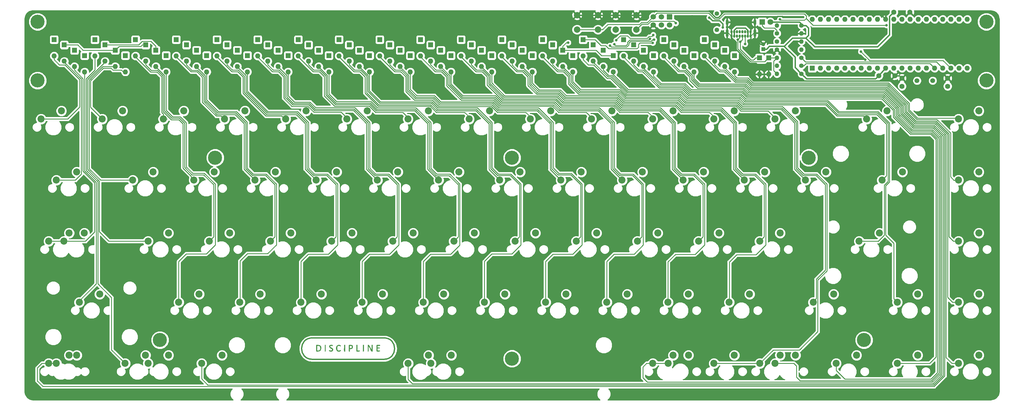
<source format=gbr>
G04 #@! TF.GenerationSoftware,KiCad,Pcbnew,(5.0.0)*
G04 #@! TF.CreationDate,2019-09-06T23:32:38-04:00*
G04 #@! TF.ProjectId,discipline-pcb,6469736369706C696E652D7063622E6B,rev?*
G04 #@! TF.SameCoordinates,Original*
G04 #@! TF.FileFunction,Copper,L1,Top,Signal*
G04 #@! TF.FilePolarity,Positive*
%FSLAX46Y46*%
G04 Gerber Fmt 4.6, Leading zero omitted, Abs format (unit mm)*
G04 Created by KiCad (PCBNEW (5.0.0)) date 09/06/19 23:32:38*
%MOMM*%
%LPD*%
G01*
G04 APERTURE LIST*
G04 #@! TA.AperFunction,EtchedComponent*
%ADD10C,0.400000*%
G04 #@! TD*
G04 #@! TA.AperFunction,EtchedComponent*
%ADD11C,0.010000*%
G04 #@! TD*
G04 #@! TA.AperFunction,ComponentPad*
%ADD12R,1.700000X1.700000*%
G04 #@! TD*
G04 #@! TA.AperFunction,ComponentPad*
%ADD13C,1.700000*%
G04 #@! TD*
G04 #@! TA.AperFunction,ComponentPad*
%ADD14C,1.400000*%
G04 #@! TD*
G04 #@! TA.AperFunction,ComponentPad*
%ADD15O,0.650000X1.000000*%
G04 #@! TD*
G04 #@! TA.AperFunction,ComponentPad*
%ADD16O,0.900000X2.400000*%
G04 #@! TD*
G04 #@! TA.AperFunction,ComponentPad*
%ADD17O,0.900000X1.700000*%
G04 #@! TD*
G04 #@! TA.AperFunction,ComponentPad*
%ADD18O,1.600000X1.600000*%
G04 #@! TD*
G04 #@! TA.AperFunction,ComponentPad*
%ADD19R,1.600000X1.600000*%
G04 #@! TD*
G04 #@! TA.AperFunction,ComponentPad*
%ADD20C,2.000000*%
G04 #@! TD*
G04 #@! TA.AperFunction,ComponentPad*
%ADD21C,1.600000*%
G04 #@! TD*
G04 #@! TA.AperFunction,ComponentPad*
%ADD22O,1.400000X1.400000*%
G04 #@! TD*
G04 #@! TA.AperFunction,ComponentPad*
%ADD23C,2.200000*%
G04 #@! TD*
G04 #@! TA.AperFunction,ComponentPad*
%ADD24C,4.400000*%
G04 #@! TD*
G04 #@! TA.AperFunction,ComponentPad*
%ADD25C,1.500000*%
G04 #@! TD*
G04 #@! TA.AperFunction,ComponentPad*
%ADD26R,1.200000X1.200000*%
G04 #@! TD*
G04 #@! TA.AperFunction,ComponentPad*
%ADD27C,1.200000*%
G04 #@! TD*
G04 #@! TA.AperFunction,ComponentPad*
%ADD28C,1.800000*%
G04 #@! TD*
G04 #@! TA.AperFunction,ComponentPad*
%ADD29R,1.800000X1.800000*%
G04 #@! TD*
G04 #@! TA.AperFunction,ViaPad*
%ADD30C,0.800000*%
G04 #@! TD*
G04 #@! TA.AperFunction,Conductor*
%ADD31C,0.250000*%
G04 #@! TD*
G04 #@! TA.AperFunction,Conductor*
%ADD32C,0.400000*%
G04 #@! TD*
G04 #@! TA.AperFunction,Conductor*
%ADD33C,0.254000*%
G04 #@! TD*
G04 APERTURE END LIST*
D10*
G04 #@! TO.C,G\002A\002A\002A*
X150813990Y-162401840D02*
X173113990Y-162401840D01*
X150833990Y-155721840D02*
X173113990Y-155721840D01*
X173103990Y-155721840D02*
G75*
G02X173103990Y-162401840I0J-3340000D01*
G01*
X150803990Y-162401840D02*
G75*
G02X150803990Y-155721840I0J3340000D01*
G01*
D11*
G36*
X171525606Y-157902998D02*
X171661305Y-157905555D01*
X171751613Y-157911244D01*
X171806479Y-157921237D01*
X171835853Y-157936700D01*
X171849685Y-157958804D01*
X171851142Y-157963102D01*
X171857555Y-158042149D01*
X171849849Y-158077369D01*
X171832544Y-158100096D01*
X171794076Y-158115465D01*
X171723696Y-158124827D01*
X171610656Y-158129532D01*
X171444208Y-158130930D01*
X171423462Y-158130940D01*
X171017632Y-158130940D01*
X171027019Y-158432933D01*
X171036406Y-158734925D01*
X171387370Y-158744191D01*
X171738334Y-158753458D01*
X171738334Y-158947136D01*
X171020082Y-158947136D01*
X171020082Y-159663437D01*
X171852602Y-159681711D01*
X171852602Y-159877598D01*
X171345720Y-159886552D01*
X171130265Y-159888577D01*
X170973635Y-159885689D01*
X170869519Y-159877530D01*
X170811606Y-159863741D01*
X170798869Y-159855537D01*
X170786502Y-159811212D01*
X170776229Y-159711935D01*
X170768056Y-159568014D01*
X170761986Y-159389754D01*
X170758024Y-159187464D01*
X170756173Y-158971448D01*
X170756439Y-158752016D01*
X170758825Y-158539472D01*
X170763336Y-158344125D01*
X170769976Y-158176281D01*
X170778748Y-158046246D01*
X170789659Y-157964329D01*
X170798077Y-157941583D01*
X170844332Y-157924195D01*
X170945226Y-157912039D01*
X171104216Y-157904861D01*
X171324758Y-157902409D01*
X171334566Y-157902406D01*
X171525606Y-157902998D01*
X171525606Y-157902998D01*
G37*
X171525606Y-157902998D02*
X171661305Y-157905555D01*
X171751613Y-157911244D01*
X171806479Y-157921237D01*
X171835853Y-157936700D01*
X171849685Y-157958804D01*
X171851142Y-157963102D01*
X171857555Y-158042149D01*
X171849849Y-158077369D01*
X171832544Y-158100096D01*
X171794076Y-158115465D01*
X171723696Y-158124827D01*
X171610656Y-158129532D01*
X171444208Y-158130930D01*
X171423462Y-158130940D01*
X171017632Y-158130940D01*
X171027019Y-158432933D01*
X171036406Y-158734925D01*
X171387370Y-158744191D01*
X171738334Y-158753458D01*
X171738334Y-158947136D01*
X171020082Y-158947136D01*
X171020082Y-159663437D01*
X171852602Y-159681711D01*
X171852602Y-159877598D01*
X171345720Y-159886552D01*
X171130265Y-159888577D01*
X170973635Y-159885689D01*
X170869519Y-159877530D01*
X170811606Y-159863741D01*
X170798869Y-159855537D01*
X170786502Y-159811212D01*
X170776229Y-159711935D01*
X170768056Y-159568014D01*
X170761986Y-159389754D01*
X170758024Y-159187464D01*
X170756173Y-158971448D01*
X170756439Y-158752016D01*
X170758825Y-158539472D01*
X170763336Y-158344125D01*
X170769976Y-158176281D01*
X170778748Y-158046246D01*
X170789659Y-157964329D01*
X170798077Y-157941583D01*
X170844332Y-157924195D01*
X170945226Y-157912039D01*
X171104216Y-157904861D01*
X171324758Y-157902409D01*
X171334566Y-157902406D01*
X171525606Y-157902998D01*
G36*
X169510603Y-158887898D02*
X169501959Y-159877598D01*
X169387692Y-159887213D01*
X169294135Y-159882196D01*
X169222011Y-159856968D01*
X169218693Y-159854566D01*
X169189031Y-159815762D01*
X169132731Y-159727413D01*
X169054394Y-159597308D01*
X168958626Y-159433238D01*
X168850029Y-159242992D01*
X168733208Y-159034362D01*
X168721390Y-159013039D01*
X168278819Y-158213776D01*
X168270080Y-159045687D01*
X168261342Y-159877598D01*
X168154755Y-159887865D01*
X168048168Y-159898131D01*
X168056811Y-158908430D01*
X168065455Y-157918729D01*
X168216873Y-157908928D01*
X168317663Y-157908369D01*
X168380040Y-157928909D01*
X168429084Y-157978202D01*
X168461233Y-158028191D01*
X168519369Y-158126778D01*
X168598460Y-158265100D01*
X168693478Y-158434296D01*
X168799393Y-158625502D01*
X168881651Y-158775629D01*
X169273424Y-159493981D01*
X169306072Y-157918729D01*
X169412659Y-157908463D01*
X169519247Y-157898197D01*
X169510603Y-158887898D01*
X169510603Y-158887898D01*
G37*
X169510603Y-158887898D02*
X169501959Y-159877598D01*
X169387692Y-159887213D01*
X169294135Y-159882196D01*
X169222011Y-159856968D01*
X169218693Y-159854566D01*
X169189031Y-159815762D01*
X169132731Y-159727413D01*
X169054394Y-159597308D01*
X168958626Y-159433238D01*
X168850029Y-159242992D01*
X168733208Y-159034362D01*
X168721390Y-159013039D01*
X168278819Y-158213776D01*
X168270080Y-159045687D01*
X168261342Y-159877598D01*
X168154755Y-159887865D01*
X168048168Y-159898131D01*
X168056811Y-158908430D01*
X168065455Y-157918729D01*
X168216873Y-157908928D01*
X168317663Y-157908369D01*
X168380040Y-157928909D01*
X168429084Y-157978202D01*
X168461233Y-158028191D01*
X168519369Y-158126778D01*
X168598460Y-158265100D01*
X168693478Y-158434296D01*
X168799393Y-158625502D01*
X168881651Y-158775629D01*
X169273424Y-159493981D01*
X169306072Y-157918729D01*
X169412659Y-157908463D01*
X169519247Y-157898197D01*
X169510603Y-158887898D01*
G36*
X166669761Y-157908597D02*
X166792190Y-157918729D01*
X166792190Y-159877598D01*
X166547332Y-159897864D01*
X166547332Y-157898464D01*
X166669761Y-157908597D01*
X166669761Y-157908597D01*
G37*
X166669761Y-157908597D02*
X166792190Y-157918729D01*
X166792190Y-159877598D01*
X166547332Y-159897864D01*
X166547332Y-157898464D01*
X166669761Y-157908597D01*
G36*
X164645597Y-157908597D02*
X164768026Y-157918729D01*
X164785412Y-159663259D01*
X165518926Y-159681711D01*
X165518926Y-159877598D01*
X165043648Y-159886597D01*
X164873642Y-159888312D01*
X164727342Y-159886945D01*
X164616934Y-159882829D01*
X164554604Y-159876298D01*
X164545769Y-159872994D01*
X164540084Y-159835835D01*
X164534922Y-159741624D01*
X164530472Y-159598604D01*
X164526919Y-159415017D01*
X164524450Y-159199108D01*
X164523252Y-158959118D01*
X164523167Y-158874428D01*
X164523167Y-157898464D01*
X164645597Y-157908597D01*
X164645597Y-157908597D01*
G37*
X164645597Y-157908597D02*
X164768026Y-157918729D01*
X164785412Y-159663259D01*
X165518926Y-159681711D01*
X165518926Y-159877598D01*
X165043648Y-159886597D01*
X164873642Y-159888312D01*
X164727342Y-159886945D01*
X164616934Y-159882829D01*
X164554604Y-159876298D01*
X164545769Y-159872994D01*
X164540084Y-159835835D01*
X164534922Y-159741624D01*
X164530472Y-159598604D01*
X164526919Y-159415017D01*
X164524450Y-159199108D01*
X164523252Y-158959118D01*
X164523167Y-158874428D01*
X164523167Y-157898464D01*
X164645597Y-157908597D01*
G36*
X162640184Y-157908341D02*
X162810327Y-157916645D01*
X162930874Y-157928155D01*
X163017527Y-157945751D01*
X163085985Y-157972314D01*
X163133137Y-157998805D01*
X163259726Y-158098816D01*
X163337737Y-158219075D01*
X163374510Y-158374201D01*
X163379835Y-158490066D01*
X163356125Y-158701607D01*
X163284980Y-158870024D01*
X163165006Y-158996624D01*
X162994806Y-159082710D01*
X162772987Y-159129590D01*
X162688909Y-159136639D01*
X162433707Y-159151412D01*
X162433707Y-159893922D01*
X162324881Y-159893922D01*
X162244211Y-159887949D01*
X162195764Y-159873442D01*
X162194290Y-159872157D01*
X162188708Y-159835128D01*
X162183655Y-159741216D01*
X162179323Y-159598833D01*
X162175902Y-159416390D01*
X162173583Y-159202298D01*
X162172558Y-158964970D01*
X162172525Y-158913044D01*
X162172962Y-158635039D01*
X162174506Y-158415351D01*
X162177508Y-158247009D01*
X162182010Y-158130940D01*
X162433707Y-158130940D01*
X162433707Y-158517273D01*
X162435448Y-158669998D01*
X162440184Y-158798078D01*
X162447187Y-158887837D01*
X162455472Y-158925370D01*
X162507472Y-158942316D01*
X162600909Y-158945923D01*
X162713444Y-158936853D01*
X162822735Y-158915767D01*
X162827905Y-158914355D01*
X162966837Y-158850165D01*
X163058215Y-158745225D01*
X163106038Y-158594273D01*
X163112426Y-158540007D01*
X163118002Y-158433191D01*
X163106160Y-158363664D01*
X163067531Y-158303920D01*
X163012292Y-158245926D01*
X162947913Y-158185586D01*
X162891638Y-158151167D01*
X162821604Y-158135420D01*
X162715950Y-158131096D01*
X162665507Y-158130940D01*
X162433707Y-158130940D01*
X162182010Y-158130940D01*
X162182317Y-158123038D01*
X162189283Y-158036466D01*
X162198757Y-157980320D01*
X162211089Y-157947626D01*
X162221624Y-157934948D01*
X162269752Y-157915880D01*
X162361979Y-157905900D01*
X162506005Y-157904517D01*
X162640184Y-157908341D01*
X162640184Y-157908341D01*
G37*
X162640184Y-157908341D02*
X162810327Y-157916645D01*
X162930874Y-157928155D01*
X163017527Y-157945751D01*
X163085985Y-157972314D01*
X163133137Y-157998805D01*
X163259726Y-158098816D01*
X163337737Y-158219075D01*
X163374510Y-158374201D01*
X163379835Y-158490066D01*
X163356125Y-158701607D01*
X163284980Y-158870024D01*
X163165006Y-158996624D01*
X162994806Y-159082710D01*
X162772987Y-159129590D01*
X162688909Y-159136639D01*
X162433707Y-159151412D01*
X162433707Y-159893922D01*
X162324881Y-159893922D01*
X162244211Y-159887949D01*
X162195764Y-159873442D01*
X162194290Y-159872157D01*
X162188708Y-159835128D01*
X162183655Y-159741216D01*
X162179323Y-159598833D01*
X162175902Y-159416390D01*
X162173583Y-159202298D01*
X162172558Y-158964970D01*
X162172525Y-158913044D01*
X162172962Y-158635039D01*
X162174506Y-158415351D01*
X162177508Y-158247009D01*
X162182010Y-158130940D01*
X162433707Y-158130940D01*
X162433707Y-158517273D01*
X162435448Y-158669998D01*
X162440184Y-158798078D01*
X162447187Y-158887837D01*
X162455472Y-158925370D01*
X162507472Y-158942316D01*
X162600909Y-158945923D01*
X162713444Y-158936853D01*
X162822735Y-158915767D01*
X162827905Y-158914355D01*
X162966837Y-158850165D01*
X163058215Y-158745225D01*
X163106038Y-158594273D01*
X163112426Y-158540007D01*
X163118002Y-158433191D01*
X163106160Y-158363664D01*
X163067531Y-158303920D01*
X163012292Y-158245926D01*
X162947913Y-158185586D01*
X162891638Y-158151167D01*
X162821604Y-158135420D01*
X162715950Y-158131096D01*
X162665507Y-158130940D01*
X162433707Y-158130940D01*
X162182010Y-158130940D01*
X162182317Y-158123038D01*
X162189283Y-158036466D01*
X162198757Y-157980320D01*
X162211089Y-157947626D01*
X162221624Y-157934948D01*
X162269752Y-157915880D01*
X162361979Y-157905900D01*
X162506005Y-157904517D01*
X162640184Y-157908341D01*
G36*
X160931908Y-159893922D02*
X160816616Y-159893922D01*
X160735729Y-159883371D01*
X160688121Y-159857493D01*
X160685511Y-159852715D01*
X160681755Y-159810581D01*
X160678910Y-159711752D01*
X160677039Y-159564824D01*
X160676203Y-159378391D01*
X160676465Y-159161048D01*
X160677886Y-158921391D01*
X160678374Y-158865119D01*
X160687049Y-157918729D01*
X160809478Y-157908597D01*
X160931908Y-157898464D01*
X160931908Y-159893922D01*
X160931908Y-159893922D01*
G37*
X160931908Y-159893922D02*
X160816616Y-159893922D01*
X160735729Y-159883371D01*
X160688121Y-159857493D01*
X160685511Y-159852715D01*
X160681755Y-159810581D01*
X160678910Y-159711752D01*
X160677039Y-159564824D01*
X160676203Y-159378391D01*
X160676465Y-159161048D01*
X160677886Y-158921391D01*
X160678374Y-158865119D01*
X160687049Y-157918729D01*
X160809478Y-157908597D01*
X160931908Y-157898464D01*
X160931908Y-159893922D01*
G36*
X154908386Y-159877598D02*
X154802056Y-159887846D01*
X154716056Y-159882785D01*
X154679113Y-159854800D01*
X154675152Y-159812115D01*
X154672121Y-159712760D01*
X154670091Y-159565354D01*
X154669130Y-159378517D01*
X154669307Y-159160868D01*
X154670693Y-158921028D01*
X154671176Y-158865119D01*
X154679851Y-157918729D01*
X154908386Y-157918729D01*
X154908386Y-159877598D01*
X154908386Y-159877598D01*
G37*
X154908386Y-159877598D02*
X154802056Y-159887846D01*
X154716056Y-159882785D01*
X154679113Y-159854800D01*
X154675152Y-159812115D01*
X154672121Y-159712760D01*
X154670091Y-159565354D01*
X154669130Y-159378517D01*
X154669307Y-159160868D01*
X154670693Y-158921028D01*
X154671176Y-158865119D01*
X154679851Y-157918729D01*
X154908386Y-157918729D01*
X154908386Y-159877598D01*
G36*
X152621326Y-157911161D02*
X152834435Y-157935264D01*
X153011029Y-157984087D01*
X153163961Y-158060087D01*
X153171114Y-158064580D01*
X153322727Y-158198165D01*
X153436579Y-158377780D01*
X153509514Y-158594083D01*
X153538374Y-158837731D01*
X153520265Y-159097732D01*
X153457946Y-159345797D01*
X153356482Y-159544101D01*
X153212534Y-159697489D01*
X153031136Y-159807044D01*
X152939960Y-159835845D01*
X152811893Y-159859870D01*
X152660751Y-159878431D01*
X152500353Y-159890842D01*
X152344516Y-159896415D01*
X152207057Y-159894464D01*
X152101793Y-159884301D01*
X152042543Y-159865240D01*
X152035316Y-159856561D01*
X152031181Y-159813410D01*
X152027993Y-159713610D01*
X152025829Y-159565801D01*
X152024762Y-159378622D01*
X152024869Y-159160716D01*
X152026223Y-158920722D01*
X152026703Y-158865119D01*
X152033432Y-158130940D01*
X152280237Y-158130940D01*
X152280237Y-159665388D01*
X152534501Y-159665388D01*
X152691709Y-159659976D01*
X152809169Y-159640693D01*
X152911761Y-159602971D01*
X152934437Y-159591930D01*
X153072327Y-159494221D01*
X153169397Y-159357567D01*
X153229022Y-159175494D01*
X153252686Y-158981965D01*
X153251505Y-158750547D01*
X153216269Y-158564508D01*
X153143869Y-158411730D01*
X153087406Y-158337859D01*
X152980725Y-158237453D01*
X152861506Y-158173665D01*
X152712803Y-158140248D01*
X152526144Y-158130940D01*
X152280237Y-158130940D01*
X152033432Y-158130940D01*
X152035378Y-157918729D01*
X152358850Y-157909323D01*
X152621326Y-157911161D01*
X152621326Y-157911161D01*
G37*
X152621326Y-157911161D02*
X152834435Y-157935264D01*
X153011029Y-157984087D01*
X153163961Y-158060087D01*
X153171114Y-158064580D01*
X153322727Y-158198165D01*
X153436579Y-158377780D01*
X153509514Y-158594083D01*
X153538374Y-158837731D01*
X153520265Y-159097732D01*
X153457946Y-159345797D01*
X153356482Y-159544101D01*
X153212534Y-159697489D01*
X153031136Y-159807044D01*
X152939960Y-159835845D01*
X152811893Y-159859870D01*
X152660751Y-159878431D01*
X152500353Y-159890842D01*
X152344516Y-159896415D01*
X152207057Y-159894464D01*
X152101793Y-159884301D01*
X152042543Y-159865240D01*
X152035316Y-159856561D01*
X152031181Y-159813410D01*
X152027993Y-159713610D01*
X152025829Y-159565801D01*
X152024762Y-159378622D01*
X152024869Y-159160716D01*
X152026223Y-158920722D01*
X152026703Y-158865119D01*
X152033432Y-158130940D01*
X152280237Y-158130940D01*
X152280237Y-159665388D01*
X152534501Y-159665388D01*
X152691709Y-159659976D01*
X152809169Y-159640693D01*
X152911761Y-159602971D01*
X152934437Y-159591930D01*
X153072327Y-159494221D01*
X153169397Y-159357567D01*
X153229022Y-159175494D01*
X153252686Y-158981965D01*
X153251505Y-158750547D01*
X153216269Y-158564508D01*
X153143869Y-158411730D01*
X153087406Y-158337859D01*
X152980725Y-158237453D01*
X152861506Y-158173665D01*
X152712803Y-158140248D01*
X152526144Y-158130940D01*
X152280237Y-158130940D01*
X152033432Y-158130940D01*
X152035378Y-157918729D01*
X152358850Y-157909323D01*
X152621326Y-157911161D01*
G36*
X159184920Y-157883589D02*
X159397778Y-157937749D01*
X159456496Y-157964508D01*
X159561021Y-158031974D01*
X159613290Y-158108246D01*
X159625995Y-158196979D01*
X159611023Y-158260323D01*
X159563263Y-158274142D01*
X159478455Y-158238661D01*
X159428299Y-158207488D01*
X159290124Y-158138788D01*
X159129475Y-158108433D01*
X159108840Y-158106974D01*
X158919596Y-158119816D01*
X158766117Y-158186177D01*
X158642921Y-158309195D01*
X158583183Y-158407741D01*
X158544599Y-158490045D01*
X158520024Y-158567936D01*
X158506411Y-158659900D01*
X158500715Y-158784423D01*
X158499808Y-158913782D01*
X158501851Y-159077888D01*
X158509607Y-159194326D01*
X158525791Y-159280651D01*
X158553119Y-159354423D01*
X158574582Y-159397324D01*
X158685067Y-159540939D01*
X158831334Y-159637992D01*
X159001139Y-159686157D01*
X159182237Y-159683109D01*
X159362383Y-159626521D01*
X159464352Y-159566307D01*
X159535970Y-159522292D01*
X159587914Y-159502264D01*
X159590225Y-159502149D01*
X159621023Y-159527916D01*
X159626450Y-159590716D01*
X159609555Y-159668796D01*
X159573390Y-159740406D01*
X159553656Y-159762886D01*
X159432981Y-159838884D01*
X159269784Y-159891589D01*
X159083739Y-159917589D01*
X158894516Y-159913477D01*
X158788846Y-159895426D01*
X158601335Y-159818810D01*
X158445405Y-159689520D01*
X158324378Y-159513747D01*
X158241573Y-159297680D01*
X158200312Y-159047508D01*
X158201293Y-158800220D01*
X158242898Y-158547718D01*
X158324011Y-158325698D01*
X158439775Y-158144708D01*
X158552618Y-158037609D01*
X158744479Y-157934963D01*
X158961200Y-157883142D01*
X159184920Y-157883589D01*
X159184920Y-157883589D01*
G37*
X159184920Y-157883589D02*
X159397778Y-157937749D01*
X159456496Y-157964508D01*
X159561021Y-158031974D01*
X159613290Y-158108246D01*
X159625995Y-158196979D01*
X159611023Y-158260323D01*
X159563263Y-158274142D01*
X159478455Y-158238661D01*
X159428299Y-158207488D01*
X159290124Y-158138788D01*
X159129475Y-158108433D01*
X159108840Y-158106974D01*
X158919596Y-158119816D01*
X158766117Y-158186177D01*
X158642921Y-158309195D01*
X158583183Y-158407741D01*
X158544599Y-158490045D01*
X158520024Y-158567936D01*
X158506411Y-158659900D01*
X158500715Y-158784423D01*
X158499808Y-158913782D01*
X158501851Y-159077888D01*
X158509607Y-159194326D01*
X158525791Y-159280651D01*
X158553119Y-159354423D01*
X158574582Y-159397324D01*
X158685067Y-159540939D01*
X158831334Y-159637992D01*
X159001139Y-159686157D01*
X159182237Y-159683109D01*
X159362383Y-159626521D01*
X159464352Y-159566307D01*
X159535970Y-159522292D01*
X159587914Y-159502264D01*
X159590225Y-159502149D01*
X159621023Y-159527916D01*
X159626450Y-159590716D01*
X159609555Y-159668796D01*
X159573390Y-159740406D01*
X159553656Y-159762886D01*
X159432981Y-159838884D01*
X159269784Y-159891589D01*
X159083739Y-159917589D01*
X158894516Y-159913477D01*
X158788846Y-159895426D01*
X158601335Y-159818810D01*
X158445405Y-159689520D01*
X158324378Y-159513747D01*
X158241573Y-159297680D01*
X158200312Y-159047508D01*
X158201293Y-158800220D01*
X158242898Y-158547718D01*
X158324011Y-158325698D01*
X158439775Y-158144708D01*
X158552618Y-158037609D01*
X158744479Y-157934963D01*
X158961200Y-157883142D01*
X159184920Y-157883589D01*
G36*
X156835154Y-157897780D02*
X156958225Y-157931926D01*
X157050714Y-157976184D01*
X157092940Y-158021021D01*
X157110806Y-158105393D01*
X157104023Y-158179225D01*
X157084294Y-158209575D01*
X157040635Y-158206546D01*
X156963950Y-158178530D01*
X156930476Y-158162531D01*
X156772547Y-158105881D01*
X156623463Y-158095194D01*
X156494131Y-158126604D01*
X156395457Y-158196247D01*
X156338348Y-158300259D01*
X156328566Y-158375799D01*
X156351955Y-158488627D01*
X156425827Y-158587788D01*
X156555738Y-158679089D01*
X156675154Y-158737984D01*
X156902368Y-158853928D01*
X157065686Y-158972400D01*
X157149054Y-159067479D01*
X157191253Y-159175462D01*
X157208959Y-159316397D01*
X157201480Y-159462430D01*
X157168123Y-159585708D01*
X157162258Y-159597824D01*
X157052884Y-159741399D01*
X156899291Y-159846020D01*
X156712278Y-159907895D01*
X156502645Y-159923233D01*
X156312242Y-159896250D01*
X156195653Y-159857725D01*
X156093505Y-159806223D01*
X156029707Y-159753981D01*
X156027073Y-159750282D01*
X156005764Y-159684803D01*
X156006386Y-159608687D01*
X156027990Y-159555989D01*
X156032584Y-159552450D01*
X156077249Y-159555165D01*
X156155647Y-159583565D01*
X156199342Y-159604625D01*
X156373513Y-159671717D01*
X156541162Y-159693686D01*
X156692305Y-159673816D01*
X156816959Y-159615391D01*
X156905141Y-159521694D01*
X156946867Y-159396008D01*
X156948874Y-159358100D01*
X156927387Y-159268890D01*
X156859403Y-159179720D01*
X156739639Y-159085674D01*
X156562812Y-158981836D01*
X156520851Y-158959831D01*
X156336913Y-158856057D01*
X156207810Y-158759087D01*
X156125335Y-158658725D01*
X156081279Y-158544774D01*
X156067433Y-158407039D01*
X156067383Y-158396560D01*
X156093057Y-158209429D01*
X156169712Y-158062966D01*
X156296795Y-157957737D01*
X156473754Y-157894311D01*
X156570012Y-157879507D01*
X156699688Y-157878666D01*
X156835154Y-157897780D01*
X156835154Y-157897780D01*
G37*
X156835154Y-157897780D02*
X156958225Y-157931926D01*
X157050714Y-157976184D01*
X157092940Y-158021021D01*
X157110806Y-158105393D01*
X157104023Y-158179225D01*
X157084294Y-158209575D01*
X157040635Y-158206546D01*
X156963950Y-158178530D01*
X156930476Y-158162531D01*
X156772547Y-158105881D01*
X156623463Y-158095194D01*
X156494131Y-158126604D01*
X156395457Y-158196247D01*
X156338348Y-158300259D01*
X156328566Y-158375799D01*
X156351955Y-158488627D01*
X156425827Y-158587788D01*
X156555738Y-158679089D01*
X156675154Y-158737984D01*
X156902368Y-158853928D01*
X157065686Y-158972400D01*
X157149054Y-159067479D01*
X157191253Y-159175462D01*
X157208959Y-159316397D01*
X157201480Y-159462430D01*
X157168123Y-159585708D01*
X157162258Y-159597824D01*
X157052884Y-159741399D01*
X156899291Y-159846020D01*
X156712278Y-159907895D01*
X156502645Y-159923233D01*
X156312242Y-159896250D01*
X156195653Y-159857725D01*
X156093505Y-159806223D01*
X156029707Y-159753981D01*
X156027073Y-159750282D01*
X156005764Y-159684803D01*
X156006386Y-159608687D01*
X156027990Y-159555989D01*
X156032584Y-159552450D01*
X156077249Y-159555165D01*
X156155647Y-159583565D01*
X156199342Y-159604625D01*
X156373513Y-159671717D01*
X156541162Y-159693686D01*
X156692305Y-159673816D01*
X156816959Y-159615391D01*
X156905141Y-159521694D01*
X156946867Y-159396008D01*
X156948874Y-159358100D01*
X156927387Y-159268890D01*
X156859403Y-159179720D01*
X156739639Y-159085674D01*
X156562812Y-158981836D01*
X156520851Y-158959831D01*
X156336913Y-158856057D01*
X156207810Y-158759087D01*
X156125335Y-158658725D01*
X156081279Y-158544774D01*
X156067433Y-158407039D01*
X156067383Y-158396560D01*
X156093057Y-158209429D01*
X156169712Y-158062966D01*
X156296795Y-157957737D01*
X156473754Y-157894311D01*
X156570012Y-157879507D01*
X156699688Y-157878666D01*
X156835154Y-157897780D01*
G04 #@! TD*
D12*
G04 #@! TO.P,J1,1*
G04 #@! TO.N,MISO*
X262070364Y-55598500D03*
D13*
G04 #@! TO.P,J1,2*
G04 #@! TO.N,+5V*
X262070364Y-58138500D03*
G04 #@! TO.P,J1,3*
G04 #@! TO.N,SCK*
X259530364Y-55598500D03*
G04 #@! TO.P,J1,4*
G04 #@! TO.N,MOSI*
X259530364Y-58138500D03*
G04 #@! TO.P,J1,5*
G04 #@! TO.N,reset*
X256990364Y-55598500D03*
G04 #@! TO.P,J1,6*
G04 #@! TO.N,GND*
X256990364Y-58138500D03*
G04 #@! TD*
D14*
G04 #@! TO.P,F1,2*
G04 #@! TO.N,VCC*
X276824148Y-54598468D03*
G04 #@! TO.P,F1,1*
G04 #@! TO.N,+5V*
X276824148Y-59698468D03*
G04 #@! TD*
D15*
G04 #@! TO.P,USB1,A5*
G04 #@! TO.N,Net-(R1-Pad2)*
X285600002Y-61638652D03*
G04 #@! TO.P,USB1,A1*
G04 #@! TO.N,GND*
X287300002Y-61638652D03*
G04 #@! TO.P,USB1,A4*
G04 #@! TO.N,VCC*
X286450002Y-61638652D03*
G04 #@! TO.P,USB1,A6*
G04 #@! TO.N,Net-(D70-Pad1)*
X284750002Y-61638652D03*
G04 #@! TO.P,USB1,A7*
G04 #@! TO.N,Net-(D69-Pad1)*
X283900002Y-61638652D03*
G04 #@! TO.P,USB1,A8*
G04 #@! TO.N,Net-(USB1-PadA8)*
X283050002Y-61638652D03*
G04 #@! TO.P,USB1,A9*
G04 #@! TO.N,VCC*
X282200002Y-61638652D03*
G04 #@! TO.P,USB1,A12*
G04 #@! TO.N,GND*
X281350002Y-61638652D03*
G04 #@! TO.P,USB1,B12*
X287300002Y-60313652D03*
G04 #@! TO.P,USB1,B9*
G04 #@! TO.N,VCC*
X286445002Y-60313652D03*
G04 #@! TO.P,USB1,B8*
G04 #@! TO.N,Net-(USB1-PadB8)*
X285595002Y-60313652D03*
G04 #@! TO.P,USB1,B7*
G04 #@! TO.N,Net-(D69-Pad1)*
X284745002Y-60313652D03*
G04 #@! TO.P,USB1,B6*
G04 #@! TO.N,Net-(D70-Pad1)*
X283895002Y-60313652D03*
G04 #@! TO.P,USB1,B5*
G04 #@! TO.N,Net-(R2-Pad1)*
X283045002Y-60313652D03*
G04 #@! TO.P,USB1,B4*
G04 #@! TO.N,VCC*
X282195002Y-60313652D03*
G04 #@! TO.P,USB1,B1*
G04 #@! TO.N,GND*
X281345002Y-60313652D03*
D16*
G04 #@! TO.P,USB1,S1*
X288650002Y-60658652D03*
X280000002Y-60658652D03*
D17*
X288650002Y-57278652D03*
X280000002Y-57278652D03*
G04 #@! TD*
D18*
G04 #@! TO.P,D1,2*
G04 #@! TO.N,Net-(D1-Pad2)*
X70376818Y-67803242D03*
D19*
G04 #@! TO.P,D1,1*
G04 #@! TO.N,row0*
X70376818Y-62723242D03*
G04 #@! TD*
D18*
G04 #@! TO.P,D45,2*
G04 #@! TO.N,Net-(D45-Pad2)*
X79885207Y-72763829D03*
D19*
G04 #@! TO.P,D45,1*
G04 #@! TO.N,row3*
X79885207Y-67683829D03*
G04 #@! TD*
D18*
G04 #@! TO.P,D2,2*
G04 #@! TO.N,Net-(D2-Pad2)*
X92563059Y-72763829D03*
D19*
G04 #@! TO.P,D2,1*
G04 #@! TO.N,row0*
X92563059Y-67683829D03*
G04 #@! TD*
D18*
G04 #@! TO.P,D3,2*
G04 #@! TO.N,Net-(D3-Pad2)*
X95732522Y-67803242D03*
D19*
G04 #@! TO.P,D3,1*
G04 #@! TO.N,row0*
X95732522Y-62723242D03*
G04 #@! TD*
D18*
G04 #@! TO.P,D4,2*
G04 #@! TO.N,Net-(D4-Pad2)*
X108410374Y-67803242D03*
D19*
G04 #@! TO.P,D4,1*
G04 #@! TO.N,row0*
X108410374Y-62723242D03*
G04 #@! TD*
D18*
G04 #@! TO.P,D5,2*
G04 #@! TO.N,Net-(D5-Pad2)*
X121088226Y-67803242D03*
D19*
G04 #@! TO.P,D5,1*
G04 #@! TO.N,row0*
X121088226Y-62723242D03*
G04 #@! TD*
D18*
G04 #@! TO.P,D6,2*
G04 #@! TO.N,Net-(D6-Pad2)*
X133766078Y-67803242D03*
D19*
G04 #@! TO.P,D6,1*
G04 #@! TO.N,row0*
X133766078Y-62723242D03*
G04 #@! TD*
D18*
G04 #@! TO.P,D7,2*
G04 #@! TO.N,Net-(D7-Pad2)*
X146443930Y-67803242D03*
D19*
G04 #@! TO.P,D7,1*
G04 #@! TO.N,row0*
X146443930Y-62723242D03*
G04 #@! TD*
D18*
G04 #@! TO.P,D8,2*
G04 #@! TO.N,Net-(D8-Pad2)*
X159121782Y-67803242D03*
D19*
G04 #@! TO.P,D8,1*
G04 #@! TO.N,row0*
X159121782Y-62723242D03*
G04 #@! TD*
D18*
G04 #@! TO.P,D9,2*
G04 #@! TO.N,Net-(D9-Pad2)*
X171799634Y-67803242D03*
D19*
G04 #@! TO.P,D9,1*
G04 #@! TO.N,row0*
X171799634Y-62723242D03*
G04 #@! TD*
D18*
G04 #@! TO.P,D10,2*
G04 #@! TO.N,Net-(D10-Pad2)*
X184477486Y-67803242D03*
D19*
G04 #@! TO.P,D10,1*
G04 #@! TO.N,row0*
X184477486Y-62723242D03*
G04 #@! TD*
D18*
G04 #@! TO.P,D11,2*
G04 #@! TO.N,Net-(D11-Pad2)*
X197155338Y-67803242D03*
D19*
G04 #@! TO.P,D11,1*
G04 #@! TO.N,row0*
X197155338Y-62723242D03*
G04 #@! TD*
D18*
G04 #@! TO.P,D12,2*
G04 #@! TO.N,Net-(D12-Pad2)*
X209833190Y-67803242D03*
D19*
G04 #@! TO.P,D12,1*
G04 #@! TO.N,row0*
X209833190Y-62723242D03*
G04 #@! TD*
D18*
G04 #@! TO.P,D13,2*
G04 #@! TO.N,Net-(D13-Pad2)*
X222511042Y-67803242D03*
D19*
G04 #@! TO.P,D13,1*
G04 #@! TO.N,row0*
X222511042Y-62723242D03*
G04 #@! TD*
D18*
G04 #@! TO.P,D14,2*
G04 #@! TO.N,Net-(D14-Pad2)*
X235118910Y-67803242D03*
D19*
G04 #@! TO.P,D14,1*
G04 #@! TO.N,row0*
X235118910Y-62723242D03*
G04 #@! TD*
D18*
G04 #@! TO.P,D15,2*
G04 #@! TO.N,Net-(D15-Pad2)*
X282318463Y-72763829D03*
D19*
G04 #@! TO.P,D15,1*
G04 #@! TO.N,row0*
X282318463Y-67683829D03*
G04 #@! TD*
D18*
G04 #@! TO.P,D16,2*
G04 #@! TO.N,Net-(D16-Pad2)*
X73546281Y-69456771D03*
D19*
G04 #@! TO.P,D16,1*
G04 #@! TO.N,row1*
X73546281Y-64376771D03*
G04 #@! TD*
D18*
G04 #@! TO.P,D17,2*
G04 #@! TO.N,Net-(D17-Pad2)*
X89393596Y-71110300D03*
D19*
G04 #@! TO.P,D17,1*
G04 #@! TO.N,row1*
X89393596Y-66030300D03*
G04 #@! TD*
D18*
G04 #@! TO.P,D18,2*
G04 #@! TO.N,Net-(D18-Pad2)*
X98901985Y-69456771D03*
D19*
G04 #@! TO.P,D18,1*
G04 #@! TO.N,row1*
X98901985Y-64376771D03*
G04 #@! TD*
D18*
G04 #@! TO.P,D19,2*
G04 #@! TO.N,Net-(D19-Pad2)*
X111579837Y-69456771D03*
D19*
G04 #@! TO.P,D19,1*
G04 #@! TO.N,row1*
X111579837Y-64376771D03*
G04 #@! TD*
D18*
G04 #@! TO.P,D20,2*
G04 #@! TO.N,Net-(D20-Pad2)*
X124257689Y-69456771D03*
D19*
G04 #@! TO.P,D20,1*
G04 #@! TO.N,row1*
X124257689Y-64376771D03*
G04 #@! TD*
D18*
G04 #@! TO.P,D21,2*
G04 #@! TO.N,Net-(D21-Pad2)*
X136935541Y-69456771D03*
D19*
G04 #@! TO.P,D21,1*
G04 #@! TO.N,row1*
X136935541Y-64376771D03*
G04 #@! TD*
D18*
G04 #@! TO.P,D22,2*
G04 #@! TO.N,Net-(D22-Pad2)*
X149613393Y-69456771D03*
D19*
G04 #@! TO.P,D22,1*
G04 #@! TO.N,row1*
X149613393Y-64376771D03*
G04 #@! TD*
D18*
G04 #@! TO.P,D23,2*
G04 #@! TO.N,Net-(D23-Pad2)*
X162291245Y-69456771D03*
D19*
G04 #@! TO.P,D23,1*
G04 #@! TO.N,row1*
X162291245Y-64376771D03*
G04 #@! TD*
D18*
G04 #@! TO.P,D24,2*
G04 #@! TO.N,Net-(D24-Pad2)*
X174969097Y-69456771D03*
D19*
G04 #@! TO.P,D24,1*
G04 #@! TO.N,row1*
X174969097Y-64376771D03*
G04 #@! TD*
D18*
G04 #@! TO.P,D25,2*
G04 #@! TO.N,Net-(D25-Pad2)*
X187646949Y-69456771D03*
D19*
G04 #@! TO.P,D25,1*
G04 #@! TO.N,row1*
X187646949Y-64376771D03*
G04 #@! TD*
D18*
G04 #@! TO.P,D26,2*
G04 #@! TO.N,Net-(D26-Pad2)*
X200324801Y-69456771D03*
D19*
G04 #@! TO.P,D26,1*
G04 #@! TO.N,row1*
X200324801Y-64376771D03*
G04 #@! TD*
D18*
G04 #@! TO.P,D27,2*
G04 #@! TO.N,Net-(D27-Pad2)*
X213002653Y-69456771D03*
D19*
G04 #@! TO.P,D27,1*
G04 #@! TO.N,row1*
X213002653Y-64376771D03*
G04 #@! TD*
D18*
G04 #@! TO.P,D28,2*
G04 #@! TO.N,Net-(D28-Pad2)*
X225663009Y-69456771D03*
D19*
G04 #@! TO.P,D28,1*
G04 #@! TO.N,row1*
X225663009Y-64376771D03*
G04 #@! TD*
D18*
G04 #@! TO.P,D29,2*
G04 #@! TO.N,Net-(D29-Pad2)*
X238269683Y-69456771D03*
D19*
G04 #@! TO.P,D29,1*
G04 #@! TO.N,row1*
X238269683Y-64376771D03*
G04 #@! TD*
D18*
G04 #@! TO.P,D30,2*
G04 #@! TO.N,Net-(D30-Pad2)*
X279229739Y-71110300D03*
D19*
G04 #@! TO.P,D30,1*
G04 #@! TO.N,row1*
X279229739Y-66030300D03*
G04 #@! TD*
D18*
G04 #@! TO.P,D31,2*
G04 #@! TO.N,Net-(D31-Pad2)*
X76715744Y-71110300D03*
D19*
G04 #@! TO.P,D31,1*
G04 #@! TO.N,row2*
X76715744Y-66030300D03*
G04 #@! TD*
D18*
G04 #@! TO.P,D32,2*
G04 #@! TO.N,Net-(D32-Pad2)*
X86224133Y-69456771D03*
D19*
G04 #@! TO.P,D32,1*
G04 #@! TO.N,row2*
X86224133Y-64376771D03*
G04 #@! TD*
D18*
G04 #@! TO.P,D33,2*
G04 #@! TO.N,Net-(D33-Pad2)*
X102071448Y-71110300D03*
D19*
G04 #@! TO.P,D33,1*
G04 #@! TO.N,row2*
X102071448Y-66030300D03*
G04 #@! TD*
D18*
G04 #@! TO.P,D34,2*
G04 #@! TO.N,Net-(D34-Pad2)*
X114749300Y-71110300D03*
D19*
G04 #@! TO.P,D34,1*
G04 #@! TO.N,row2*
X114749300Y-66030300D03*
G04 #@! TD*
D18*
G04 #@! TO.P,D35,2*
G04 #@! TO.N,Net-(D35-Pad2)*
X127427152Y-71110300D03*
D19*
G04 #@! TO.P,D35,1*
G04 #@! TO.N,row2*
X127427152Y-66030300D03*
G04 #@! TD*
D18*
G04 #@! TO.P,D36,2*
G04 #@! TO.N,Net-(D36-Pad2)*
X140105004Y-71110300D03*
D19*
G04 #@! TO.P,D36,1*
G04 #@! TO.N,row2*
X140105004Y-66030300D03*
G04 #@! TD*
D18*
G04 #@! TO.P,D37,2*
G04 #@! TO.N,Net-(D37-Pad2)*
X152782856Y-71110300D03*
D19*
G04 #@! TO.P,D37,1*
G04 #@! TO.N,row2*
X152782856Y-66030300D03*
G04 #@! TD*
D18*
G04 #@! TO.P,D38,2*
G04 #@! TO.N,Net-(D38-Pad2)*
X165460708Y-71110300D03*
D19*
G04 #@! TO.P,D38,1*
G04 #@! TO.N,row2*
X165460708Y-66030300D03*
G04 #@! TD*
D18*
G04 #@! TO.P,D39,2*
G04 #@! TO.N,Net-(D39-Pad2)*
X178138560Y-71110300D03*
D19*
G04 #@! TO.P,D39,1*
G04 #@! TO.N,row2*
X178138560Y-66030300D03*
G04 #@! TD*
D18*
G04 #@! TO.P,D40,2*
G04 #@! TO.N,Net-(D40-Pad2)*
X190816412Y-71110300D03*
D19*
G04 #@! TO.P,D40,1*
G04 #@! TO.N,row2*
X190816412Y-66030300D03*
G04 #@! TD*
D18*
G04 #@! TO.P,D41,2*
G04 #@! TO.N,Net-(D41-Pad2)*
X203494264Y-71110300D03*
D19*
G04 #@! TO.P,D41,1*
G04 #@! TO.N,row2*
X203494264Y-66030300D03*
G04 #@! TD*
D18*
G04 #@! TO.P,D42,2*
G04 #@! TO.N,Net-(D42-Pad2)*
X216172116Y-71110300D03*
D19*
G04 #@! TO.P,D42,1*
G04 #@! TO.N,row2*
X216172116Y-66030300D03*
G04 #@! TD*
D18*
G04 #@! TO.P,D43,2*
G04 #@! TO.N,Net-(D43-Pad2)*
X241420456Y-71110300D03*
D19*
G04 #@! TO.P,D43,1*
G04 #@! TO.N,row2*
X241420456Y-66030300D03*
G04 #@! TD*
D18*
G04 #@! TO.P,D44,2*
G04 #@! TO.N,Net-(D44-Pad2)*
X276141015Y-69456771D03*
D19*
G04 #@! TO.P,D44,1*
G04 #@! TO.N,row2*
X276141015Y-64376771D03*
G04 #@! TD*
D18*
G04 #@! TO.P,D46,2*
G04 #@! TO.N,Net-(D46-Pad2)*
X105240911Y-72763829D03*
D19*
G04 #@! TO.P,D46,1*
G04 #@! TO.N,row3*
X105240911Y-67683829D03*
G04 #@! TD*
D18*
G04 #@! TO.P,D47,2*
G04 #@! TO.N,Net-(D47-Pad2)*
X117918763Y-72763829D03*
D19*
G04 #@! TO.P,D47,1*
G04 #@! TO.N,row3*
X117918763Y-67683829D03*
G04 #@! TD*
D18*
G04 #@! TO.P,D48,2*
G04 #@! TO.N,Net-(D48-Pad2)*
X130596615Y-72763829D03*
D19*
G04 #@! TO.P,D48,1*
G04 #@! TO.N,row3*
X130596615Y-67683829D03*
G04 #@! TD*
D18*
G04 #@! TO.P,D49,2*
G04 #@! TO.N,Net-(D49-Pad2)*
X143274467Y-72763829D03*
D19*
G04 #@! TO.P,D49,1*
G04 #@! TO.N,row3*
X143274467Y-67683829D03*
G04 #@! TD*
D18*
G04 #@! TO.P,D50,2*
G04 #@! TO.N,Net-(D50-Pad2)*
X155952319Y-72763829D03*
D19*
G04 #@! TO.P,D50,1*
G04 #@! TO.N,row3*
X155952319Y-67683829D03*
G04 #@! TD*
D18*
G04 #@! TO.P,D51,2*
G04 #@! TO.N,Net-(D51-Pad2)*
X168630171Y-72763829D03*
D19*
G04 #@! TO.P,D51,1*
G04 #@! TO.N,row3*
X168630171Y-67683829D03*
G04 #@! TD*
D18*
G04 #@! TO.P,D52,2*
G04 #@! TO.N,Net-(D52-Pad2)*
X181308023Y-72763829D03*
D19*
G04 #@! TO.P,D52,1*
G04 #@! TO.N,row3*
X181308023Y-67683829D03*
G04 #@! TD*
D18*
G04 #@! TO.P,D53,2*
G04 #@! TO.N,Net-(D53-Pad2)*
X193985875Y-72763829D03*
D19*
G04 #@! TO.P,D53,1*
G04 #@! TO.N,row3*
X193985875Y-67683829D03*
G04 #@! TD*
D18*
G04 #@! TO.P,D54,2*
G04 #@! TO.N,Net-(D54-Pad2)*
X206663727Y-72763829D03*
D19*
G04 #@! TO.P,D54,1*
G04 #@! TO.N,row3*
X206663727Y-67683829D03*
G04 #@! TD*
D18*
G04 #@! TO.P,D55,2*
G04 #@! TO.N,Net-(D55-Pad2)*
X219341579Y-72763829D03*
D19*
G04 #@! TO.P,D55,1*
G04 #@! TO.N,row3*
X219341579Y-67683829D03*
G04 #@! TD*
D18*
G04 #@! TO.P,D56,2*
G04 #@! TO.N,Net-(D56-Pad2)*
X228814976Y-71110300D03*
D19*
G04 #@! TO.P,D56,1*
G04 #@! TO.N,row3*
X228814976Y-66030300D03*
G04 #@! TD*
D18*
G04 #@! TO.P,D57,2*
G04 #@! TO.N,Net-(D57-Pad2)*
X244571229Y-72763829D03*
D19*
G04 #@! TO.P,D57,1*
G04 #@! TO.N,row3*
X244571229Y-67683829D03*
G04 #@! TD*
D18*
G04 #@! TO.P,D58,2*
G04 #@! TO.N,Net-(D58-Pad2)*
X272866140Y-67803242D03*
D19*
G04 #@! TO.P,D58,1*
G04 #@! TO.N,row3*
X272866140Y-62723242D03*
G04 #@! TD*
D18*
G04 #@! TO.P,D59,2*
G04 #@! TO.N,Net-(D59-Pad2)*
X266564592Y-71110300D03*
D19*
G04 #@! TO.P,D59,1*
G04 #@! TO.N,row4*
X266564592Y-66030300D03*
G04 #@! TD*
D18*
G04 #@! TO.P,D60,2*
G04 #@! TO.N,Net-(D60-Pad2)*
X83054670Y-67803242D03*
D19*
G04 #@! TO.P,D60,1*
G04 #@! TO.N,row4*
X83054670Y-62723242D03*
G04 #@! TD*
D18*
G04 #@! TO.P,D61,2*
G04 #@! TO.N,Net-(D61-Pad2)*
X263413818Y-69456771D03*
D19*
G04 #@! TO.P,D61,1*
G04 #@! TO.N,row4*
X263413818Y-64376771D03*
G04 #@! TD*
D18*
G04 #@! TO.P,D62,2*
G04 #@! TO.N,Net-(D62-Pad2)*
X260263045Y-67803242D03*
D19*
G04 #@! TO.P,D62,1*
G04 #@! TO.N,row4*
X260263045Y-62723242D03*
G04 #@! TD*
D18*
G04 #@! TO.P,D63,2*
G04 #@! TO.N,Net-(D63-Pad2)*
X257112272Y-72763829D03*
D19*
G04 #@! TO.P,D63,1*
G04 #@! TO.N,row4*
X257112272Y-67683829D03*
G04 #@! TD*
D18*
G04 #@! TO.P,D64,2*
G04 #@! TO.N,Net-(D64-Pad2)*
X231966943Y-72763829D03*
D19*
G04 #@! TO.P,D64,1*
G04 #@! TO.N,row4*
X231966943Y-67683829D03*
G04 #@! TD*
D18*
G04 #@! TO.P,D65,2*
G04 #@! TO.N,Net-(D65-Pad2)*
X250872775Y-69456771D03*
D19*
G04 #@! TO.P,D65,1*
G04 #@! TO.N,row4*
X250872775Y-64376771D03*
G04 #@! TD*
D18*
G04 #@! TO.P,D66,2*
G04 #@! TO.N,Net-(D66-Pad2)*
X247722002Y-67803242D03*
D19*
G04 #@! TO.P,D66,1*
G04 #@! TO.N,row4*
X247722002Y-62723242D03*
G04 #@! TD*
D18*
G04 #@! TO.P,D67,2*
G04 #@! TO.N,Net-(D67-Pad2)*
X269715366Y-72763829D03*
D19*
G04 #@! TO.P,D67,1*
G04 #@! TO.N,row4*
X269715366Y-67683829D03*
G04 #@! TD*
D18*
G04 #@! TO.P,D68,2*
G04 #@! TO.N,Net-(D68-Pad2)*
X253961499Y-71110300D03*
D19*
G04 #@! TO.P,D68,1*
G04 #@! TO.N,row4*
X253961499Y-66030300D03*
G04 #@! TD*
D18*
G04 #@! TO.P,D69,2*
G04 #@! TO.N,GND*
X292951516Y-73489826D03*
D19*
G04 #@! TO.P,D69,1*
G04 #@! TO.N,Net-(D69-Pad1)*
X292951516Y-68409826D03*
G04 #@! TD*
D18*
G04 #@! TO.P,D70,2*
G04 #@! TO.N,GND*
X290081844Y-73489826D03*
D19*
G04 #@! TO.P,D70,1*
G04 #@! TO.N,Net-(D70-Pad1)*
X290081844Y-68409826D03*
G04 #@! TD*
D20*
G04 #@! TO.P,BOOT1,2*
G04 #@! TO.N,boot*
X245262266Y-59583704D03*
G04 #@! TO.P,BOOT1,1*
G04 #@! TO.N,GND*
X245262266Y-55083704D03*
G04 #@! TO.P,BOOT1,2*
G04 #@! TO.N,boot*
X251762266Y-59583704D03*
G04 #@! TO.P,BOOT1,1*
G04 #@! TO.N,GND*
X251762266Y-55083704D03*
G04 #@! TD*
D21*
G04 #@! TO.P,C4,2*
G04 #@! TO.N,GND*
X336902064Y-54173808D03*
G04 #@! TO.P,C4,1*
G04 #@! TO.N,+5V*
X331902064Y-54173808D03*
G04 #@! TD*
G04 #@! TO.P,C5,2*
G04 #@! TO.N,GND*
X332247596Y-73964046D03*
G04 #@! TO.P,C5,1*
G04 #@! TO.N,+5V*
X327247596Y-73964046D03*
G04 #@! TD*
D19*
G04 #@! TO.P,U1,1*
G04 #@! TO.N,row4*
X306529964Y-71636812D03*
D18*
G04 #@! TO.P,U1,21*
G04 #@! TO.N,col14*
X354789964Y-56396812D03*
G04 #@! TO.P,U1,2*
G04 #@! TO.N,row2*
X309069964Y-71636812D03*
G04 #@! TO.P,U1,22*
G04 #@! TO.N,col13*
X352249964Y-56396812D03*
G04 #@! TO.P,U1,3*
G04 #@! TO.N,row0*
X311609964Y-71636812D03*
G04 #@! TO.P,U1,23*
G04 #@! TO.N,col12*
X349709964Y-56396812D03*
G04 #@! TO.P,U1,4*
G04 #@! TO.N,col1*
X314149964Y-71636812D03*
G04 #@! TO.P,U1,24*
G04 #@! TO.N,col11*
X347169964Y-56396812D03*
G04 #@! TO.P,U1,5*
G04 #@! TO.N,col3*
X316689964Y-71636812D03*
G04 #@! TO.P,U1,25*
G04 #@! TO.N,col10*
X344629964Y-56396812D03*
G04 #@! TO.P,U1,6*
G04 #@! TO.N,MOSI*
X319229964Y-71636812D03*
G04 #@! TO.P,U1,26*
G04 #@! TO.N,col9*
X342089964Y-56396812D03*
G04 #@! TO.P,U1,7*
G04 #@! TO.N,MISO*
X321769964Y-71636812D03*
G04 #@! TO.P,U1,27*
G04 #@! TO.N,col8*
X339549964Y-56396812D03*
G04 #@! TO.P,U1,8*
G04 #@! TO.N,SCK*
X324309964Y-71636812D03*
G04 #@! TO.P,U1,28*
G04 #@! TO.N,col7*
X337009964Y-56396812D03*
G04 #@! TO.P,U1,9*
G04 #@! TO.N,reset*
X326849964Y-71636812D03*
G04 #@! TO.P,U1,29*
G04 #@! TO.N,Net-(U1-Pad29)*
X334469964Y-56396812D03*
G04 #@! TO.P,U1,10*
G04 #@! TO.N,+5V*
X329389964Y-71636812D03*
G04 #@! TO.P,U1,30*
X331929964Y-56396812D03*
G04 #@! TO.P,U1,11*
G04 #@! TO.N,GND*
X331929964Y-71636812D03*
G04 #@! TO.P,U1,31*
X329389964Y-56396812D03*
G04 #@! TO.P,U1,12*
G04 #@! TO.N,Net-(C2-Pad1)*
X334469964Y-71636812D03*
G04 #@! TO.P,U1,32*
G04 #@! TO.N,Net-(U1-Pad32)*
X326849964Y-56396812D03*
G04 #@! TO.P,U1,13*
G04 #@! TO.N,Net-(C1-Pad1)*
X337009964Y-71636812D03*
G04 #@! TO.P,U1,33*
G04 #@! TO.N,Net-(U1-Pad33)*
X324309964Y-56396812D03*
G04 #@! TO.P,U1,14*
G04 #@! TO.N,Net-(U1-Pad14)*
X339549964Y-71636812D03*
G04 #@! TO.P,U1,34*
G04 #@! TO.N,Net-(U1-Pad34)*
X321769964Y-56396812D03*
G04 #@! TO.P,U1,15*
G04 #@! TO.N,boot_led*
X342089964Y-71636812D03*
G04 #@! TO.P,U1,35*
G04 #@! TO.N,Net-(U1-Pad35)*
X319229964Y-56396812D03*
G04 #@! TO.P,U1,16*
G04 #@! TO.N,D+*
X344629964Y-71636812D03*
G04 #@! TO.P,U1,36*
G04 #@! TO.N,col4*
X316689964Y-56396812D03*
G04 #@! TO.P,U1,17*
G04 #@! TO.N,D-*
X347169964Y-71636812D03*
G04 #@! TO.P,U1,37*
G04 #@! TO.N,col2*
X314149964Y-56396812D03*
G04 #@! TO.P,U1,18*
G04 #@! TO.N,boot*
X349709964Y-71636812D03*
G04 #@! TO.P,U1,38*
G04 #@! TO.N,col0*
X311609964Y-56396812D03*
G04 #@! TO.P,U1,19*
G04 #@! TO.N,col5*
X352249964Y-71636812D03*
G04 #@! TO.P,U1,39*
G04 #@! TO.N,row1*
X309069964Y-56396812D03*
G04 #@! TO.P,U1,20*
G04 #@! TO.N,col6*
X354789964Y-71636812D03*
G04 #@! TO.P,U1,40*
G04 #@! TO.N,row3*
X306529964Y-56396812D03*
G04 #@! TD*
D14*
G04 #@! TO.P,R4,1*
G04 #@! TO.N,D+*
X303152850Y-70893147D03*
D22*
G04 #@! TO.P,R4,2*
G04 #@! TO.N,Net-(D70-Pad1)*
X295532850Y-70893147D03*
G04 #@! TD*
G04 #@! TO.P,R3,2*
G04 #@! TO.N,Net-(D69-Pad1)*
X295532850Y-68399682D03*
D14*
G04 #@! TO.P,R3,1*
G04 #@! TO.N,D-*
X303152850Y-68399682D03*
G04 #@! TD*
G04 #@! TO.P,R5,1*
G04 #@! TO.N,+5V*
X303152850Y-73386612D03*
D22*
G04 #@! TO.P,R5,2*
G04 #@! TO.N,Net-(D69-Pad1)*
X295532850Y-73386612D03*
G04 #@! TD*
G04 #@! TO.P,R1,2*
G04 #@! TO.N,Net-(R1-Pad2)*
X303152850Y-65827841D03*
D14*
G04 #@! TO.P,R1,1*
G04 #@! TO.N,GND*
X295532850Y-65827841D03*
G04 #@! TD*
D22*
G04 #@! TO.P,R2,2*
G04 #@! TO.N,GND*
X303152850Y-63308129D03*
D14*
G04 #@! TO.P,R2,1*
G04 #@! TO.N,Net-(R2-Pad1)*
X295532850Y-63308129D03*
G04 #@! TD*
D23*
G04 #@! TO.P,SW64,2*
G04 #@! TO.N,Net-(D64-Pad2)*
X275892740Y-163681380D03*
G04 #@! TO.P,SW64,1*
G04 #@! TO.N,col10*
X282242740Y-161141380D03*
G04 #@! TD*
G04 #@! TO.P,SW63,2*
G04 #@! TO.N,Net-(D63-Pad2)*
X256837418Y-163681380D03*
G04 #@! TO.P,SW63,1*
G04 #@! TO.N,col9*
X263187418Y-161141380D03*
G04 #@! TD*
G04 #@! TO.P,SW61,2*
G04 #@! TO.N,Net-(D61-Pad2)*
X99669565Y-163677449D03*
G04 #@! TO.P,SW61,1*
G04 #@! TO.N,col2*
X106019565Y-161137449D03*
G04 #@! TD*
G04 #@! TO.P,SW59,2*
G04 #@! TO.N,Net-(D59-Pad2)*
X71070234Y-163677449D03*
G04 #@! TO.P,SW59,1*
G04 #@! TO.N,col0*
X77420234Y-161137449D03*
G04 #@! TD*
G04 #@! TO.P,SW31,2*
G04 #@! TO.N,Net-(D31-Pad2)*
X68689084Y-125581380D03*
G04 #@! TO.P,SW31,1*
G04 #@! TO.N,col0*
X75039084Y-123041380D03*
G04 #@! TD*
D24*
G04 #@! TO.P,REF\002A\002A,1*
G04 #@! TO.N,N/C*
X212989879Y-162205740D03*
G04 #@! TD*
D23*
G04 #@! TO.P,SW62,2*
G04 #@! TO.N,Net-(D62-Pad2)*
X180634107Y-163689270D03*
G04 #@! TO.P,SW62,1*
G04 #@! TO.N,col6*
X186984107Y-161149270D03*
G04 #@! TD*
G04 #@! TO.P,SW63,2*
G04 #@! TO.N,Net-(D63-Pad2)*
X261610470Y-163681380D03*
G04 #@! TO.P,SW63,1*
G04 #@! TO.N,col9*
X267960470Y-161141380D03*
G04 #@! TD*
G04 #@! TO.P,SW64,2*
G04 #@! TO.N,Net-(D64-Pad2)*
X290166662Y-163681380D03*
G04 #@! TO.P,SW64,1*
G04 #@! TO.N,col10*
X296516662Y-161141380D03*
G04 #@! TD*
D24*
G04 #@! TO.P,REF\002A\002A,1*
G04 #@! TO.N,N/C*
X212989879Y-99550624D03*
G04 #@! TD*
G04 #@! TO.P,REF\002A\002A,1*
G04 #@! TO.N,N/C*
X305448502Y-99550624D03*
G04 #@! TD*
G04 #@! TO.P,REF\002A\002A,1*
G04 #@! TO.N,N/C*
X120531257Y-99550624D03*
G04 #@! TD*
G04 #@! TO.P,REF\002A\002A,1*
G04 #@! TO.N,N/C*
X322637337Y-156394590D03*
G04 #@! TD*
G04 #@! TO.P,REF\002A\002A,1*
G04 #@! TO.N,N/C*
X103342422Y-156394590D03*
G04 #@! TD*
G04 #@! TO.P,REF\002A\002A,1*
G04 #@! TO.N,N/C*
X360747255Y-75468873D03*
G04 #@! TD*
G04 #@! TO.P,REF\002A\002A,1*
G04 #@! TO.N,N/C*
X360747255Y-57147160D03*
G04 #@! TD*
G04 #@! TO.P,REF\002A\002A,1*
G04 #@! TO.N,N/C*
X65232504Y-57147160D03*
G04 #@! TD*
D23*
G04 #@! TO.P,SW13,1*
G04 #@! TO.N,col12*
X301257784Y-84941380D03*
G04 #@! TO.P,SW13,2*
G04 #@! TO.N,Net-(D13-Pad2)*
X294907784Y-87481380D03*
G04 #@! TD*
G04 #@! TO.P,SW19,1*
G04 #@! TO.N,col3*
X139332784Y-103991380D03*
G04 #@! TO.P,SW19,2*
G04 #@! TO.N,Net-(D19-Pad2)*
X132982784Y-106531380D03*
G04 #@! TD*
G04 #@! TO.P,SW1,1*
G04 #@! TO.N,col0*
X72657784Y-84941380D03*
G04 #@! TO.P,SW1,2*
G04 #@! TO.N,Net-(D1-Pad2)*
X66307784Y-87481380D03*
G04 #@! TD*
G04 #@! TO.P,SW2,1*
G04 #@! TO.N,col1*
X91707784Y-84941380D03*
G04 #@! TO.P,SW2,2*
G04 #@! TO.N,Net-(D2-Pad2)*
X85357784Y-87481380D03*
G04 #@! TD*
G04 #@! TO.P,SW3,1*
G04 #@! TO.N,col2*
X110757784Y-84941380D03*
G04 #@! TO.P,SW3,2*
G04 #@! TO.N,Net-(D3-Pad2)*
X104407784Y-87481380D03*
G04 #@! TD*
G04 #@! TO.P,SW4,1*
G04 #@! TO.N,col3*
X129807784Y-84941380D03*
G04 #@! TO.P,SW4,2*
G04 #@! TO.N,Net-(D4-Pad2)*
X123457784Y-87481380D03*
G04 #@! TD*
G04 #@! TO.P,SW5,1*
G04 #@! TO.N,col4*
X148857784Y-84941380D03*
G04 #@! TO.P,SW5,2*
G04 #@! TO.N,Net-(D5-Pad2)*
X142507784Y-87481380D03*
G04 #@! TD*
G04 #@! TO.P,SW6,2*
G04 #@! TO.N,Net-(D6-Pad2)*
X161557784Y-87481380D03*
G04 #@! TO.P,SW6,1*
G04 #@! TO.N,col5*
X167907784Y-84941380D03*
G04 #@! TD*
G04 #@! TO.P,SW7,2*
G04 #@! TO.N,Net-(D7-Pad2)*
X180607784Y-87481380D03*
G04 #@! TO.P,SW7,1*
G04 #@! TO.N,col6*
X186957784Y-84941380D03*
G04 #@! TD*
G04 #@! TO.P,SW8,2*
G04 #@! TO.N,Net-(D8-Pad2)*
X199657784Y-87481380D03*
G04 #@! TO.P,SW8,1*
G04 #@! TO.N,col7*
X206007784Y-84941380D03*
G04 #@! TD*
G04 #@! TO.P,SW9,2*
G04 #@! TO.N,Net-(D9-Pad2)*
X218707784Y-87481380D03*
G04 #@! TO.P,SW9,1*
G04 #@! TO.N,col8*
X225057784Y-84941380D03*
G04 #@! TD*
G04 #@! TO.P,SW10,1*
G04 #@! TO.N,col9*
X244107784Y-84941380D03*
G04 #@! TO.P,SW10,2*
G04 #@! TO.N,Net-(D10-Pad2)*
X237757784Y-87481380D03*
G04 #@! TD*
G04 #@! TO.P,SW11,2*
G04 #@! TO.N,Net-(D11-Pad2)*
X256807784Y-87481380D03*
G04 #@! TO.P,SW11,1*
G04 #@! TO.N,col10*
X263157784Y-84941380D03*
G04 #@! TD*
G04 #@! TO.P,SW12,2*
G04 #@! TO.N,Net-(D12-Pad2)*
X275857784Y-87481380D03*
G04 #@! TO.P,SW12,1*
G04 #@! TO.N,col11*
X282207784Y-84941380D03*
G04 #@! TD*
G04 #@! TO.P,SW15,1*
G04 #@! TO.N,col14*
X358407784Y-84941380D03*
G04 #@! TO.P,SW15,2*
G04 #@! TO.N,Net-(D15-Pad2)*
X352057784Y-87481380D03*
G04 #@! TD*
G04 #@! TO.P,SW17,1*
G04 #@! TO.N,col1*
X101232784Y-103991380D03*
G04 #@! TO.P,SW17,2*
G04 #@! TO.N,Net-(D17-Pad2)*
X94882784Y-106531380D03*
G04 #@! TD*
G04 #@! TO.P,SW18,2*
G04 #@! TO.N,Net-(D18-Pad2)*
X113932784Y-106531380D03*
G04 #@! TO.P,SW18,1*
G04 #@! TO.N,col2*
X120282784Y-103991380D03*
G04 #@! TD*
G04 #@! TO.P,SW20,2*
G04 #@! TO.N,Net-(D20-Pad2)*
X152032784Y-106531380D03*
G04 #@! TO.P,SW20,1*
G04 #@! TO.N,col4*
X158382784Y-103991380D03*
G04 #@! TD*
G04 #@! TO.P,SW21,2*
G04 #@! TO.N,Net-(D21-Pad2)*
X171082784Y-106531380D03*
G04 #@! TO.P,SW21,1*
G04 #@! TO.N,col5*
X177432784Y-103991380D03*
G04 #@! TD*
G04 #@! TO.P,SW22,1*
G04 #@! TO.N,col6*
X196482784Y-103991380D03*
G04 #@! TO.P,SW22,2*
G04 #@! TO.N,Net-(D22-Pad2)*
X190132784Y-106531380D03*
G04 #@! TD*
G04 #@! TO.P,SW23,1*
G04 #@! TO.N,col7*
X215532784Y-103991380D03*
G04 #@! TO.P,SW23,2*
G04 #@! TO.N,Net-(D23-Pad2)*
X209182784Y-106531380D03*
G04 #@! TD*
G04 #@! TO.P,SW24,1*
G04 #@! TO.N,col8*
X234582784Y-103991380D03*
G04 #@! TO.P,SW24,2*
G04 #@! TO.N,Net-(D24-Pad2)*
X228232784Y-106531380D03*
G04 #@! TD*
G04 #@! TO.P,SW25,1*
G04 #@! TO.N,col9*
X253632784Y-103991380D03*
G04 #@! TO.P,SW25,2*
G04 #@! TO.N,Net-(D25-Pad2)*
X247282784Y-106531380D03*
G04 #@! TD*
G04 #@! TO.P,SW26,1*
G04 #@! TO.N,col10*
X272682784Y-103991380D03*
G04 #@! TO.P,SW26,2*
G04 #@! TO.N,Net-(D26-Pad2)*
X266332784Y-106531380D03*
G04 #@! TD*
G04 #@! TO.P,SW27,1*
G04 #@! TO.N,col11*
X291732784Y-103991380D03*
G04 #@! TO.P,SW27,2*
G04 #@! TO.N,Net-(D27-Pad2)*
X285382784Y-106531380D03*
G04 #@! TD*
G04 #@! TO.P,SW28,2*
G04 #@! TO.N,Net-(D28-Pad2)*
X304432784Y-106531380D03*
G04 #@! TO.P,SW28,1*
G04 #@! TO.N,col12*
X310782784Y-103991380D03*
G04 #@! TD*
G04 #@! TO.P,SW30,2*
G04 #@! TO.N,Net-(D30-Pad2)*
X352057784Y-106531380D03*
G04 #@! TO.P,SW30,1*
G04 #@! TO.N,col14*
X358407784Y-103991380D03*
G04 #@! TD*
G04 #@! TO.P,SW32,2*
G04 #@! TO.N,Net-(D32-Pad2)*
X99645284Y-125581380D03*
G04 #@! TO.P,SW32,1*
G04 #@! TO.N,col1*
X105995284Y-123041380D03*
G04 #@! TD*
G04 #@! TO.P,SW33,2*
G04 #@! TO.N,Net-(D33-Pad2)*
X118695284Y-125581380D03*
G04 #@! TO.P,SW33,1*
G04 #@! TO.N,col2*
X125045284Y-123041380D03*
G04 #@! TD*
G04 #@! TO.P,SW34,2*
G04 #@! TO.N,Net-(D34-Pad2)*
X137745284Y-125581380D03*
G04 #@! TO.P,SW34,1*
G04 #@! TO.N,col3*
X144095284Y-123041380D03*
G04 #@! TD*
G04 #@! TO.P,SW35,2*
G04 #@! TO.N,Net-(D35-Pad2)*
X156794784Y-125581380D03*
G04 #@! TO.P,SW35,1*
G04 #@! TO.N,col4*
X163144784Y-123041380D03*
G04 #@! TD*
G04 #@! TO.P,SW36,2*
G04 #@! TO.N,Net-(D36-Pad2)*
X175844784Y-125581380D03*
G04 #@! TO.P,SW36,1*
G04 #@! TO.N,col5*
X182194784Y-123041380D03*
G04 #@! TD*
G04 #@! TO.P,SW37,1*
G04 #@! TO.N,col6*
X201244784Y-123041380D03*
G04 #@! TO.P,SW37,2*
G04 #@! TO.N,Net-(D37-Pad2)*
X194894784Y-125581380D03*
G04 #@! TD*
G04 #@! TO.P,SW38,2*
G04 #@! TO.N,Net-(D38-Pad2)*
X213944784Y-125581380D03*
G04 #@! TO.P,SW38,1*
G04 #@! TO.N,col7*
X220294784Y-123041380D03*
G04 #@! TD*
G04 #@! TO.P,SW39,1*
G04 #@! TO.N,col8*
X239344784Y-123041380D03*
G04 #@! TO.P,SW39,2*
G04 #@! TO.N,Net-(D39-Pad2)*
X232994784Y-125581380D03*
G04 #@! TD*
G04 #@! TO.P,SW40,1*
G04 #@! TO.N,col9*
X258394784Y-123041380D03*
G04 #@! TO.P,SW40,2*
G04 #@! TO.N,Net-(D40-Pad2)*
X252044784Y-125581380D03*
G04 #@! TD*
G04 #@! TO.P,SW41,2*
G04 #@! TO.N,Net-(D41-Pad2)*
X271094784Y-125581380D03*
G04 #@! TO.P,SW41,1*
G04 #@! TO.N,col10*
X277444784Y-123041380D03*
G04 #@! TD*
G04 #@! TO.P,SW42,2*
G04 #@! TO.N,Net-(D42-Pad2)*
X290144784Y-125581380D03*
G04 #@! TO.P,SW42,1*
G04 #@! TO.N,col11*
X296494784Y-123041380D03*
G04 #@! TD*
G04 #@! TO.P,SW44,2*
G04 #@! TO.N,Net-(D44-Pad2)*
X352057784Y-125581380D03*
G04 #@! TO.P,SW44,1*
G04 #@! TO.N,col14*
X358407784Y-123041380D03*
G04 #@! TD*
G04 #@! TO.P,SW46,1*
G04 #@! TO.N,col2*
X115520284Y-142091380D03*
G04 #@! TO.P,SW46,2*
G04 #@! TO.N,Net-(D46-Pad2)*
X109170284Y-144631380D03*
G04 #@! TD*
G04 #@! TO.P,SW47,2*
G04 #@! TO.N,Net-(D47-Pad2)*
X128220284Y-144631380D03*
G04 #@! TO.P,SW47,1*
G04 #@! TO.N,col3*
X134570284Y-142091380D03*
G04 #@! TD*
G04 #@! TO.P,SW48,1*
G04 #@! TO.N,col4*
X153620284Y-142091380D03*
G04 #@! TO.P,SW48,2*
G04 #@! TO.N,Net-(D48-Pad2)*
X147270284Y-144631380D03*
G04 #@! TD*
G04 #@! TO.P,SW49,1*
G04 #@! TO.N,col5*
X172670784Y-142091380D03*
G04 #@! TO.P,SW49,2*
G04 #@! TO.N,Net-(D49-Pad2)*
X166320784Y-144631380D03*
G04 #@! TD*
G04 #@! TO.P,SW50,1*
G04 #@! TO.N,col6*
X191720784Y-142091380D03*
G04 #@! TO.P,SW50,2*
G04 #@! TO.N,Net-(D50-Pad2)*
X185370784Y-144631380D03*
G04 #@! TD*
G04 #@! TO.P,SW51,1*
G04 #@! TO.N,col7*
X210770784Y-142091380D03*
G04 #@! TO.P,SW51,2*
G04 #@! TO.N,Net-(D51-Pad2)*
X204420784Y-144631380D03*
G04 #@! TD*
G04 #@! TO.P,SW52,2*
G04 #@! TO.N,Net-(D52-Pad2)*
X223470784Y-144631380D03*
G04 #@! TO.P,SW52,1*
G04 #@! TO.N,col8*
X229820784Y-142091380D03*
G04 #@! TD*
G04 #@! TO.P,SW53,2*
G04 #@! TO.N,Net-(D53-Pad2)*
X242520784Y-144631380D03*
G04 #@! TO.P,SW53,1*
G04 #@! TO.N,col9*
X248870784Y-142091380D03*
G04 #@! TD*
G04 #@! TO.P,SW54,2*
G04 #@! TO.N,Net-(D54-Pad2)*
X261570784Y-144631380D03*
G04 #@! TO.P,SW54,1*
G04 #@! TO.N,col10*
X267920784Y-142091380D03*
G04 #@! TD*
G04 #@! TO.P,SW55,2*
G04 #@! TO.N,Net-(D55-Pad2)*
X280620784Y-144631380D03*
G04 #@! TO.P,SW55,1*
G04 #@! TO.N,col11*
X286970784Y-142091380D03*
G04 #@! TD*
G04 #@! TO.P,SW57,2*
G04 #@! TO.N,Net-(D57-Pad2)*
X333007784Y-144631380D03*
G04 #@! TO.P,SW57,1*
G04 #@! TO.N,col13*
X339357784Y-142091380D03*
G04 #@! TD*
G04 #@! TO.P,SW58,2*
G04 #@! TO.N,Net-(D58-Pad2)*
X352057784Y-144631380D03*
G04 #@! TO.P,SW58,1*
G04 #@! TO.N,col14*
X358407784Y-142091380D03*
G04 #@! TD*
G04 #@! TO.P,SW62,1*
G04 #@! TO.N,col6*
X194101784Y-161141380D03*
G04 #@! TO.P,SW62,2*
G04 #@! TO.N,Net-(D62-Pad2)*
X187751784Y-163681380D03*
G04 #@! TD*
G04 #@! TO.P,SW65,1*
G04 #@! TO.N,col12*
X320307784Y-161141380D03*
G04 #@! TO.P,SW65,2*
G04 #@! TO.N,Net-(D65-Pad2)*
X313957784Y-163681380D03*
G04 #@! TD*
G04 #@! TO.P,SW66,1*
G04 #@! TO.N,col13*
X339357784Y-161141380D03*
G04 #@! TO.P,SW66,2*
G04 #@! TO.N,Net-(D66-Pad2)*
X333007784Y-163681380D03*
G04 #@! TD*
G04 #@! TO.P,SW67,1*
G04 #@! TO.N,col14*
X358407784Y-161141380D03*
G04 #@! TO.P,SW67,2*
G04 #@! TO.N,Net-(D67-Pad2)*
X352057784Y-163681380D03*
G04 #@! TD*
G04 #@! TO.P,SW14,1*
G04 #@! TO.N,col13*
X329832784Y-84941380D03*
G04 #@! TO.P,SW14,2*
G04 #@! TO.N,Net-(D14-Pad2)*
X323482784Y-87481380D03*
G04 #@! TD*
G04 #@! TO.P,SW16,1*
G04 #@! TO.N,col0*
X77420284Y-103991380D03*
G04 #@! TO.P,SW16,2*
G04 #@! TO.N,Net-(D16-Pad2)*
X71070284Y-106531380D03*
G04 #@! TD*
G04 #@! TO.P,SW29,2*
G04 #@! TO.N,Net-(D29-Pad2)*
X328244784Y-106531380D03*
G04 #@! TO.P,SW29,1*
G04 #@! TO.N,col13*
X334594784Y-103991380D03*
G04 #@! TD*
G04 #@! TO.P,SW31,2*
G04 #@! TO.N,Net-(D31-Pad2)*
X73451584Y-125581380D03*
G04 #@! TO.P,SW31,1*
G04 #@! TO.N,col0*
X79801584Y-123041380D03*
G04 #@! TD*
G04 #@! TO.P,SW43,1*
G04 #@! TO.N,col13*
X327451784Y-123041380D03*
G04 #@! TO.P,SW43,2*
G04 #@! TO.N,Net-(D43-Pad2)*
X321101784Y-125581380D03*
G04 #@! TD*
G04 #@! TO.P,SW45,2*
G04 #@! TO.N,Net-(D45-Pad2)*
X78213984Y-144631380D03*
G04 #@! TO.P,SW45,1*
G04 #@! TO.N,col0*
X84563984Y-142091380D03*
G04 #@! TD*
G04 #@! TO.P,SW56,1*
G04 #@! TO.N,col12*
X313163784Y-142091380D03*
G04 #@! TO.P,SW56,2*
G04 #@! TO.N,Net-(D56-Pad2)*
X306813784Y-144631380D03*
G04 #@! TD*
G04 #@! TO.P,SW59,1*
G04 #@! TO.N,col0*
X75038984Y-161141380D03*
G04 #@! TO.P,SW59,2*
G04 #@! TO.N,Net-(D59-Pad2)*
X68688984Y-163681380D03*
G04 #@! TD*
G04 #@! TO.P,SW60,2*
G04 #@! TO.N,Net-(D60-Pad2)*
X92501584Y-163681380D03*
G04 #@! TO.P,SW60,1*
G04 #@! TO.N,col1*
X98851584Y-161141380D03*
G04 #@! TD*
G04 #@! TO.P,SW61,1*
G04 #@! TO.N,col2*
X122663984Y-161141380D03*
G04 #@! TO.P,SW61,2*
G04 #@! TO.N,Net-(D61-Pad2)*
X116313984Y-163681380D03*
G04 #@! TD*
D24*
G04 #@! TO.P,REF\002A\002A,1*
G04 #@! TO.N,N/C*
X65232504Y-75468873D03*
G04 #@! TD*
D23*
G04 #@! TO.P,SW68,1*
G04 #@! TO.N,col11*
X301298062Y-161141380D03*
G04 #@! TO.P,SW68,2*
G04 #@! TO.N,Net-(D68-Pad2)*
X294948062Y-163681380D03*
G04 #@! TD*
D21*
G04 #@! TO.P,C1,1*
G04 #@! TO.N,Net-(C1-Pad1)*
X348682646Y-77253670D03*
G04 #@! TO.P,C1,2*
G04 #@! TO.N,GND*
X348682646Y-74753670D03*
G04 #@! TD*
G04 #@! TO.P,C2,2*
G04 #@! TO.N,GND*
X334456772Y-74753670D03*
G04 #@! TO.P,C2,1*
G04 #@! TO.N,Net-(C2-Pad1)*
X334456772Y-77253670D03*
G04 #@! TD*
D25*
G04 #@! TO.P,Y1,1*
G04 #@! TO.N,Net-(C1-Pad1)*
X344028178Y-75503870D03*
G04 #@! TO.P,Y1,2*
G04 #@! TO.N,Net-(C2-Pad1)*
X339148178Y-75503870D03*
G04 #@! TD*
D26*
G04 #@! TO.P,C3,1*
G04 #@! TO.N,+5V*
X291254210Y-65652496D03*
D27*
G04 #@! TO.P,C3,2*
G04 #@! TO.N,GND*
X291254210Y-64152496D03*
G04 #@! TD*
D20*
G04 #@! TO.P,RESET1,1*
G04 #@! TO.N,GND*
X239762266Y-55083704D03*
G04 #@! TO.P,RESET1,2*
G04 #@! TO.N,reset*
X239762266Y-59583704D03*
G04 #@! TO.P,RESET1,1*
G04 #@! TO.N,GND*
X233262266Y-55083704D03*
G04 #@! TO.P,RESET1,2*
G04 #@! TO.N,reset*
X233262266Y-59583704D03*
G04 #@! TD*
D28*
G04 #@! TO.P,LED1,2*
G04 #@! TO.N,+5V*
X293444250Y-57218460D03*
D29*
G04 #@! TO.P,LED1,1*
G04 #@! TO.N,Net-(LED1-Pad1)*
X290904250Y-57218460D03*
G04 #@! TD*
D22*
G04 #@! TO.P,R6,2*
G04 #@! TO.N,GND*
X303152850Y-60814664D03*
D14*
G04 #@! TO.P,R6,1*
G04 #@! TO.N,Net-(LED1-Pad1)*
X295532850Y-60814664D03*
G04 #@! TD*
G04 #@! TO.P,R7,1*
G04 #@! TO.N,+5V*
X303152850Y-58320834D03*
D22*
G04 #@! TO.P,R7,2*
G04 #@! TO.N,reset*
X295532850Y-58320834D03*
G04 #@! TD*
D30*
G04 #@! TO.N,GND*
X324062960Y-142906166D03*
X134052178Y-173090216D03*
X261385124Y-116781652D03*
X281945274Y-117219102D03*
X111672236Y-119423850D03*
X331219642Y-87927450D03*
X323765494Y-83237986D03*
X340108626Y-164761168D03*
X290204330Y-168330760D03*
X296486112Y-168470744D03*
X283380110Y-168243270D03*
X256730656Y-168453246D03*
X349347570Y-89087536D03*
X310292034Y-84200376D03*
X64375142Y-81715660D03*
X305375096Y-73596588D03*
X283590086Y-57278652D03*
X256048234Y-65687492D03*
X241822360Y-60735558D03*
X323065574Y-73491600D03*
X219214944Y-173370184D03*
X269814020Y-59579555D03*
X269079118Y-55485101D03*
X293015926Y-60629415D03*
X324406740Y-66508631D03*
X323041922Y-68952036D03*
X324406740Y-61364317D03*
X326716432Y-66508631D03*
X329236096Y-66508631D03*
X321852079Y-61364317D03*
X319297420Y-61364317D03*
X316742761Y-61364317D03*
X314188102Y-61364317D03*
X311633443Y-61364317D03*
X309078784Y-61364317D03*
X294939889Y-56256984D03*
G04 #@! TO.N,VCC*
X278626442Y-58880770D03*
X274426922Y-55853616D03*
G04 #@! TO.N,row0*
X256857000Y-63715359D03*
G04 #@! TO.N,row1*
X257237692Y-62720424D03*
X243502168Y-64575212D03*
G04 #@! TO.N,row2*
X244849514Y-64182664D03*
X255979321Y-62494715D03*
G04 #@! TO.N,row3*
X256975628Y-61260498D03*
X245496940Y-62887812D03*
X230501154Y-63640226D03*
G04 #@! TO.N,Net-(R1-Pad2)*
X285602150Y-64045335D03*
G04 #@! TO.N,reset*
X329662320Y-58250842D03*
X296427971Y-56418460D03*
G04 #@! TO.N,Net-(D69-Pad1)*
X283311370Y-62720946D03*
G04 #@! TO.N,Net-(D70-Pad1)*
X284043485Y-63445956D03*
G04 #@! TO.N,boot*
X321648236Y-66439906D03*
X264025821Y-57598790D03*
G04 #@! TD*
D31*
G04 #@! TO.N,GND*
X281350002Y-60318652D02*
X281345002Y-60313652D01*
D32*
X281345002Y-61633652D02*
X281350002Y-61638652D01*
X281345002Y-60313652D02*
X281345002Y-61633652D01*
X287300002Y-60313652D02*
X287300002Y-61638652D01*
D31*
X280000002Y-59208652D02*
X280000002Y-57278652D01*
X280000002Y-60658652D02*
X280000002Y-59208652D01*
X280700002Y-57278652D02*
X283590086Y-57278652D01*
X280000002Y-57278652D02*
X280700002Y-57278652D01*
X288650002Y-58378652D02*
X288650002Y-60658652D01*
X288650002Y-57278652D02*
X288650002Y-58378652D01*
X288280002Y-60658652D02*
X287300002Y-61638652D01*
X288650002Y-60658652D02*
X288280002Y-60658652D01*
X280370002Y-60658652D02*
X281350002Y-61638652D01*
X280000002Y-60658652D02*
X280370002Y-60658652D01*
D32*
X288650002Y-62258652D02*
X288650002Y-60658652D01*
X288650002Y-62396816D02*
X288650002Y-62258652D01*
X290405682Y-64152496D02*
X288650002Y-62396816D01*
X291254210Y-64152496D02*
X290405682Y-64152496D01*
X290186832Y-73507324D02*
X290186832Y-73229130D01*
X287019694Y-74366500D02*
X288209558Y-75556364D01*
D31*
X283590086Y-57278652D02*
X288650002Y-57278652D01*
D32*
X292951516Y-73489826D02*
X290081844Y-73489826D01*
X287019694Y-71559046D02*
X287019694Y-71076876D01*
X287019694Y-70061992D02*
X287019694Y-71076876D01*
X287019694Y-71076876D02*
X287019694Y-74366500D01*
X330655278Y-75556364D02*
X332247596Y-73964046D01*
X288209558Y-75556364D02*
X330655278Y-75556364D01*
X333667148Y-73964046D02*
X334456772Y-74753670D01*
X332247596Y-73964046D02*
X333667148Y-73964046D01*
X285957755Y-69000053D02*
X285954689Y-69000053D01*
X281350002Y-62098271D02*
X281350002Y-61638652D01*
X285954689Y-69000053D02*
X282767680Y-65813044D01*
X282767680Y-63515949D02*
X281350002Y-62098271D01*
X282767680Y-65813044D02*
X282767680Y-63515949D01*
X255412391Y-55083704D02*
X251762266Y-55083704D01*
X256638277Y-53857818D02*
X255412391Y-55083704D01*
X274443394Y-53857818D02*
X256638277Y-53857818D01*
X276351702Y-55766126D02*
X274443394Y-53857818D01*
X327941949Y-54948797D02*
X305135201Y-54948797D01*
X329389964Y-56396812D02*
X327941949Y-54948797D01*
X305135201Y-54948797D02*
X304290220Y-54103816D01*
X304290220Y-54103816D02*
X278946802Y-54103816D01*
X278946802Y-54103816D02*
X277284492Y-55766126D01*
X277284492Y-55766126D02*
X276351702Y-55766126D01*
X250348053Y-55083704D02*
X245262266Y-55083704D01*
X251762266Y-55083704D02*
X250348053Y-55083704D01*
X243848053Y-55083704D02*
X239762266Y-55083704D01*
X245262266Y-55083704D02*
X243848053Y-55083704D01*
X238348053Y-55083704D02*
X233262266Y-55083704D01*
X239762266Y-55083704D02*
X238348053Y-55083704D01*
X290081844Y-72358456D02*
X290076318Y-72352930D01*
X290081844Y-73489826D02*
X290081844Y-72358456D01*
X290076318Y-72352930D02*
X290076318Y-71128015D01*
X290076318Y-71128015D02*
X289025638Y-70077335D01*
X287035037Y-70077335D02*
X286821752Y-69864050D01*
X289025638Y-70077335D02*
X287035037Y-70077335D01*
X287019694Y-70061992D02*
X286821752Y-69864050D01*
X286821752Y-69864050D02*
X285957755Y-69000053D01*
X295423580Y-55773293D02*
X294939889Y-56256984D01*
X295711772Y-55485101D02*
X295423580Y-55773293D01*
X297267859Y-55485101D02*
X295711772Y-55485101D01*
G04 #@! TO.N,VCC*
X282195002Y-61633652D02*
X282200002Y-61638652D01*
X282195002Y-60313652D02*
X282195002Y-61633652D01*
X286445002Y-61633652D02*
X286450002Y-61638652D01*
X286445002Y-60313652D02*
X286445002Y-61633652D01*
X286445002Y-59854033D02*
X286445002Y-60313652D01*
X285664217Y-59073248D02*
X286445002Y-59854033D01*
X282925162Y-59073248D02*
X285664217Y-59073248D01*
X282195002Y-60313652D02*
X282195002Y-59803408D01*
X282195002Y-59803408D02*
X282925162Y-59073248D01*
X275161838Y-56588532D02*
X274426922Y-55853616D01*
X275406810Y-56833504D02*
X275161838Y-56588532D01*
X277629056Y-56833504D02*
X275406810Y-56833504D01*
X278626442Y-57830890D02*
X277629056Y-56833504D01*
X278626442Y-58880770D02*
X278626442Y-57830890D01*
D31*
G04 #@! TO.N,row0*
X252376984Y-64179334D02*
X252840959Y-63715359D01*
X252376984Y-65057564D02*
X252376984Y-64179334D01*
X235118910Y-62723242D02*
X238840612Y-62723242D01*
X238840612Y-62723242D02*
X240737484Y-64620114D01*
X252840959Y-63715359D02*
X256857000Y-63715359D01*
X242195272Y-64620114D02*
X243076930Y-65501772D01*
X243076930Y-65501772D02*
X251932776Y-65501772D01*
X240737484Y-64620114D02*
X242195272Y-64620114D01*
X251932776Y-65501772D02*
X252376984Y-65057564D01*
G04 #@! TO.N,Net-(D1-Pad2)*
X70376818Y-67803242D02*
X70376818Y-67962094D01*
X74584648Y-87481380D02*
X66307784Y-87481380D01*
X70376818Y-68934612D02*
X72029138Y-70586932D01*
X72029138Y-70586932D02*
X73771568Y-70586932D01*
X73771568Y-70586932D02*
X78355754Y-75171118D01*
X78355754Y-75171118D02*
X78355754Y-83710274D01*
X70376818Y-67803242D02*
X70376818Y-68934612D01*
X78355754Y-83710274D02*
X74584648Y-87481380D01*
G04 #@! TO.N,Net-(D2-Pad2)*
X91871645Y-72763829D02*
X91357058Y-72249242D01*
X81715660Y-75538866D02*
X81715660Y-83839256D01*
X92563059Y-72763829D02*
X91871645Y-72763829D01*
X91357058Y-72249242D02*
X88767354Y-72249242D01*
X81715660Y-83839256D02*
X85357784Y-87481380D01*
X88767354Y-72249242D02*
X88102430Y-71584318D01*
X88102430Y-71584318D02*
X85670208Y-71584318D01*
X85670208Y-71584318D02*
X81715660Y-75538866D01*
G04 #@! TO.N,Net-(D3-Pad2)*
X103867352Y-81610554D02*
X103867352Y-82975372D01*
X103867352Y-81610554D02*
X103867352Y-80508201D01*
X105486245Y-87481380D02*
X104407784Y-87481380D01*
X105547128Y-87542263D02*
X105486245Y-87481380D01*
X104407784Y-85925746D02*
X104407784Y-87481380D01*
X103867352Y-85385314D02*
X104407784Y-85925746D01*
X103867352Y-82765400D02*
X103867352Y-85385314D01*
X103867352Y-82765400D02*
X103867352Y-82975372D01*
X103867352Y-80508201D02*
X103867352Y-81015740D01*
X103867352Y-81015740D02*
X103867352Y-82765400D01*
X103867352Y-77069442D02*
X103867352Y-81015740D01*
X103867352Y-74278234D02*
X103867352Y-77069442D01*
X102363300Y-72774182D02*
X103867352Y-74278234D01*
X100438520Y-72774182D02*
X102363300Y-72774182D01*
X95732522Y-68068184D02*
X100438520Y-72774182D01*
X95732522Y-67803242D02*
X95732522Y-68068184D01*
G04 #@! TO.N,Net-(D4-Pad2)*
X108410374Y-67803242D02*
X108410374Y-68112480D01*
X108410374Y-67803242D02*
X108410374Y-67937500D01*
X123333865Y-87481380D02*
X123457784Y-87481380D01*
X122397381Y-86544896D02*
X123333865Y-87481380D01*
X120921083Y-86544896D02*
X122397381Y-86544896D01*
X108410374Y-67803242D02*
X108410374Y-68059986D01*
X108410374Y-68059986D02*
X113072076Y-72721688D01*
X113072076Y-72721688D02*
X114874370Y-72721688D01*
X114874370Y-72721688D02*
X116554178Y-74401496D01*
X116554178Y-74401496D02*
X116554178Y-82177991D01*
X116554178Y-82177991D02*
X120921083Y-86544896D01*
G04 #@! TO.N,Net-(D5-Pad2)*
X142178852Y-87481380D02*
X142507784Y-87481380D01*
X141242368Y-86544896D02*
X142178852Y-87481380D01*
X136360519Y-86544896D02*
X141242368Y-86544896D01*
X129221471Y-79405848D02*
X129501515Y-79685892D01*
X129501515Y-79685892D02*
X136360519Y-86544896D01*
X129222730Y-79407107D02*
X129501515Y-79685892D01*
X129222730Y-74314006D02*
X129222730Y-79407107D01*
X127612914Y-72704190D02*
X129222730Y-74314006D01*
X125723130Y-72704190D02*
X127612914Y-72704190D01*
X121088226Y-67803242D02*
X121088226Y-68069286D01*
X121088226Y-68069286D02*
X125723130Y-72704190D01*
G04 #@! TO.N,Net-(D6-Pad2)*
X133766078Y-67803242D02*
X133766078Y-68078586D01*
X161557784Y-87122944D02*
X161557784Y-87481380D01*
X149499846Y-83516379D02*
X151321024Y-85337557D01*
X144460518Y-83516379D02*
X149499846Y-83516379D01*
X159772397Y-85337557D02*
X161557784Y-87122944D01*
X151321024Y-85337557D02*
X159772397Y-85337557D01*
X133766078Y-68061088D02*
X138409180Y-72704190D01*
X133766078Y-67803242D02*
X133766078Y-68061088D01*
X138409180Y-72704190D02*
X140298964Y-72704190D01*
X140298964Y-72704190D02*
X141908780Y-74314006D01*
X141908780Y-74314006D02*
X141908780Y-80964641D01*
X141908780Y-80964641D02*
X144460518Y-83516379D01*
G04 #@! TO.N,Net-(D7-Pad2)*
X170526968Y-85390050D02*
X178984835Y-85390050D01*
X178984835Y-85390050D02*
X180607784Y-87012999D01*
X157777663Y-83447809D02*
X168584727Y-83447809D01*
X168584727Y-83447809D02*
X170526968Y-85390050D01*
X146443930Y-68070388D02*
X151077732Y-72704190D01*
X146443930Y-67803242D02*
X146443930Y-68070388D01*
X180607784Y-87012999D02*
X180607784Y-87481380D01*
X151077732Y-72704190D02*
X153002512Y-72704190D01*
X153002512Y-72704190D02*
X154559834Y-74261512D01*
X154559834Y-74261512D02*
X154559834Y-80229980D01*
X154559834Y-80229980D02*
X157777663Y-83447809D01*
G04 #@! TO.N,Net-(D8-Pad2)*
X199657784Y-86798068D02*
X199657784Y-87481380D01*
X198249766Y-85390050D02*
X199657784Y-86798068D01*
X171320857Y-83500302D02*
X187534700Y-83500302D01*
X159121782Y-68062190D02*
X163763782Y-72704190D01*
X189424448Y-85390050D02*
X198249766Y-85390050D01*
X159121782Y-67803242D02*
X159121782Y-68062190D01*
X163763782Y-72704190D02*
X165671064Y-72704190D01*
X187534700Y-83500302D02*
X189424448Y-85390050D01*
X165671064Y-72704190D02*
X167263382Y-74296508D01*
X167263382Y-74296508D02*
X167263382Y-79442827D01*
X167263382Y-79442827D02*
X171320857Y-83500302D01*
G04 #@! TO.N,Net-(D9-Pad2)*
X218707784Y-86793109D02*
X218707784Y-87481380D01*
X217304725Y-85390050D02*
X218707784Y-86793109D01*
X190181921Y-83516379D02*
X206638746Y-83516379D01*
X188276096Y-81610554D02*
X190181921Y-83516379D01*
X171799634Y-68071490D02*
X176432334Y-72704190D01*
X206638746Y-83516379D02*
X208512417Y-85390050D01*
X171799634Y-67803242D02*
X171799634Y-68071490D01*
X176432334Y-72704190D02*
X178357114Y-72704190D01*
X178357114Y-72704190D02*
X179914436Y-74261512D01*
X182659345Y-81610554D02*
X188276096Y-81610554D01*
X179914436Y-74261512D02*
X179914436Y-78865645D01*
X208512417Y-85390050D02*
X217304725Y-85390050D01*
X179914436Y-78865645D02*
X182659345Y-81610554D01*
G04 #@! TO.N,Net-(D10-Pad2)*
X225651112Y-83500302D02*
X227540860Y-85390050D01*
X207278562Y-81610554D02*
X209168310Y-83500302D01*
X209168310Y-83500302D02*
X225651112Y-83500302D01*
X197180421Y-81610554D02*
X207278562Y-81610554D01*
X227540860Y-85390050D02*
X236149712Y-85390050D01*
X236149712Y-85390050D02*
X237757784Y-86998122D01*
X237757784Y-86998122D02*
X237757784Y-87481380D01*
X192635842Y-77065975D02*
X192845458Y-77275591D01*
X192845458Y-77275591D02*
X197180421Y-81610554D01*
X192617984Y-77048117D02*
X192845458Y-77275591D01*
X192617984Y-74296508D02*
X192617984Y-77048117D01*
X191025666Y-72704190D02*
X192617984Y-74296508D01*
X189118384Y-72704190D02*
X191025666Y-72704190D01*
X184477486Y-67803242D02*
X184477486Y-68063292D01*
X184477486Y-68063292D02*
X189118384Y-72704190D01*
G04 #@! TO.N,Net-(D11-Pad2)*
X256807784Y-86783191D02*
X256807784Y-87481380D01*
X255414643Y-85390050D02*
X256807784Y-86783191D01*
X246589325Y-85390050D02*
X255414643Y-85390050D01*
X228433241Y-83500302D02*
X244699577Y-83500302D01*
X226565920Y-81632981D02*
X228433241Y-83500302D01*
X210030625Y-81632981D02*
X226565920Y-81632981D01*
X244699577Y-83500302D02*
X246589325Y-85390050D01*
X197155338Y-68055094D02*
X201804434Y-72704190D01*
X197155338Y-67803242D02*
X197155338Y-68055094D01*
X201804434Y-72704190D02*
X203694218Y-72704190D01*
X203694218Y-72704190D02*
X205269038Y-74279010D01*
X205269038Y-74279010D02*
X205269038Y-76871394D01*
X205269038Y-76871394D02*
X210030625Y-81632981D01*
G04 #@! TO.N,Net-(D12-Pad2)*
X265703271Y-85390050D02*
X274522095Y-85390050D01*
X263813523Y-83500302D02*
X265703271Y-85390050D01*
X274522095Y-85390050D02*
X275857784Y-86725739D01*
X229266635Y-81610554D02*
X245431604Y-81610554D01*
X227429380Y-79773299D02*
X229266635Y-81610554D01*
X220716770Y-79773299D02*
X227429380Y-79773299D01*
X245431604Y-81610554D02*
X247321352Y-83500302D01*
X209833190Y-68064394D02*
X214490484Y-72721688D01*
X209833190Y-67803242D02*
X209833190Y-68064394D01*
X214490484Y-72721688D02*
X216380268Y-72721688D01*
X216380268Y-72721688D02*
X217972586Y-74314006D01*
X275857784Y-86725739D02*
X275857784Y-87481380D01*
X247321352Y-83500302D02*
X263813523Y-83500302D01*
X217972586Y-74314006D02*
X217972586Y-77029115D01*
X217972586Y-77029115D02*
X220716770Y-79773299D01*
G04 #@! TO.N,Net-(D13-Pad2)*
X294907784Y-87481380D02*
X294828496Y-87481380D01*
X282809495Y-83500302D02*
X284279299Y-84970106D01*
X266543159Y-83500302D02*
X282809495Y-83500302D01*
X248065623Y-81610554D02*
X264653411Y-81610554D01*
X292789659Y-84970106D02*
X294907784Y-87088231D01*
X246175875Y-79720806D02*
X248065623Y-81610554D01*
X233787527Y-79720806D02*
X246175875Y-79720806D01*
X284279299Y-84970106D02*
X292789659Y-84970106D01*
X222511042Y-68073694D02*
X227141538Y-72704190D01*
X222511042Y-67803242D02*
X222511042Y-68073694D01*
X264653411Y-81610554D02*
X266543159Y-83500302D01*
X227141538Y-72704190D02*
X229013824Y-72704190D01*
X230571146Y-74261512D02*
X230571146Y-76504425D01*
X294907784Y-87088231D02*
X294907784Y-87481380D01*
X229013824Y-72704190D02*
X230571146Y-74261512D01*
X230571146Y-76504425D02*
X233787527Y-79720806D01*
G04 #@! TO.N,Net-(D14-Pad2)*
X285073188Y-83080358D02*
X283603384Y-81610554D01*
X323482784Y-87474490D02*
X322553190Y-86544896D01*
X314206803Y-86544896D02*
X310742265Y-83080358D01*
X283603384Y-81610554D02*
X267383047Y-81610554D01*
X323482784Y-87481380D02*
X323482784Y-87474490D01*
X267383047Y-81610554D02*
X265493299Y-79720806D01*
X310742265Y-83080358D02*
X285073188Y-83080358D01*
X322553190Y-86544896D02*
X314206803Y-86544896D01*
X265493299Y-79720806D02*
X248721517Y-79720806D01*
X248721517Y-79720806D02*
X246709329Y-77708618D01*
X235118910Y-68934612D02*
X236771230Y-70586932D01*
X235118910Y-67803242D02*
X235118910Y-68934612D01*
X236771230Y-70586932D02*
X238480242Y-70586932D01*
X238480242Y-70586932D02*
X242697260Y-74803950D01*
X242697260Y-74803950D02*
X243782136Y-74803950D01*
X246686804Y-77708618D02*
X246709329Y-77708618D01*
X243782136Y-74803950D02*
X246686804Y-77708618D01*
G04 #@! TO.N,Net-(D15-Pad2)*
X283104728Y-74681464D02*
X284132524Y-74681464D01*
X282318463Y-73895199D02*
X283104728Y-74681464D01*
X282318463Y-72763829D02*
X282318463Y-73895199D01*
X283835058Y-74681464D02*
X284132524Y-74681464D01*
X286564746Y-74681464D02*
X284132524Y-74681464D01*
X288034578Y-76151296D02*
X286564746Y-74681464D01*
X330246236Y-76151296D02*
X288034578Y-76151296D01*
X336749010Y-82654070D02*
X330246236Y-76151296D01*
X336749010Y-84637826D02*
X336749010Y-82654070D01*
X339286220Y-87175036D02*
X336749010Y-84637826D01*
X351751440Y-87175036D02*
X339286220Y-87175036D01*
X352057784Y-87481380D02*
X351751440Y-87175036D01*
G04 #@! TO.N,row1*
X89439430Y-66030300D02*
X89393596Y-66030300D01*
X90604644Y-64865086D02*
X89439430Y-66030300D01*
X97363670Y-64865086D02*
X90604644Y-64865086D01*
X98901985Y-64376771D02*
X97851985Y-64376771D01*
X97851985Y-64376771D02*
X97363670Y-64865086D01*
X249359061Y-64386562D02*
X249359061Y-63826625D01*
X248710494Y-65035129D02*
X249359061Y-64386562D01*
X256295270Y-63251770D02*
X256826616Y-62720424D01*
X249359061Y-63826625D02*
X249933916Y-63251770D01*
X256826616Y-62720424D02*
X257237692Y-62720424D01*
X243502168Y-64575212D02*
X243962085Y-65035129D01*
X249933916Y-63251770D02*
X256295270Y-63251770D01*
X243962085Y-65035129D02*
X248710494Y-65035129D01*
X89393596Y-66030300D02*
X79363776Y-66030300D01*
X77710247Y-64376771D02*
X73546281Y-64376771D01*
X79363776Y-66030300D02*
X77710247Y-64376771D01*
G04 #@! TO.N,Net-(D16-Pad2)*
X73546281Y-69714219D02*
X73546281Y-69456771D01*
X78845285Y-75013223D02*
X73546281Y-69714219D01*
X78845285Y-104675381D02*
X78845285Y-75013223D01*
X76989286Y-106531380D02*
X78845285Y-104675381D01*
X71070284Y-106531380D02*
X76989286Y-106531380D01*
G04 #@! TO.N,Net-(D17-Pad2)*
X94882784Y-106531380D02*
X84851537Y-106531380D01*
X84851537Y-106531380D02*
X81680843Y-103360686D01*
X81680843Y-103360686D02*
X81295362Y-102975205D01*
X86912566Y-71110300D02*
X89393596Y-71110300D01*
X85496800Y-71110300D02*
X86912566Y-71110300D01*
X81260712Y-75346388D02*
X85496800Y-71110300D01*
X81260712Y-102940555D02*
X81260712Y-75346388D01*
X81680843Y-103360686D02*
X81260712Y-102940555D01*
G04 #@! TO.N,Net-(D18-Pad2)*
X113932784Y-106531380D02*
X113053627Y-105652223D01*
X113053627Y-105652223D02*
X113053627Y-105284897D01*
X113053627Y-105284897D02*
X110542785Y-102774055D01*
X110542785Y-102774055D02*
X110542785Y-89005383D01*
X110542785Y-89005383D02*
X109233781Y-87696379D01*
X109233781Y-87696379D02*
X106856090Y-87696379D01*
X106856090Y-87696379D02*
X104567449Y-85407738D01*
X104567449Y-85407738D02*
X104340889Y-85181178D01*
X104323076Y-85163365D02*
X104567449Y-85407738D01*
X104323076Y-74086532D02*
X104323076Y-85163365D01*
X102555778Y-72319234D02*
X104323076Y-74086532D01*
X100633078Y-72319234D02*
X102555778Y-72319234D01*
X98901985Y-70588141D02*
X100633078Y-72319234D01*
X98901985Y-69456771D02*
X98901985Y-70588141D01*
G04 #@! TO.N,Net-(D19-Pad2)*
X121068976Y-86056379D02*
X126743785Y-86056379D01*
X131882785Y-105431381D02*
X132982784Y-106531380D01*
X129592785Y-88905379D02*
X129592785Y-103141381D01*
X129592785Y-103141381D02*
X131882785Y-105431381D01*
X126743785Y-86056379D02*
X129592785Y-88905379D01*
X117166608Y-82154011D02*
X121068976Y-86056379D01*
X117009126Y-81996529D02*
X117166608Y-82154011D01*
X117009126Y-74209018D02*
X117009126Y-81996529D01*
X115066848Y-72266740D02*
X117009126Y-74209018D01*
X113258436Y-72266740D02*
X115066848Y-72266740D01*
X111579837Y-70588141D02*
X113258436Y-72266740D01*
X111579837Y-69456771D02*
X111579837Y-70588141D01*
G04 #@! TO.N,Net-(D20-Pad2)*
X145786685Y-86056379D02*
X136593914Y-86056379D01*
X152032784Y-106531380D02*
X148642785Y-103141381D01*
X148642785Y-88912479D02*
X145786685Y-86056379D01*
X148642785Y-103141381D02*
X148642785Y-88912479D01*
X124257689Y-70588141D02*
X125918790Y-72249242D01*
X124257689Y-69456771D02*
X124257689Y-70588141D01*
X125918790Y-72249242D02*
X127805392Y-72249242D01*
X127805392Y-72249242D02*
X129677678Y-74121528D01*
X129677678Y-79140143D02*
X129905152Y-79367617D01*
X129677678Y-74121528D02*
X129677678Y-79140143D01*
X136593914Y-86056379D02*
X129905152Y-79367617D01*
X129905152Y-79367617D02*
X129696593Y-79159058D01*
G04 #@! TO.N,Net-(D21-Pad2)*
X144692916Y-83066368D02*
X149686246Y-83066368D01*
X151484998Y-84865120D02*
X151478503Y-84858625D01*
X167692785Y-103141381D02*
X167692785Y-88905379D01*
X149686246Y-83066368D02*
X151478503Y-84858625D01*
X167692785Y-88905379D02*
X163652526Y-84865120D01*
X171082784Y-106531380D02*
X167692785Y-103141381D01*
X163652526Y-84865120D02*
X151484998Y-84865120D01*
X136935541Y-70588141D02*
X138596642Y-72249242D01*
X136935541Y-69456771D02*
X136935541Y-70588141D01*
X138596642Y-72249242D02*
X140491442Y-72249242D01*
X140491442Y-72249242D02*
X142363728Y-74121528D01*
X142363728Y-80737180D02*
X142747276Y-81120728D01*
X142363728Y-74121528D02*
X142363728Y-80737180D01*
X142747276Y-81120728D02*
X144692916Y-83066368D01*
G04 #@! TO.N,Net-(D22-Pad2)*
X186742785Y-103141381D02*
X190132784Y-106531380D01*
X186742785Y-88905379D02*
X186742785Y-103141381D01*
X170690941Y-84917613D02*
X182755019Y-84917613D01*
X157981140Y-82975372D02*
X168748700Y-82975372D01*
X149613393Y-70588141D02*
X151274494Y-72249242D01*
X149613393Y-69456771D02*
X149613393Y-70588141D01*
X168748700Y-82975372D02*
X170690941Y-84917613D01*
X151274494Y-72249242D02*
X153194990Y-72249242D01*
X153194990Y-72249242D02*
X155014782Y-74069034D01*
X155014782Y-74069034D02*
X155014782Y-80009014D01*
X182755019Y-84917613D02*
X186742785Y-88905379D01*
X155014782Y-80009014D02*
X157981140Y-82975372D01*
G04 #@! TO.N,Net-(D23-Pad2)*
X205861251Y-103209847D02*
X205861251Y-88973845D01*
X209182784Y-106531380D02*
X205861251Y-103209847D01*
X205861251Y-88973845D02*
X201805019Y-84917613D01*
X201805019Y-84917613D02*
X189588421Y-84917613D01*
X189588421Y-84917613D02*
X187676247Y-83005439D01*
X187676247Y-83005439D02*
X171508403Y-83005439D01*
X162291245Y-70588141D02*
X163952346Y-72249242D01*
X162291245Y-69456771D02*
X162291245Y-70588141D01*
X163952346Y-72249242D02*
X165863542Y-72249242D01*
X165863542Y-72249242D02*
X167718330Y-74104030D01*
X167718330Y-79215366D02*
X167873892Y-79370928D01*
X167718330Y-74104030D02*
X167718330Y-79215366D01*
X171508403Y-83005439D02*
X167873892Y-79370928D01*
G04 #@! TO.N,Net-(D24-Pad2)*
X224863717Y-103162313D02*
X228232784Y-106531380D01*
X224863717Y-88926311D02*
X224863717Y-103162313D01*
X220855019Y-84917613D02*
X224863717Y-88926311D01*
X208676391Y-84917613D02*
X220855019Y-84917613D01*
X190369322Y-83027865D02*
X206786643Y-83027865D01*
X188479574Y-81138117D02*
X190369322Y-83027865D01*
X182869317Y-81138117D02*
X188479574Y-81138117D01*
X174969097Y-70588141D02*
X176630198Y-72249242D01*
X206786643Y-83027865D02*
X208676391Y-84917613D01*
X174969097Y-69456771D02*
X174969097Y-70588141D01*
X176630198Y-72249242D02*
X178549592Y-72249242D01*
X178549592Y-72249242D02*
X180369384Y-74069034D01*
X180369384Y-74069034D02*
X180369384Y-78638184D01*
X180369384Y-78638184D02*
X182869317Y-81138117D01*
G04 #@! TO.N,Net-(D25-Pad2)*
X243892785Y-88905379D02*
X243892785Y-103141381D01*
X239905019Y-84917613D02*
X243892785Y-88905379D01*
X197344395Y-81138117D02*
X207488534Y-81138117D01*
X227750832Y-84917613D02*
X239905019Y-84917613D01*
X207488534Y-81138117D02*
X209378282Y-83027865D01*
X243892785Y-103141381D02*
X247282784Y-106531380D01*
X209378282Y-83027865D02*
X225861084Y-83027865D01*
X225861084Y-83027865D02*
X227750832Y-84917613D01*
X187646949Y-70588141D02*
X189308050Y-72249242D01*
X187646949Y-69456771D02*
X187646949Y-70588141D01*
X189308050Y-72249242D02*
X191218144Y-72249242D01*
X191218144Y-72249242D02*
X193072932Y-74104030D01*
X193072932Y-76866654D02*
X193109988Y-76903710D01*
X193072932Y-74104030D02*
X193072932Y-76866654D01*
X193085853Y-76879575D02*
X193109988Y-76903710D01*
X193109988Y-76903710D02*
X197344395Y-81138117D01*
G04 #@! TO.N,Net-(D26-Pad2)*
X262943568Y-103142164D02*
X266332784Y-106531380D01*
X262943568Y-88906162D02*
X262943568Y-103142164D01*
X258955019Y-84917613D02*
X262943568Y-88906162D01*
X246753298Y-84917613D02*
X258955019Y-84917613D01*
X244863550Y-83027865D02*
X246753298Y-84917613D01*
X228643213Y-83027865D02*
X244863550Y-83027865D01*
X226761106Y-81145758D02*
X228643213Y-83027865D01*
X200324801Y-69456771D02*
X200324801Y-70588141D01*
X201985902Y-72249242D02*
X203904194Y-72249242D01*
X203904194Y-72249242D02*
X205723986Y-74069034D01*
X200324801Y-70588141D02*
X201985902Y-72249242D01*
X205723986Y-74069034D02*
X205723986Y-76643933D01*
X210225811Y-81145758D02*
X226761106Y-81145758D01*
X205723986Y-76643933D02*
X210225811Y-81145758D01*
G04 #@! TO.N,Net-(D27-Pad2)*
X281992785Y-103141381D02*
X285382784Y-106531380D01*
X281992785Y-91636717D02*
X281992785Y-103141381D01*
X281992785Y-91636717D02*
X281992785Y-91830005D01*
X265913243Y-84917613D02*
X278005019Y-84917613D01*
X245598452Y-81138117D02*
X247488200Y-83027865D01*
X278005019Y-84917613D02*
X281992785Y-88905379D01*
X229430608Y-81138117D02*
X245598452Y-81138117D01*
X227593353Y-79300862D02*
X229430608Y-81138117D01*
X247488200Y-83027865D02*
X264023495Y-83027865D01*
X220926742Y-79300862D02*
X227593353Y-79300862D01*
X281992785Y-88905379D02*
X281992785Y-91636717D01*
X264023495Y-83027865D02*
X265913243Y-84917613D01*
X213002653Y-70588141D02*
X214681252Y-72266740D01*
X213002653Y-69456771D02*
X213002653Y-70588141D01*
X214681252Y-72266740D02*
X216572746Y-72266740D01*
X216572746Y-72266740D02*
X218427534Y-74121528D01*
X218427534Y-76801654D02*
X220926742Y-79300862D01*
X218427534Y-74121528D02*
X218427534Y-76801654D01*
G04 #@! TO.N,Net-(D28-Pad2)*
X296831620Y-84497669D02*
X295939239Y-84497669D01*
X301053486Y-88719535D02*
X296831620Y-84497669D01*
X301053486Y-103152082D02*
X301053486Y-88719535D01*
X304432784Y-106531380D02*
X301053486Y-103152082D01*
X296635075Y-84497669D02*
X295939239Y-84497669D01*
X225663009Y-70588141D02*
X225663009Y-69456771D01*
X229206302Y-72249242D02*
X227324110Y-72249242D01*
X231026094Y-74069034D02*
X229206302Y-72249242D01*
X231026094Y-76276964D02*
X231026094Y-74069034D01*
X233997499Y-79248369D02*
X231026094Y-76276964D01*
X246339848Y-79248369D02*
X233997499Y-79248369D01*
X284443272Y-84497669D02*
X282973468Y-83027865D01*
X227324110Y-72249242D02*
X225663009Y-70588141D01*
X295939239Y-84497669D02*
X284443272Y-84497669D01*
X282973468Y-83027865D02*
X266753131Y-83027865D01*
X266753131Y-83027865D02*
X264863383Y-81138117D01*
X264863383Y-81138117D02*
X248229596Y-81138117D01*
X248229596Y-81138117D02*
X246339848Y-79248369D01*
G04 #@! TO.N,Net-(D29-Pad2)*
X329639745Y-89071054D02*
X329639745Y-105136419D01*
X326625070Y-86056379D02*
X329639745Y-89071054D01*
X314400695Y-86056379D02*
X326625070Y-86056379D01*
X310952237Y-82607921D02*
X314400695Y-86056379D01*
X285283160Y-82607921D02*
X310952237Y-82607921D01*
X283813356Y-81138117D02*
X285283160Y-82607921D01*
X329639745Y-105136419D02*
X328244784Y-106531380D01*
X267593019Y-81138117D02*
X283813356Y-81138117D01*
X248885490Y-79248369D02*
X265703271Y-79248369D01*
X238269683Y-69728947D02*
X242889738Y-74349002D01*
X238269683Y-69456771D02*
X238269683Y-69728947D01*
X243974614Y-74349002D02*
X246884221Y-77258609D01*
X265703271Y-79248369D02*
X267593019Y-81138117D01*
X246884221Y-77258609D02*
X246895730Y-77258609D01*
X242889738Y-74349002D02*
X243974614Y-74349002D01*
X246895730Y-77258609D02*
X248885490Y-79248369D01*
G04 #@! TO.N,Net-(D30-Pad2)*
X352026344Y-106562820D02*
X352057784Y-106531380D01*
X350659920Y-106562820D02*
X352026344Y-106562820D01*
X349575044Y-105477944D02*
X350659920Y-106562820D01*
X349575044Y-91881998D02*
X349575044Y-105477944D01*
X345323030Y-87629984D02*
X349575044Y-91881998D01*
X336294062Y-84830304D02*
X339093742Y-87629984D01*
X336294062Y-82835532D02*
X336294062Y-84830304D01*
X279229739Y-71458487D02*
X282907664Y-75136412D01*
X282907664Y-75136412D02*
X286372268Y-75136412D01*
X286372268Y-75136412D02*
X287842100Y-76606244D01*
X287842100Y-76606244D02*
X330064774Y-76606244D01*
X339093742Y-87629984D02*
X345323030Y-87629984D01*
X279229739Y-71110300D02*
X279229739Y-71458487D01*
X330064774Y-76606244D02*
X336294062Y-82835532D01*
G04 #@! TO.N,Net-(D31-Pad2)*
X68712544Y-125581380D02*
X68698695Y-125567531D01*
X73451584Y-125581380D02*
X68712544Y-125581380D01*
X80158824Y-125581380D02*
X73451584Y-125581380D01*
X76715744Y-71110300D02*
X76715744Y-72241670D01*
X76715744Y-72241670D02*
X79353121Y-74879047D01*
X79353121Y-74879047D02*
X79353121Y-103710107D01*
X79353121Y-103710107D02*
X83027631Y-107384617D01*
X83027631Y-107384617D02*
X83027631Y-122712573D01*
X83027631Y-122712573D02*
X80158824Y-125581380D01*
G04 #@! TO.N,row2*
X97841984Y-63251770D02*
X100557506Y-63251770D01*
X86224133Y-64376771D02*
X96716983Y-64376771D01*
X96716983Y-64376771D02*
X97841984Y-63251770D01*
X102071448Y-64765712D02*
X102071448Y-66030300D01*
X100557506Y-63251770D02*
X102071448Y-64765712D01*
X248909050Y-63587732D02*
X249696460Y-62800322D01*
X249696460Y-62800322D02*
X255673714Y-62800322D01*
X244849514Y-64182664D02*
X245249513Y-64582663D01*
X248526549Y-64582663D02*
X248909050Y-64200162D01*
X248909050Y-64200162D02*
X248909050Y-63587732D01*
X245249513Y-64582663D02*
X248526549Y-64582663D01*
X255673714Y-62800322D02*
X255979321Y-62494715D01*
G04 #@! TO.N,Net-(D32-Pad2)*
X90061693Y-125581380D02*
X99645284Y-125581380D01*
X87418735Y-125581380D02*
X90061693Y-125581380D01*
X84444942Y-122607587D02*
X87418735Y-125581380D01*
X84444942Y-106807194D02*
X84444942Y-122607587D01*
X80822925Y-103185177D02*
X80945748Y-103308000D01*
X80945748Y-103308000D02*
X84444942Y-106807194D01*
X80805764Y-103168016D02*
X80945748Y-103308000D01*
X80805764Y-75153910D02*
X80805764Y-103168016D01*
X86224133Y-69735541D02*
X80805764Y-75153910D01*
X86224133Y-69456771D02*
X86224133Y-69735541D01*
G04 #@! TO.N,Net-(D33-Pad2)*
X120067785Y-124208879D02*
X118695284Y-125581380D01*
X120067785Y-107955379D02*
X120067785Y-124208879D01*
X113316092Y-104864953D02*
X116977359Y-104864953D01*
X111006400Y-102555261D02*
X113316092Y-104864953D01*
X111006400Y-88802095D02*
X111006400Y-102555261D01*
X102071448Y-71187478D02*
X104790900Y-73906930D01*
X102071448Y-71110300D02*
X102071448Y-71187478D01*
X104790900Y-73906930D02*
X104790900Y-84948780D01*
X104790900Y-84948780D02*
X107069425Y-87227305D01*
X107069425Y-87227305D02*
X109431610Y-87227305D01*
X116977359Y-104864953D02*
X120067785Y-107955379D01*
X109431610Y-87227305D02*
X111006400Y-88802095D01*
G04 #@! TO.N,Net-(D34-Pad2)*
X132207078Y-105074925D02*
X136237331Y-105074925D01*
X139117785Y-107955379D02*
X139117785Y-124208879D01*
X138845283Y-124481381D02*
X137745284Y-125581380D01*
X139117785Y-124208879D02*
X138845283Y-124481381D01*
X126970618Y-85606368D02*
X130061359Y-88697109D01*
X136237331Y-105074925D02*
X139117785Y-107955379D01*
X130061359Y-88697109D02*
X130061359Y-102929206D01*
X121301374Y-85606368D02*
X126970618Y-85606368D01*
X130061359Y-102929206D02*
X132207078Y-105074925D01*
X117463039Y-81768033D02*
X117603144Y-81908138D01*
X117603144Y-81908138D02*
X121301374Y-85606368D01*
X117464074Y-81769068D02*
X117603144Y-81908138D01*
X117464074Y-74016540D02*
X117464074Y-81769068D01*
X114749300Y-71301766D02*
X117464074Y-74016540D01*
X114749300Y-71110300D02*
X114749300Y-71301766D01*
G04 #@! TO.N,Net-(D35-Pad2)*
X158167785Y-124208379D02*
X156794784Y-125581380D01*
X155287331Y-105074925D02*
X158167785Y-107955379D01*
X151216038Y-105074925D02*
X155287331Y-105074925D01*
X149116318Y-102975205D02*
X151216038Y-105074925D01*
X149116318Y-88749602D02*
X149116318Y-102975205D01*
X127427152Y-71223576D02*
X130132626Y-73929050D01*
X158167785Y-107955379D02*
X158167785Y-124208379D01*
X130132626Y-73929050D02*
X130132626Y-78958680D01*
X130132626Y-78958680D02*
X136780314Y-85606368D01*
X136780314Y-85606368D02*
X145973084Y-85606368D01*
X127427152Y-71110300D02*
X127427152Y-71223576D01*
X145973084Y-85606368D02*
X149116318Y-88749602D01*
G04 #@! TO.N,Net-(D36-Pad2)*
X168171277Y-88747460D02*
X163816500Y-84392683D01*
X163816500Y-84392683D02*
X151648971Y-84392683D01*
X151648971Y-84392683D02*
X149872646Y-82616357D01*
X149872646Y-82616357D02*
X144925314Y-82616357D01*
X168171277Y-102975205D02*
X168171277Y-88747460D01*
X174337331Y-105074925D02*
X170270997Y-105074925D01*
X177217785Y-107955379D02*
X174337331Y-105074925D01*
X177217785Y-124208379D02*
X177217785Y-107955379D01*
X170270997Y-105074925D02*
X168171277Y-102975205D01*
X175844784Y-125581380D02*
X177217785Y-124208379D01*
X144925314Y-82616357D02*
X143063648Y-80754691D01*
X143063648Y-80754691D02*
X142817158Y-80508201D01*
X142818676Y-80509719D02*
X143063648Y-80754691D01*
X142818676Y-73929050D02*
X142818676Y-80509719D01*
X140105004Y-71110300D02*
X140105004Y-71215378D01*
X140105004Y-71215378D02*
X142818676Y-73929050D01*
G04 #@! TO.N,Net-(D37-Pad2)*
X196267785Y-124208379D02*
X194894784Y-125581380D01*
X189349528Y-105104992D02*
X193417398Y-105104992D01*
X187226236Y-102981699D02*
X189349528Y-105104992D01*
X187226236Y-88752419D02*
X187226236Y-102981699D01*
X196267785Y-107955379D02*
X196267785Y-124208379D01*
X170894419Y-84445176D02*
X182918993Y-84445176D01*
X152782856Y-71189682D02*
X155467971Y-73874797D01*
X152782856Y-71110300D02*
X152782856Y-71189682D01*
X155467971Y-73874797D02*
X155467971Y-79825792D01*
X193417398Y-105104992D02*
X196267785Y-107955379D01*
X155467971Y-79825792D02*
X158145114Y-82502935D01*
X158145114Y-82502935D02*
X168952178Y-82502935D01*
X182918993Y-84445176D02*
X187226236Y-88752419D01*
X168952178Y-82502935D02*
X170894419Y-84445176D01*
G04 #@! TO.N,Net-(D38-Pad2)*
X215317785Y-124208379D02*
X213944784Y-125581380D01*
X212437331Y-105074925D02*
X215317785Y-107955379D01*
X208433408Y-105074925D02*
X212437331Y-105074925D01*
X206333688Y-102975205D02*
X208433408Y-105074925D01*
X206333688Y-88809871D02*
X206333688Y-102975205D01*
X201968993Y-84445176D02*
X206333688Y-88809871D01*
X189752394Y-84445176D02*
X201968993Y-84445176D01*
X187862648Y-82555430D02*
X189752394Y-84445176D01*
X165460708Y-71198982D02*
X168171277Y-73909551D01*
X165460708Y-71110300D02*
X165460708Y-71198982D01*
X168171277Y-73909551D02*
X168171277Y-78939906D01*
X168171277Y-78939906D02*
X171786799Y-82555428D01*
X171786799Y-82555428D02*
X181137048Y-82555428D01*
X215317785Y-107955379D02*
X215317785Y-124208379D01*
X181137048Y-82555428D02*
X187862648Y-82555430D01*
G04 #@! TO.N,Net-(D39-Pad2)*
X234367785Y-124208379D02*
X232994784Y-125581380D01*
X234367785Y-107955379D02*
X234367785Y-124208379D01*
X227330888Y-104917446D02*
X231329852Y-104917446D01*
X225336154Y-88749602D02*
X225336154Y-102922712D01*
X221031728Y-84445176D02*
X225336154Y-88749602D01*
X206950616Y-82555428D02*
X208840364Y-84445176D01*
X208840364Y-84445176D02*
X221031728Y-84445176D01*
X190533295Y-82555428D02*
X206950616Y-82555428D01*
X178138560Y-71190784D02*
X180822090Y-73874314D01*
X178138560Y-71110300D02*
X178138560Y-71190784D01*
X180822090Y-73874314D02*
X180822090Y-78408481D01*
X180822090Y-78408481D02*
X183079289Y-80665680D01*
X225336154Y-102922712D02*
X227330888Y-104917446D01*
X183079289Y-80665680D02*
X188643547Y-80665680D01*
X231329852Y-104917446D02*
X234367785Y-107955379D01*
X188643547Y-80665680D02*
X190533295Y-82555428D01*
G04 #@! TO.N,Net-(D40-Pad2)*
X253417785Y-107955379D02*
X253417785Y-124208379D01*
X250537331Y-105074925D02*
X253417785Y-107955379D01*
X253417785Y-124208379D02*
X252044784Y-125581380D01*
X246490833Y-105074925D02*
X250537331Y-105074925D01*
X244391113Y-102975205D02*
X246490833Y-105074925D01*
X240086687Y-84445176D02*
X244391113Y-88749602D01*
X227960804Y-84445176D02*
X240086687Y-84445176D01*
X226071056Y-82555428D02*
X227960804Y-84445176D01*
X209588254Y-82555428D02*
X226071056Y-82555428D01*
X190816412Y-71200084D02*
X193535864Y-73919536D01*
X193535864Y-73919536D02*
X193535864Y-76693175D01*
X193535864Y-76693175D02*
X197508369Y-80665680D01*
X190816412Y-71110300D02*
X190816412Y-71200084D01*
X197508369Y-80665680D02*
X207698506Y-80665680D01*
X244391113Y-88749602D02*
X244391113Y-102975205D01*
X207698506Y-80665680D02*
X209588254Y-82555428D01*
G04 #@! TO.N,Net-(D41-Pad2)*
X272467785Y-124208379D02*
X271094784Y-125581380D01*
X265545792Y-105074925D02*
X269587331Y-105074925D01*
X263393579Y-88719762D02*
X263393579Y-102922712D01*
X269587331Y-105074925D02*
X272467785Y-107955379D01*
X259118993Y-84445176D02*
X263393579Y-88719762D01*
X245073522Y-82555428D02*
X246963270Y-84445176D01*
X228853185Y-82555428D02*
X245073522Y-82555428D01*
X272467785Y-107955379D02*
X272467785Y-124208379D01*
X246963270Y-84445176D02*
X259118993Y-84445176D01*
X203494264Y-71191886D02*
X206176209Y-73873831D01*
X263393579Y-102922712D02*
X265545792Y-105074925D01*
X203494264Y-71110300D02*
X203494264Y-71191886D01*
X206176209Y-73873831D02*
X206176209Y-76413747D01*
X206176209Y-76413747D02*
X210458209Y-80695747D01*
X210458209Y-80695747D02*
X226993504Y-80695747D01*
X226993504Y-80695747D02*
X228853185Y-82555428D01*
G04 #@! TO.N,Net-(D42-Pad2)*
X291517785Y-124208379D02*
X290144784Y-125581380D01*
X227803325Y-78828425D02*
X229640580Y-80665680D01*
X221136714Y-78828425D02*
X227803325Y-78828425D01*
X264233467Y-82555428D02*
X266123215Y-84445176D01*
X288637331Y-105074925D02*
X291517785Y-107955379D01*
X218879515Y-73926083D02*
X218879515Y-76571226D01*
X216172116Y-71110300D02*
X216172116Y-71218684D01*
X216172116Y-71218684D02*
X218879515Y-73926083D01*
X229640580Y-80665680D02*
X245808424Y-80665680D01*
X291517785Y-107955379D02*
X291517785Y-124208379D01*
X266123215Y-84445176D02*
X278168993Y-84445176D01*
X245808424Y-80665680D02*
X247698172Y-82555428D01*
X247698172Y-82555428D02*
X264233467Y-82555428D01*
X278168993Y-84445176D02*
X282448538Y-88724721D01*
X218879515Y-76571226D02*
X221136714Y-78828425D01*
X282448538Y-88724721D02*
X282448538Y-102922712D01*
X282448538Y-102922712D02*
X284600751Y-105074925D01*
X284600751Y-105074925D02*
X288637331Y-105074925D01*
G04 #@! TO.N,Net-(D43-Pad2)*
X326984170Y-125581380D02*
X321101784Y-125581380D01*
X327002478Y-125599688D02*
X326984170Y-125581380D01*
X265913243Y-78775932D02*
X267802991Y-80665680D01*
X311162209Y-82135484D02*
X314626747Y-85600022D01*
X267802991Y-80665680D02*
X284023328Y-80665680D01*
X284023328Y-80665680D02*
X285493132Y-82135484D01*
X314626747Y-85600022D02*
X326805123Y-85600022D01*
X328927269Y-123674897D02*
X327002478Y-125599688D01*
X285493132Y-82135484D02*
X311162209Y-82135484D01*
X326805123Y-85600022D02*
X330112182Y-88907081D01*
X330112182Y-88907081D02*
X330112182Y-106936570D01*
X328927269Y-108121482D02*
X328927269Y-123674897D01*
X330112182Y-106936570D02*
X328927269Y-108121482D01*
X249049463Y-78775932D02*
X265913243Y-78775932D01*
X247037257Y-76763726D02*
X249049463Y-78775932D01*
X241420456Y-72241670D02*
X243072840Y-73894054D01*
X241420456Y-71110300D02*
X241420456Y-72241670D01*
X243072840Y-73894054D02*
X244167092Y-73894054D01*
X247036764Y-76763726D02*
X247037257Y-76763726D01*
X244167092Y-73894054D02*
X247036764Y-76763726D01*
G04 #@! TO.N,Net-(D44-Pad2)*
X350465676Y-125581380D02*
X352057784Y-125581380D01*
X349120096Y-124235800D02*
X350465676Y-125581380D01*
X349120096Y-92074476D02*
X349120096Y-124235800D01*
X345130552Y-88084932D02*
X349120096Y-92074476D01*
X329872296Y-77061192D02*
X335839114Y-83028010D01*
X287649622Y-77061192D02*
X329872296Y-77061192D01*
X276141015Y-70588141D02*
X277802116Y-72249242D01*
X335839114Y-85057778D02*
X338866268Y-88084932D01*
X276141015Y-69456771D02*
X276141015Y-70588141D01*
X335839114Y-83028010D02*
X335839114Y-85057778D01*
X277802116Y-72249242D02*
X279373068Y-72249242D01*
X338866268Y-88084932D02*
X345130552Y-88084932D01*
X279373068Y-72249242D02*
X282715186Y-75591360D01*
X282715186Y-75591360D02*
X286179790Y-75591360D01*
X286179790Y-75591360D02*
X287649622Y-77061192D01*
G04 #@! TO.N,row3*
X229864976Y-66030300D02*
X228814976Y-66030300D01*
X239235454Y-66030300D02*
X229864976Y-66030300D01*
X240888983Y-67683829D02*
X239235454Y-66030300D01*
X244571229Y-67683829D02*
X240888983Y-67683829D01*
X228814976Y-64980300D02*
X228814976Y-66030300D01*
X228814976Y-64760719D02*
X228814976Y-64980300D01*
X229935469Y-63640226D02*
X228814976Y-64760719D01*
X230501154Y-63640226D02*
X229935469Y-63640226D01*
X256538178Y-61697948D02*
X256975628Y-61260498D01*
X255750768Y-61697948D02*
X256538178Y-61697948D01*
X245496940Y-62763302D02*
X246719776Y-61540466D01*
X245496940Y-62887812D02*
X245496940Y-62763302D01*
X246719776Y-61540466D02*
X248961544Y-61540466D01*
X248961544Y-61540466D02*
X249766452Y-62345374D01*
X249766452Y-62345374D02*
X255103342Y-62345374D01*
X255103342Y-62345374D02*
X255750768Y-61697948D01*
G04 #@! TO.N,Net-(D45-Pad2)*
X83516585Y-107236499D02*
X79885207Y-103605121D01*
X79885207Y-72763829D02*
X79885207Y-74226516D01*
X79885207Y-74226516D02*
X79885207Y-103605121D01*
X83516585Y-137107795D02*
X83516585Y-138795240D01*
X83516585Y-137107795D02*
X83516585Y-107236499D01*
X78213984Y-144172255D02*
X78213984Y-144631380D01*
X83516585Y-137107795D02*
X83516585Y-138869654D01*
X83516585Y-138869654D02*
X78213984Y-144172255D01*
G04 #@! TO.N,Net-(D46-Pad2)*
X105240911Y-81873019D02*
X105240911Y-82354197D01*
X109618010Y-86777295D02*
X107301824Y-86777295D01*
X107301824Y-86777295D02*
X105240911Y-84716382D01*
X109648076Y-86807361D02*
X109618010Y-86777295D01*
X109694075Y-86807361D02*
X109648076Y-86807361D01*
X111531330Y-88644616D02*
X109694075Y-86807361D01*
X111531330Y-102397782D02*
X111531330Y-88644616D01*
X113526064Y-104392516D02*
X111531330Y-102397782D01*
X117148081Y-104392516D02*
X113526064Y-104392516D01*
X109170284Y-144631380D02*
X109170284Y-131897709D01*
X111560324Y-129507669D02*
X117777997Y-129507669D01*
X117777997Y-129507669D02*
X120560126Y-126725540D01*
X109170284Y-131897709D02*
X111560324Y-129507669D01*
X120560126Y-126725540D02*
X120560126Y-107804561D01*
X120560126Y-107804561D02*
X117148081Y-104392516D01*
X105240911Y-72763829D02*
X105240911Y-82118114D01*
X105240911Y-84716382D02*
X105240911Y-82118114D01*
X105240911Y-82118114D02*
X105240911Y-81873019D01*
G04 #@! TO.N,Net-(D47-Pad2)*
X117918763Y-81541348D02*
X117918763Y-72763829D01*
X121533772Y-85156357D02*
X117918763Y-81541348D01*
X132371051Y-104602488D02*
X130533796Y-102765233D01*
X130533796Y-88487137D02*
X127203016Y-85156357D01*
X130533796Y-102765233D02*
X130533796Y-88487137D01*
X136413012Y-104602488D02*
X132371051Y-104602488D01*
X127203016Y-85156357D02*
X121533772Y-85156357D01*
X128267818Y-131750148D02*
X130562790Y-129455176D01*
X130562790Y-129455176D02*
X136880490Y-129455176D01*
X128267818Y-144473901D02*
X128267818Y-131750148D01*
X136880490Y-129455176D02*
X139615085Y-126720581D01*
X139615085Y-126720581D02*
X139615085Y-107804561D01*
X139615085Y-107804561D02*
X136413012Y-104602488D01*
G04 #@! TO.N,Net-(D48-Pad2)*
X155782929Y-129612655D02*
X149565256Y-129612655D01*
X155782929Y-129602237D02*
X155782929Y-129612655D01*
X158670044Y-126715122D02*
X155782929Y-129602237D01*
X158670044Y-107804561D02*
X158670044Y-126715122D01*
X155467971Y-104602488D02*
X158670044Y-107804561D01*
X151426010Y-104602488D02*
X155467971Y-104602488D01*
X136966714Y-85156357D02*
X146205482Y-85156357D01*
X146205482Y-85156357D02*
X149588755Y-88539630D01*
X149588755Y-88539630D02*
X149588755Y-102765233D01*
X149565256Y-129612655D02*
X147270284Y-131907627D01*
X130596615Y-78786258D02*
X136966714Y-85156357D01*
X149588755Y-102765233D02*
X151426010Y-104602488D01*
X147270284Y-131907627D02*
X147270284Y-144631380D01*
X130596615Y-78786258D02*
X130596615Y-72763829D01*
G04 #@! TO.N,Net-(D49-Pad2)*
X166325243Y-131907627D02*
X166325243Y-144631380D01*
X174837888Y-129612655D02*
X168620215Y-129612655D01*
X177725003Y-126725540D02*
X174837888Y-129612655D01*
X174575423Y-104602488D02*
X177725003Y-107752068D01*
X177725003Y-107752068D02*
X177725003Y-126725540D01*
X170480969Y-104602488D02*
X174575423Y-104602488D01*
X168643714Y-102765233D02*
X170480969Y-104602488D01*
X168643714Y-88583486D02*
X168643714Y-102765233D01*
X143274467Y-80230608D02*
X145210205Y-82166346D01*
X168620215Y-129612655D02*
X166325243Y-131907627D01*
X145210205Y-82166346D02*
X150059046Y-82166346D01*
X150059046Y-82166346D02*
X151812946Y-83920246D01*
X151812946Y-83920246D02*
X163980474Y-83920246D01*
X163980474Y-83920246D02*
X168643714Y-88583486D01*
X143274467Y-80230608D02*
X143274467Y-72763829D01*
G04 #@! TO.N,Net-(D50-Pad2)*
X187675174Y-129612655D02*
X185380202Y-131907627D01*
X193892847Y-129612655D02*
X187675174Y-129612655D01*
X196727469Y-126778033D02*
X193892847Y-129612655D01*
X185380202Y-131907627D02*
X185380202Y-144631380D01*
X196727469Y-107752068D02*
X196727469Y-126778033D01*
X193630382Y-104654981D02*
X196727469Y-107752068D01*
X187698673Y-102817726D02*
X189535928Y-104654981D01*
X155952319Y-79627731D02*
X158355086Y-82030498D01*
X187698673Y-88588445D02*
X187698673Y-102817726D01*
X158355086Y-82030498D02*
X169116151Y-82030498D01*
X169116151Y-82030498D02*
X171058392Y-83972739D01*
X189535928Y-104654981D02*
X193630382Y-104654981D01*
X171058392Y-83972739D02*
X183082967Y-83972739D01*
X183082967Y-83972739D02*
X187698673Y-88588445D01*
X155952319Y-79627731D02*
X155952319Y-72763829D01*
G04 #@! TO.N,Net-(D51-Pad2)*
X206730133Y-129560162D02*
X204435161Y-131855134D01*
X212947806Y-129560162D02*
X206730133Y-129560162D01*
X204435161Y-131855134D02*
X204435161Y-144578887D01*
X188013631Y-82082991D02*
X171950773Y-82082991D01*
X188036060Y-82105420D02*
X188013631Y-82082991D01*
X189916367Y-83972739D02*
X188049049Y-82105421D01*
X202239234Y-83972739D02*
X189916367Y-83972739D01*
X206806125Y-88539630D02*
X202239234Y-83972739D01*
X206806125Y-102712740D02*
X206806125Y-88539630D01*
X215782428Y-107752068D02*
X212632848Y-104602488D01*
X171950773Y-82082991D02*
X168630171Y-78762389D01*
X188049049Y-82105421D02*
X188036060Y-82105420D01*
X212632848Y-104602488D02*
X208695873Y-104602488D01*
X215782428Y-126752738D02*
X215782428Y-107752068D01*
X208695873Y-104602488D02*
X206806125Y-102712740D01*
X215755230Y-126752738D02*
X212947806Y-129560162D01*
X215782428Y-126752738D02*
X215755230Y-126752738D01*
X168630171Y-78762389D02*
X168630171Y-72763829D01*
G04 #@! TO.N,Net-(D52-Pad2)*
X225732599Y-129612655D02*
X223437627Y-131907627D01*
X231950272Y-129612655D02*
X225732599Y-129612655D01*
X223437627Y-131907627D02*
X223437627Y-144631380D01*
X231530328Y-104445009D02*
X227593353Y-104445009D01*
X234837387Y-126747779D02*
X234837387Y-107752068D01*
X225808591Y-102660247D02*
X225808591Y-88539630D01*
X225808591Y-88539630D02*
X221241700Y-83972739D01*
X209004337Y-83972739D02*
X207114589Y-82082991D01*
X227593353Y-104445009D02*
X225808591Y-102660247D01*
X207114589Y-82082991D02*
X190743267Y-82082991D01*
X234837387Y-107752068D02*
X231530328Y-104445009D01*
X221241700Y-83972739D02*
X209004337Y-83972739D01*
X190743267Y-82082991D02*
X188853519Y-80193243D01*
X188853519Y-80193243D02*
X183289261Y-80193243D01*
X183289261Y-80193243D02*
X181294527Y-78198509D01*
X234815148Y-126747779D02*
X231950272Y-129612655D01*
X234837387Y-126747779D02*
X234815148Y-126747779D01*
X181308023Y-78185013D02*
X181308023Y-72763829D01*
X181294527Y-78198509D02*
X181308023Y-78185013D01*
G04 #@! TO.N,Net-(D53-Pad2)*
X244787558Y-129612655D02*
X242492586Y-131907627D01*
X242492586Y-131907627D02*
X242492586Y-144631380D01*
X253892346Y-107752068D02*
X253892346Y-126742820D01*
X244863550Y-102765233D02*
X246700805Y-104602488D01*
X244863550Y-88585629D02*
X244863550Y-102765233D01*
X250742766Y-104602488D02*
X253892346Y-107752068D01*
X240250660Y-83972739D02*
X244863550Y-88585629D01*
X228223269Y-83972739D02*
X240250660Y-83972739D01*
X193985875Y-76506776D02*
X197672342Y-80193243D01*
X197672342Y-80193243D02*
X207908478Y-80193243D01*
X207908478Y-80193243D02*
X209798226Y-82082991D01*
X246700805Y-104602488D02*
X250742766Y-104602488D01*
X209798226Y-82082991D02*
X226333521Y-82082991D01*
X226333521Y-82082991D02*
X228223269Y-83972739D01*
X251022511Y-129612655D02*
X250900245Y-129612655D01*
X253892346Y-126742820D02*
X251022511Y-129612655D01*
X251005231Y-129612655D02*
X250900245Y-129612655D01*
X250900245Y-129612655D02*
X244787558Y-129612655D01*
X193985875Y-76506776D02*
X193985875Y-72763829D01*
G04 #@! TO.N,Net-(D54-Pad2)*
X263895010Y-129665148D02*
X261600038Y-131960120D01*
X261600038Y-131960120D02*
X261600038Y-144683873D01*
X270020018Y-129665148D02*
X269797725Y-129665148D01*
X227225902Y-80245736D02*
X229063157Y-82082991D01*
X245267631Y-82082991D02*
X247157379Y-83972739D01*
X210690607Y-80245736D02*
X227225902Y-80245736D01*
X206663727Y-76218856D02*
X210690607Y-80245736D01*
X247157379Y-83972739D02*
X259282967Y-83972739D01*
X269797725Y-104602488D02*
X272947305Y-107752068D01*
X263866016Y-102712740D02*
X265755764Y-104602488D01*
X270007697Y-129665148D02*
X269797725Y-129665148D01*
X259282967Y-83972739D02*
X263866016Y-88555788D01*
X269797725Y-129665148D02*
X263895010Y-129665148D01*
X229063157Y-82082991D02*
X245267631Y-82082991D01*
X265755764Y-104602488D02*
X269797725Y-104602488D01*
X272947305Y-126737861D02*
X270020018Y-129665148D01*
X263866016Y-88555788D02*
X263866016Y-102712740D01*
X272947305Y-107752068D02*
X272947305Y-126737861D01*
X206663727Y-76218856D02*
X206663727Y-72763829D01*
G04 #@! TO.N,Net-(D55-Pad2)*
X280654997Y-132065106D02*
X280654997Y-144788859D01*
X282949969Y-129770134D02*
X280654997Y-132065106D01*
X246011902Y-80193243D02*
X247901650Y-82082991D01*
X229850552Y-80193243D02*
X246011902Y-80193243D01*
X221399179Y-78355988D02*
X228013297Y-78355988D01*
X282920975Y-102712740D02*
X284810723Y-104602488D01*
X292002264Y-126732902D02*
X288965032Y-129770134D01*
X284810723Y-104602488D02*
X288852684Y-104602488D01*
X247901650Y-82082991D02*
X264443439Y-82082991D01*
X219341579Y-76298388D02*
X221399179Y-78355988D01*
X264443439Y-82082991D02*
X266333187Y-83972739D01*
X266333187Y-83972739D02*
X278332967Y-83972739D01*
X278332967Y-83972739D02*
X282920975Y-88560747D01*
X282920975Y-88560747D02*
X282920975Y-102712740D01*
X288965032Y-129770134D02*
X282949969Y-129770134D01*
X228013297Y-78355988D02*
X229850552Y-80193243D01*
X288852684Y-104602488D02*
X292002264Y-107752068D01*
X292002264Y-107752068D02*
X292002264Y-126732902D01*
X219341579Y-76298388D02*
X219341579Y-72763829D01*
G04 #@! TO.N,Net-(D56-Pad2)*
X246700805Y-78972916D02*
X246526252Y-78798363D01*
X248393569Y-80665680D02*
X246700805Y-78972916D01*
X265073355Y-80665680D02*
X248393569Y-80665680D01*
X266963103Y-82555428D02*
X265073355Y-80665680D01*
X301503497Y-102922712D02*
X301503497Y-88533135D01*
X303655710Y-105074925D02*
X301503497Y-102922712D01*
X307687331Y-105074925D02*
X303655710Y-105074925D01*
X306813784Y-144631380D02*
X306813784Y-144331195D01*
X301503497Y-88533135D02*
X296995594Y-84025232D01*
X306813784Y-144331195D02*
X307750164Y-143394815D01*
X283183440Y-82555428D02*
X266963103Y-82555428D01*
X307750164Y-143394815D02*
X307750164Y-137404119D01*
X284653244Y-84025232D02*
X283183440Y-82555428D01*
X307750164Y-137404119D02*
X310567785Y-134586498D01*
X296995594Y-84025232D02*
X284653244Y-84025232D01*
X310567785Y-134586498D02*
X310567785Y-107955379D01*
X310567785Y-107955379D02*
X307687331Y-105074925D01*
X246503821Y-78775932D02*
X246700805Y-78972916D01*
X234207471Y-78775932D02*
X246503821Y-78775932D01*
X231477835Y-76046296D02*
X234207471Y-78775932D01*
X231477835Y-73873349D02*
X231477835Y-76046296D01*
X228814976Y-71110300D02*
X228814976Y-71210490D01*
X228814976Y-71210490D02*
X231477835Y-73873349D01*
G04 #@! TO.N,Net-(D57-Pad2)*
X311372181Y-81663047D02*
X285703104Y-81663047D01*
X285703104Y-81663047D02*
X284233300Y-80193243D01*
X330584619Y-88697109D02*
X327015095Y-85127585D01*
X284233300Y-80193243D02*
X268012963Y-80193243D01*
X268012963Y-80193243D02*
X266123215Y-78303495D01*
X249213436Y-78303495D02*
X244574811Y-73664870D01*
X266123215Y-78303495D02*
X249213436Y-78303495D01*
X314836719Y-85127585D02*
X311372181Y-81663047D01*
X327015095Y-85127585D02*
X314836719Y-85127585D01*
X331907785Y-143531381D02*
X331907785Y-126187952D01*
X330584619Y-107100543D02*
X330584619Y-88697109D01*
X329377280Y-108307882D02*
X330584619Y-107100543D01*
X329377280Y-123657447D02*
X329377280Y-108307882D01*
X331907785Y-126187952D02*
X329377280Y-123657447D01*
X333007784Y-144631380D02*
X331907785Y-143531381D01*
X244574811Y-72767411D02*
X244571229Y-72763829D01*
X244574811Y-73664870D02*
X244574811Y-72767411D01*
G04 #@! TO.N,Net-(D58-Pad2)*
X344938074Y-88539880D02*
X348665148Y-92266954D01*
X335384166Y-83220488D02*
X335384166Y-85250256D01*
X329679818Y-77516140D02*
X335384166Y-83220488D01*
X335384166Y-85250256D02*
X338673790Y-88539880D01*
X287457144Y-77516140D02*
X329679818Y-77516140D01*
X338673790Y-88539880D02*
X344938074Y-88539880D01*
X272866140Y-67803242D02*
X272866140Y-67964560D01*
X350180386Y-144631380D02*
X352057784Y-144631380D01*
X272866140Y-67964560D02*
X277605770Y-72704190D01*
X277605770Y-72704190D02*
X279180590Y-72704190D01*
X348665148Y-92266954D02*
X348665148Y-143116142D01*
X279180590Y-72704190D02*
X282522708Y-76046308D01*
X282522708Y-76046308D02*
X285987312Y-76046308D01*
X348665148Y-143116142D02*
X350180386Y-144631380D01*
X285987312Y-76046308D02*
X287457144Y-77516140D01*
G04 #@! TO.N,Net-(D59-Pad2)*
X71066303Y-163681380D02*
X71070234Y-163677449D01*
X68688984Y-163681380D02*
X71066303Y-163681380D01*
X66579890Y-163681380D02*
X68688984Y-163681380D01*
X65162552Y-165098718D02*
X66579890Y-163681380D01*
X271201502Y-76956204D02*
X285602356Y-76956204D01*
X269259224Y-75013926D02*
X271201502Y-76956204D01*
X269259224Y-73929050D02*
X269259224Y-75013926D01*
X266564592Y-71110300D02*
X266564592Y-71234418D01*
X65162552Y-169153166D02*
X65162552Y-165098718D01*
X338271336Y-89449776D02*
X344553118Y-89449776D01*
X287072188Y-78426036D02*
X329294862Y-78426036D01*
X329294862Y-78426036D02*
X334456772Y-83587946D01*
X334456772Y-83587946D02*
X334456772Y-85635212D01*
X334456772Y-85635212D02*
X338271336Y-89449776D01*
X285602356Y-76956204D02*
X287072188Y-78426036D01*
X66877356Y-170867970D02*
X65162552Y-169153166D01*
X344553118Y-89449776D02*
X347755252Y-92651910D01*
X347755252Y-167578346D02*
X344465628Y-170867970D01*
X266564592Y-71234418D02*
X269259224Y-73929050D01*
X347755252Y-92651910D02*
X347755252Y-167578346D01*
X344465628Y-170867970D02*
X66877356Y-170867970D01*
G04 #@! TO.N,row4*
X253961499Y-66410300D02*
X254111499Y-66410300D01*
G04 #@! TO.N,Net-(D60-Pad2)*
X83972505Y-107017166D02*
X83972505Y-138880417D01*
X91401585Y-162581381D02*
X92501584Y-163681380D01*
X88278985Y-159458781D02*
X91401585Y-162581381D01*
X88278985Y-143186897D02*
X88278985Y-159458781D01*
X83972505Y-138880417D02*
X88278985Y-143186897D01*
X80350488Y-103395149D02*
X80560792Y-103605453D01*
X80560792Y-103605453D02*
X83972505Y-107017166D01*
X80350816Y-103395477D02*
X80560792Y-103605453D01*
X80350816Y-74926436D02*
X80350816Y-103395477D01*
X83054670Y-72222582D02*
X80350816Y-74926436D01*
X83054670Y-67803242D02*
X83054670Y-72222582D01*
G04 #@! TO.N,Net-(D61-Pad2)*
X99673496Y-163681380D02*
X99669565Y-163677449D01*
X116313984Y-168510518D02*
X116313984Y-163681380D01*
X118216488Y-170413022D02*
X116313984Y-168510518D01*
X268804276Y-74121528D02*
X268804276Y-75206404D01*
X268804276Y-75206404D02*
X271009024Y-77411152D01*
X334001824Y-85827690D02*
X338078858Y-89904724D01*
X266949488Y-72266740D02*
X268804276Y-74121528D01*
X265092417Y-72266740D02*
X266949488Y-72266740D01*
X347300304Y-92844388D02*
X347300304Y-167385868D01*
X263413818Y-69456771D02*
X263413818Y-70588141D01*
X263413818Y-70588141D02*
X265092417Y-72266740D01*
X344273150Y-170413022D02*
X118216488Y-170413022D01*
X285409878Y-77411152D02*
X286879710Y-78880984D01*
X286879710Y-78880984D02*
X329102384Y-78880984D01*
X334001824Y-83780424D02*
X334001824Y-85827690D01*
X329102384Y-78880984D02*
X334001824Y-83780424D01*
X338078858Y-89904724D02*
X344360640Y-89904724D01*
X271009024Y-77411152D02*
X285409878Y-77411152D01*
X344360640Y-89904724D02*
X347300304Y-92844388D01*
X347300304Y-167385868D02*
X344273150Y-170413022D01*
G04 #@! TO.N,Net-(D62-Pad2)*
X184918864Y-169958074D02*
X182311662Y-169958074D01*
X180634107Y-165244904D02*
X180631854Y-165247157D01*
X180634107Y-163689270D02*
X180634107Y-165244904D01*
X180631854Y-168628226D02*
X181961702Y-169958074D01*
X180631854Y-165247157D02*
X180631854Y-168628226D01*
X181961702Y-169958074D02*
X184918864Y-169958074D01*
X343783206Y-169958074D02*
X184918864Y-169958074D01*
X344080672Y-169958074D02*
X343783206Y-169958074D01*
X268349328Y-74314006D02*
X268349328Y-75398882D01*
X337886380Y-90359672D02*
X344168162Y-90359672D01*
X266757010Y-72721688D02*
X268349328Y-74314006D01*
X264902222Y-72721688D02*
X266757010Y-72721688D01*
X270816546Y-77866100D02*
X285217400Y-77866100D01*
X260263045Y-67803242D02*
X260263045Y-68082511D01*
X260263045Y-68082511D02*
X264902222Y-72721688D01*
X285217400Y-77866100D02*
X286687232Y-79335932D01*
X286687232Y-79335932D02*
X328909906Y-79335932D01*
X328909906Y-79335932D02*
X333546876Y-83972902D01*
X344168162Y-90359672D02*
X346845356Y-93036866D01*
X333546876Y-86020168D02*
X337886380Y-90359672D01*
X346845356Y-93036866D02*
X346845356Y-167193390D01*
X268349328Y-75398882D02*
X270816546Y-77866100D01*
X333546876Y-83972902D02*
X333546876Y-86020168D01*
X346845356Y-167193390D02*
X344080672Y-169958074D01*
G04 #@! TO.N,Net-(D63-Pad2)*
X256837418Y-163681380D02*
X259217146Y-163681380D01*
X259217146Y-163681380D02*
X261610470Y-163681380D01*
X254870780Y-163681380D02*
X256837418Y-163681380D01*
X253738498Y-164813662D02*
X254870780Y-163681380D01*
X253738498Y-168103286D02*
X253738498Y-164813662D01*
X268821774Y-78338546D02*
X285042420Y-78338546D01*
X266931990Y-76448762D02*
X268821774Y-78338546D01*
X333091928Y-84165380D02*
X333091928Y-86212646D01*
X343975684Y-90814620D02*
X346390408Y-93229344D01*
X257112272Y-74118188D02*
X259442846Y-76448762D01*
X257112272Y-72763829D02*
X257112272Y-74118188D01*
X286512252Y-79808378D02*
X328734926Y-79808378D01*
X328734926Y-79808378D02*
X333091928Y-84165380D01*
X333091928Y-86212646D02*
X337693902Y-90814620D01*
X346390408Y-167000912D02*
X343888194Y-169503126D01*
X337693902Y-90814620D02*
X343975684Y-90814620D01*
X285042420Y-78338546D02*
X286512252Y-79808378D01*
X346390408Y-93229344D02*
X346390408Y-167000912D01*
X259442846Y-76448762D02*
X266931990Y-76448762D01*
X255138338Y-169503126D02*
X253738498Y-168103286D01*
X343888194Y-169503126D02*
X255138338Y-169503126D01*
G04 #@! TO.N,Net-(D64-Pad2)*
X301975934Y-88329658D02*
X297199071Y-83552795D01*
X284863216Y-83552795D02*
X283393412Y-82082991D01*
X303865682Y-104602488D02*
X301975934Y-102712740D01*
X307855150Y-104602488D02*
X303865682Y-104602488D01*
X311057223Y-107804561D02*
X307855150Y-104602488D01*
X311057223Y-134874939D02*
X311057223Y-107804561D01*
X297199071Y-83552795D02*
X284863216Y-83552795D01*
X308238785Y-137693377D02*
X311057223Y-134874939D01*
X301975934Y-102712740D02*
X301975934Y-88329658D01*
X283393412Y-82082991D02*
X267173075Y-82082991D01*
X265283327Y-80193243D02*
X248557544Y-80193243D01*
X267173075Y-82082991D02*
X265283327Y-80193243D01*
X248557544Y-80193243D02*
X246667796Y-78303495D01*
X246667796Y-78303495D02*
X234417443Y-78303495D01*
X234417443Y-78303495D02*
X231966943Y-75852995D01*
X288611028Y-163681380D02*
X283001784Y-163681380D01*
X290166662Y-163681380D02*
X288611028Y-163681380D01*
X281493788Y-163681380D02*
X275892740Y-163681380D01*
X283049422Y-163681380D02*
X281493788Y-163681380D01*
X308238785Y-137693377D02*
X308238785Y-153778407D01*
X308238785Y-153778407D02*
X302540420Y-159476772D01*
X294371270Y-159476772D02*
X290166662Y-163681380D01*
X302540420Y-159476772D02*
X294371270Y-159476772D01*
X231966943Y-75852995D02*
X231966943Y-72763829D01*
G04 #@! TO.N,Net-(D65-Pad2)*
X316696857Y-168591455D02*
X313957784Y-165852382D01*
X345480512Y-166614181D02*
X343503238Y-168591455D01*
X345480512Y-93614300D02*
X345480512Y-166614181D01*
X258800357Y-77118623D02*
X258806840Y-77118623D01*
X313957784Y-165852382D02*
X313957784Y-163681380D01*
X253917035Y-72235301D02*
X258800357Y-77118623D01*
X328354990Y-80718173D02*
X332181835Y-84545018D01*
X252519935Y-72235301D02*
X253917035Y-72235301D01*
X284653244Y-79248369D02*
X286123048Y-80718173D01*
X258806840Y-77118623D02*
X259046838Y-77358621D01*
X250872775Y-69456771D02*
X250872775Y-70588141D01*
X266543159Y-77358621D02*
X268432907Y-79248369D01*
X332181835Y-84545018D02*
X332181835Y-86619815D01*
X343503238Y-168591455D02*
X316696857Y-168591455D01*
X259046838Y-77358621D02*
X266543159Y-77358621D01*
X268432907Y-79248369D02*
X284653244Y-79248369D01*
X286123048Y-80718173D02*
X328354990Y-80718173D01*
X332181835Y-86619815D02*
X337303723Y-91741703D01*
X250872775Y-70588141D02*
X252519935Y-72235301D01*
X337303723Y-91741703D02*
X343607915Y-91741703D01*
X343607915Y-91741703D02*
X345480512Y-93614300D01*
G04 #@! TO.N,Net-(D66-Pad2)*
X333524227Y-88644616D02*
X333734199Y-88854588D01*
X337093751Y-92214140D02*
X333524227Y-88644616D01*
X343432926Y-92214140D02*
X337093751Y-92214140D01*
X345025564Y-93806778D02*
X343432926Y-92214140D01*
X345025564Y-161734014D02*
X345025564Y-93806778D01*
X343078198Y-163681380D02*
X345025564Y-161734014D01*
X333007784Y-163681380D02*
X343078198Y-163681380D01*
X331731824Y-86852213D02*
X333524227Y-88644616D01*
X328171785Y-81171379D02*
X331731824Y-84731418D01*
X285893845Y-81171379D02*
X328171785Y-81171379D01*
X284443272Y-79720806D02*
X285893845Y-81171379D01*
X268222935Y-79720806D02*
X284443272Y-79720806D01*
X266333187Y-77831058D02*
X268222935Y-79720806D01*
X258859697Y-77831058D02*
X266333187Y-77831058D01*
X247722002Y-67803242D02*
X247722002Y-68087534D01*
X331731824Y-84731418D02*
X331731824Y-86852213D01*
X252321160Y-72686692D02*
X253721000Y-72686692D01*
X253721000Y-72686692D02*
X258573660Y-77539352D01*
X247722002Y-68087534D02*
X252321160Y-72686692D01*
X258573660Y-77539352D02*
X258573660Y-77545021D01*
X258573660Y-77545021D02*
X258859697Y-77831058D01*
G04 #@! TO.N,Net-(D67-Pad2)*
X350035080Y-163681380D02*
X352057784Y-163681380D01*
X348210200Y-161856500D02*
X350035080Y-163681380D01*
X344745596Y-88994828D02*
X348210200Y-92459432D01*
X334911720Y-85442734D02*
X338463814Y-88994828D01*
X269715366Y-74822642D02*
X271393980Y-76501256D01*
X269715366Y-72763829D02*
X269715366Y-74822642D01*
X334911720Y-83395468D02*
X334911720Y-85442734D01*
X271393980Y-76501256D02*
X285794834Y-76501256D01*
X285794834Y-76501256D02*
X287264666Y-77971088D01*
X348210200Y-92459432D02*
X348210200Y-161856500D01*
X287264666Y-77971088D02*
X329487340Y-77971088D01*
X338463814Y-88994828D02*
X344745596Y-88994828D01*
X329487340Y-77971088D02*
X334911720Y-83395468D01*
G04 #@! TO.N,Net-(R1-Pad2)*
X285600002Y-64043187D02*
X285602150Y-64045335D01*
X285602150Y-63827962D02*
X285602150Y-64045335D01*
X285600002Y-61638652D02*
X285600002Y-64043187D01*
X285534632Y-63760444D02*
X285602150Y-63827962D01*
G04 #@! TO.N,Net-(D68-Pad2)*
X256660664Y-74314006D02*
X256835644Y-74488986D01*
X256662261Y-74315603D02*
X256835644Y-74488986D01*
X253961499Y-71110300D02*
X253961499Y-71614841D01*
X253961499Y-71614841D02*
X256662261Y-74315603D01*
X300790620Y-163681380D02*
X296503696Y-163681380D01*
X337501424Y-91269568D02*
X343783206Y-91269568D01*
X256835644Y-74488986D02*
X259250368Y-76903710D01*
X301595528Y-164486288D02*
X300790620Y-163681380D01*
X284849942Y-78793494D02*
X286319774Y-80263326D01*
X343695716Y-169048178D02*
X302680404Y-169048178D01*
X268629296Y-78793494D02*
X284849942Y-78793494D01*
X343783206Y-91269568D02*
X345935460Y-93421822D01*
X266739512Y-76903710D02*
X268629296Y-78793494D01*
X259250368Y-76903710D02*
X266739512Y-76903710D01*
X328542448Y-80263326D02*
X332636980Y-84357858D01*
X332636980Y-84357858D02*
X332636980Y-86405124D01*
X332636980Y-86405124D02*
X337501424Y-91269568D01*
X296503696Y-163681380D02*
X294948062Y-163681380D01*
X345935460Y-93421822D02*
X345935460Y-166808434D01*
X301595528Y-167963302D02*
X301595528Y-164486288D01*
X345935460Y-166808434D02*
X343695716Y-169048178D01*
X286319774Y-80263326D02*
X328542448Y-80263326D01*
X302680404Y-169048178D02*
X301595528Y-167963302D01*
G04 #@! TO.N,reset*
X277799813Y-55993281D02*
X277681550Y-56111544D01*
X304040497Y-54646254D02*
X294170772Y-54646254D01*
X304639101Y-55244858D02*
X304040497Y-54646254D01*
X294473842Y-54646254D02*
X294170772Y-54646254D01*
X302937103Y-56639947D02*
X296649458Y-56639947D01*
X296649458Y-56639947D02*
X296427971Y-56418460D01*
X304639101Y-56092795D02*
X304091949Y-56639947D01*
X304639101Y-55800059D02*
X304639101Y-56092795D01*
X304091949Y-56639947D02*
X302937103Y-56639947D01*
X304639101Y-55800059D02*
X304639101Y-55244858D01*
X279146840Y-54646254D02*
X279042895Y-54750199D01*
X294170772Y-54646254D02*
X279146840Y-54646254D01*
X279042895Y-54750199D02*
X277681550Y-56111544D01*
X257840363Y-54748501D02*
X256990364Y-55598500D01*
X258165365Y-54423499D02*
X257840363Y-54748501D01*
X274256661Y-54423499D02*
X258165365Y-54423499D01*
X276124298Y-56291136D02*
X274256661Y-54423499D01*
X277501958Y-56291136D02*
X276124298Y-56291136D01*
X277681550Y-56111544D02*
X277501958Y-56291136D01*
X233262266Y-59583704D02*
X239762266Y-59583704D01*
X255161522Y-57427342D02*
X253278725Y-57427342D01*
X241176479Y-59583704D02*
X239762266Y-59583704D01*
X242807911Y-57952272D02*
X241176479Y-59583704D01*
X252753795Y-57952272D02*
X242807911Y-57952272D01*
X253278725Y-57427342D02*
X252753795Y-57952272D01*
X256990364Y-55598500D02*
X255161522Y-57427342D01*
X304639101Y-56137239D02*
X304639101Y-55800059D01*
X306752704Y-58250842D02*
X304639101Y-56137239D01*
X329662320Y-58250842D02*
X306752704Y-58250842D01*
D32*
G04 #@! TO.N,+5V*
X331929964Y-54201708D02*
X331902064Y-54173808D01*
X327247596Y-73779180D02*
X329389964Y-71636812D01*
X327247596Y-73964046D02*
X327247596Y-73779180D01*
X326512680Y-74698962D02*
X327247596Y-73964046D01*
X326267708Y-74943934D02*
X326512680Y-74698962D01*
X304710172Y-74943934D02*
X326267708Y-74943934D01*
X303152850Y-73386612D02*
X304710172Y-74943934D01*
X292254210Y-65652496D02*
X291254210Y-65652496D01*
X293178866Y-64727840D02*
X292254210Y-65652496D01*
X303152850Y-58320834D02*
X303152850Y-57800568D01*
X302570742Y-57218460D02*
X302359680Y-57218460D01*
X303152850Y-57800568D02*
X302570742Y-57218460D01*
X302359680Y-57218460D02*
X293444250Y-57218460D01*
X303152850Y-58320834D02*
X303410651Y-58320834D01*
X297744267Y-64727840D02*
X301152341Y-68135914D01*
X301152341Y-71386103D02*
X303152850Y-73386612D01*
X301152341Y-68135914D02*
X301152341Y-71386103D01*
X297215366Y-64727840D02*
X297744267Y-64727840D01*
X293178866Y-64727840D02*
X297215366Y-64727840D01*
X304565497Y-58320834D02*
X303152850Y-58320834D01*
X297788818Y-64727840D02*
X300308530Y-62208128D01*
X297215366Y-64727840D02*
X297788818Y-64727840D01*
X304507970Y-62208128D02*
X305351781Y-61364317D01*
X305351781Y-61364317D02*
X305351781Y-59107118D01*
X305351781Y-59107118D02*
X304565497Y-58320834D01*
X303829484Y-62208128D02*
X304507970Y-62208128D01*
X300308530Y-62208128D02*
X303829484Y-62208128D01*
X303829484Y-62208128D02*
X304515816Y-62208128D01*
X304515816Y-62208128D02*
X307241529Y-64933841D01*
X331902064Y-56368912D02*
X331929964Y-56396812D01*
X330600914Y-55474958D02*
X331902064Y-54173808D01*
X330600914Y-61206838D02*
X330600914Y-55474958D01*
X326873911Y-64933841D02*
X330600914Y-61206838D01*
X307241529Y-64933841D02*
X326873911Y-64933841D01*
D31*
G04 #@! TO.N,D+*
X303179097Y-70866900D02*
X303152850Y-70893147D01*
X303870268Y-70866900D02*
X303179097Y-70866900D01*
X304544020Y-70193148D02*
X303870268Y-70866900D01*
X344629964Y-71636812D02*
X343186300Y-70193148D01*
X343186300Y-70193148D02*
X304544020Y-70193148D01*
G04 #@! TO.N,D-*
X345210188Y-69677036D02*
X347169964Y-71636812D01*
X304430204Y-69677036D02*
X345210188Y-69677036D01*
X303152850Y-68399682D02*
X304430204Y-69677036D01*
G04 #@! TO.N,Net-(D69-Pad1)*
X283711369Y-62320947D02*
X283311370Y-62720946D01*
X283900002Y-61638652D02*
X283900002Y-62132314D01*
X283900002Y-62132314D02*
X283711369Y-62320947D01*
X295505208Y-68427324D02*
X295532850Y-68399682D01*
X295522706Y-68409826D02*
X295532850Y-68399682D01*
X292951516Y-68409826D02*
X295522706Y-68409826D01*
X294832851Y-72686613D02*
X295532850Y-73386612D01*
X294507849Y-72361611D02*
X294832851Y-72686613D01*
X294507849Y-69424683D02*
X294507849Y-72361611D01*
X295532850Y-68399682D02*
X294507849Y-69424683D01*
X283311370Y-62720946D02*
X283311370Y-63286631D01*
X283311370Y-63286631D02*
X283310118Y-63287883D01*
X283311370Y-63286631D02*
X283311370Y-65601254D01*
X292853882Y-68409826D02*
X291711383Y-69552325D01*
X291711383Y-69552325D02*
X287262441Y-69552325D01*
X283311370Y-65601254D02*
X287262441Y-69552325D01*
X292951516Y-68409826D02*
X292853882Y-68409826D01*
G04 #@! TO.N,Net-(D70-Pad1)*
X290186832Y-68427324D02*
X289791732Y-68427324D01*
X284443484Y-63045957D02*
X284043485Y-63445956D01*
X284071188Y-63445956D02*
X284043485Y-63445956D01*
X284750002Y-61638652D02*
X284750002Y-62739439D01*
X284155246Y-63530014D02*
X284071188Y-63445956D01*
X284750002Y-62739439D02*
X284443484Y-63045957D01*
X284043485Y-63445956D02*
X284043485Y-65685943D01*
X284043485Y-65685943D02*
X287457144Y-69099602D01*
X288876346Y-68409826D02*
X290081844Y-68409826D01*
X288186570Y-69099602D02*
X288876346Y-68409826D01*
X287457144Y-69099602D02*
X288186570Y-69099602D01*
D32*
G04 #@! TO.N,Net-(LED1-Pad1)*
X295694736Y-60814664D02*
X295532850Y-60814664D01*
D31*
X290904250Y-58368460D02*
X290904250Y-57218460D01*
X291609038Y-59073248D02*
X290904250Y-58368460D01*
X294781383Y-59073248D02*
X291609038Y-59073248D01*
X295532850Y-59824715D02*
X294781383Y-59073248D01*
X295532850Y-60814664D02*
X295532850Y-59824715D01*
G04 #@! TO.N,boot*
X347277742Y-69204590D02*
X349709964Y-71636812D01*
X324412920Y-69204590D02*
X347277742Y-69204590D01*
X321648236Y-66439906D02*
X324412920Y-69204590D01*
X263381936Y-56954905D02*
X256270826Y-56954905D01*
X264025821Y-57598790D02*
X263381936Y-56954905D01*
X255482974Y-57742300D02*
X255347922Y-57877352D01*
X256270826Y-56954905D02*
X255483431Y-57742300D01*
X255483431Y-57742300D02*
X255482974Y-57742300D01*
X253468618Y-57877352D02*
X251762266Y-59583704D01*
X255347922Y-57877352D02*
X253468618Y-57877352D01*
G04 #@! TD*
D33*
G04 #@! TO.N,GND*
G36*
X287427002Y-61511652D02*
X287447002Y-61511652D01*
X287447002Y-61765652D01*
X287427002Y-61765652D01*
X287427002Y-61785652D01*
X287410002Y-61785652D01*
X287410002Y-61491652D01*
X287427002Y-61491652D01*
X287427002Y-61511652D01*
X287427002Y-61511652D01*
G37*
X287427002Y-61511652D02*
X287447002Y-61511652D01*
X287447002Y-61765652D01*
X287427002Y-61765652D01*
X287427002Y-61785652D01*
X287410002Y-61785652D01*
X287410002Y-61491652D01*
X287427002Y-61491652D01*
X287427002Y-61511652D01*
G36*
X281240002Y-61785652D02*
X281223002Y-61785652D01*
X281223002Y-61765652D01*
X281203002Y-61765652D01*
X281203002Y-61511652D01*
X281223002Y-61511652D01*
X281223002Y-61491652D01*
X281240002Y-61491652D01*
X281240002Y-61785652D01*
X281240002Y-61785652D01*
G37*
X281240002Y-61785652D02*
X281223002Y-61785652D01*
X281223002Y-61765652D01*
X281203002Y-61765652D01*
X281203002Y-61511652D01*
X281223002Y-61511652D01*
X281223002Y-61491652D01*
X281240002Y-61491652D01*
X281240002Y-61785652D01*
G36*
X288686969Y-60805652D02*
X288523002Y-60805652D01*
X288523002Y-60785652D01*
X288503002Y-60785652D01*
X288503002Y-60531652D01*
X288523002Y-60531652D01*
X288523002Y-58991150D01*
X288356001Y-58864244D01*
X287972594Y-59051639D01*
X287752663Y-59309819D01*
X287574296Y-59218672D01*
X287427002Y-59347531D01*
X287427002Y-60186652D01*
X287447002Y-60186652D01*
X287447002Y-60440652D01*
X287427002Y-60440652D01*
X287427002Y-60460652D01*
X287405002Y-60460652D01*
X287405002Y-60044104D01*
X287349302Y-59764079D01*
X287248441Y-59613131D01*
X287231554Y-59528232D01*
X287173002Y-59440603D01*
X287173002Y-59347531D01*
X287025708Y-59218672D01*
X287009484Y-59226963D01*
X286977285Y-59205448D01*
X286312804Y-58540968D01*
X286266218Y-58471247D01*
X285990018Y-58286696D01*
X285746454Y-58238248D01*
X285746450Y-58238248D01*
X285664217Y-58221891D01*
X285581984Y-58238248D01*
X283007394Y-58238248D01*
X282925161Y-58221891D01*
X282842928Y-58238248D01*
X282842925Y-58238248D01*
X282599361Y-58286696D01*
X282323161Y-58471247D01*
X282276576Y-58540966D01*
X281662720Y-59154823D01*
X281593002Y-59201407D01*
X281528237Y-59298334D01*
X281472002Y-59347531D01*
X281472002Y-59382495D01*
X281408450Y-59477607D01*
X281377224Y-59634590D01*
X281290702Y-59764079D01*
X281235002Y-60044103D01*
X281235002Y-60460652D01*
X281218002Y-60460652D01*
X281218002Y-60440652D01*
X281198002Y-60440652D01*
X281198002Y-60186652D01*
X281218002Y-60186652D01*
X281218002Y-59347531D01*
X281070708Y-59218672D01*
X280895825Y-59308039D01*
X280677410Y-59051639D01*
X280294003Y-58864244D01*
X280127002Y-58991150D01*
X280127002Y-60531652D01*
X280147002Y-60531652D01*
X280147002Y-60785652D01*
X280127002Y-60785652D01*
X280127002Y-60805652D01*
X279902522Y-60805652D01*
X279902522Y-57405652D01*
X280127002Y-57405652D01*
X280127002Y-58596154D01*
X280294003Y-58723060D01*
X280677410Y-58535665D01*
X280953810Y-58211196D01*
X281085002Y-57805652D01*
X281085002Y-57405652D01*
X287565002Y-57405652D01*
X287565002Y-57805652D01*
X287696194Y-58211196D01*
X287972594Y-58535665D01*
X288356001Y-58723060D01*
X288523002Y-58596154D01*
X288523002Y-57405652D01*
X287565002Y-57405652D01*
X281085002Y-57405652D01*
X280127002Y-57405652D01*
X279902522Y-57405652D01*
X279902522Y-55961150D01*
X280127002Y-55961150D01*
X280127002Y-57151652D01*
X281085002Y-57151652D01*
X281085002Y-56751652D01*
X287565002Y-56751652D01*
X287565002Y-57151652D01*
X288523002Y-57151652D01*
X288523002Y-55961150D01*
X288356001Y-55834244D01*
X287972594Y-56021639D01*
X287696194Y-56346108D01*
X287565002Y-56751652D01*
X281085002Y-56751652D01*
X280953810Y-56346108D01*
X280677410Y-56021639D01*
X280294003Y-55834244D01*
X280127002Y-55961150D01*
X279902522Y-55961150D01*
X279902522Y-55406254D01*
X288728186Y-55406254D01*
X288686969Y-60805652D01*
X288686969Y-60805652D01*
G37*
X288686969Y-60805652D02*
X288523002Y-60805652D01*
X288523002Y-60785652D01*
X288503002Y-60785652D01*
X288503002Y-60531652D01*
X288523002Y-60531652D01*
X288523002Y-58991150D01*
X288356001Y-58864244D01*
X287972594Y-59051639D01*
X287752663Y-59309819D01*
X287574296Y-59218672D01*
X287427002Y-59347531D01*
X287427002Y-60186652D01*
X287447002Y-60186652D01*
X287447002Y-60440652D01*
X287427002Y-60440652D01*
X287427002Y-60460652D01*
X287405002Y-60460652D01*
X287405002Y-60044104D01*
X287349302Y-59764079D01*
X287248441Y-59613131D01*
X287231554Y-59528232D01*
X287173002Y-59440603D01*
X287173002Y-59347531D01*
X287025708Y-59218672D01*
X287009484Y-59226963D01*
X286977285Y-59205448D01*
X286312804Y-58540968D01*
X286266218Y-58471247D01*
X285990018Y-58286696D01*
X285746454Y-58238248D01*
X285746450Y-58238248D01*
X285664217Y-58221891D01*
X285581984Y-58238248D01*
X283007394Y-58238248D01*
X282925161Y-58221891D01*
X282842928Y-58238248D01*
X282842925Y-58238248D01*
X282599361Y-58286696D01*
X282323161Y-58471247D01*
X282276576Y-58540966D01*
X281662720Y-59154823D01*
X281593002Y-59201407D01*
X281528237Y-59298334D01*
X281472002Y-59347531D01*
X281472002Y-59382495D01*
X281408450Y-59477607D01*
X281377224Y-59634590D01*
X281290702Y-59764079D01*
X281235002Y-60044103D01*
X281235002Y-60460652D01*
X281218002Y-60460652D01*
X281218002Y-60440652D01*
X281198002Y-60440652D01*
X281198002Y-60186652D01*
X281218002Y-60186652D01*
X281218002Y-59347531D01*
X281070708Y-59218672D01*
X280895825Y-59308039D01*
X280677410Y-59051639D01*
X280294003Y-58864244D01*
X280127002Y-58991150D01*
X280127002Y-60531652D01*
X280147002Y-60531652D01*
X280147002Y-60785652D01*
X280127002Y-60785652D01*
X280127002Y-60805652D01*
X279902522Y-60805652D01*
X279902522Y-57405652D01*
X280127002Y-57405652D01*
X280127002Y-58596154D01*
X280294003Y-58723060D01*
X280677410Y-58535665D01*
X280953810Y-58211196D01*
X281085002Y-57805652D01*
X281085002Y-57405652D01*
X287565002Y-57405652D01*
X287565002Y-57805652D01*
X287696194Y-58211196D01*
X287972594Y-58535665D01*
X288356001Y-58723060D01*
X288523002Y-58596154D01*
X288523002Y-57405652D01*
X287565002Y-57405652D01*
X281085002Y-57405652D01*
X280127002Y-57405652D01*
X279902522Y-57405652D01*
X279902522Y-55961150D01*
X280127002Y-55961150D01*
X280127002Y-57151652D01*
X281085002Y-57151652D01*
X281085002Y-56751652D01*
X287565002Y-56751652D01*
X287565002Y-57151652D01*
X288523002Y-57151652D01*
X288523002Y-55961150D01*
X288356001Y-55834244D01*
X287972594Y-56021639D01*
X287696194Y-56346108D01*
X287565002Y-56751652D01*
X281085002Y-56751652D01*
X280953810Y-56346108D01*
X280677410Y-56021639D01*
X280294003Y-55834244D01*
X280127002Y-55961150D01*
X279902522Y-55961150D01*
X279902522Y-55406254D01*
X288728186Y-55406254D01*
X288686969Y-60805652D01*
G36*
X288739789Y-53886254D02*
X279902522Y-53886254D01*
X279902522Y-53652380D01*
X288741574Y-53652380D01*
X288739789Y-53886254D01*
X288739789Y-53886254D01*
G37*
X288739789Y-53886254D02*
X279902522Y-53886254D01*
X279902522Y-53652380D01*
X288741574Y-53652380D01*
X288739789Y-53886254D01*
G36*
X335455099Y-53957031D02*
X335482286Y-54527262D01*
X335648200Y-54927813D01*
X335894319Y-55001947D01*
X336722459Y-54173808D01*
X336708316Y-54159666D01*
X336887922Y-53980061D01*
X336902064Y-53994203D01*
X336916207Y-53980061D01*
X337095812Y-54159666D01*
X337081669Y-54173808D01*
X337909809Y-55001947D01*
X338155928Y-54927813D01*
X338349029Y-54390585D01*
X338321842Y-53820354D01*
X338252265Y-53652380D01*
X362091334Y-53652380D01*
X362686565Y-53717043D01*
X363217376Y-53895680D01*
X363697439Y-54184132D01*
X364104363Y-54568941D01*
X364419162Y-55032154D01*
X364627151Y-55552162D01*
X364723315Y-56133043D01*
X364726843Y-56259344D01*
X364726844Y-172404331D01*
X364662180Y-172999570D01*
X364483543Y-173530382D01*
X364195092Y-174010444D01*
X363810282Y-174417369D01*
X363347069Y-174732168D01*
X362827061Y-174940157D01*
X362246180Y-175036321D01*
X362119879Y-175039849D01*
X242821815Y-175039849D01*
X243424419Y-174437245D01*
X243753107Y-173643722D01*
X243753107Y-172784818D01*
X243424419Y-171991295D01*
X243061094Y-171627970D01*
X344390781Y-171627970D01*
X344465628Y-171642858D01*
X344540475Y-171627970D01*
X344540480Y-171627970D01*
X344762165Y-171583874D01*
X345013557Y-171415899D01*
X345055959Y-171352440D01*
X348239725Y-168168675D01*
X348303181Y-168126275D01*
X348471156Y-167874883D01*
X348515252Y-167653198D01*
X348515252Y-167653193D01*
X348530140Y-167578346D01*
X348515252Y-167503499D01*
X348515252Y-163236353D01*
X349444750Y-164165852D01*
X349487151Y-164229309D01*
X349738543Y-164397284D01*
X349960228Y-164441380D01*
X349960232Y-164441380D01*
X350035079Y-164456268D01*
X350109926Y-164441380D01*
X350494636Y-164441380D01*
X350586922Y-164664179D01*
X350659123Y-164736380D01*
X350492399Y-164736380D01*
X349946599Y-164962458D01*
X349528862Y-165380195D01*
X349302784Y-165925995D01*
X349302784Y-166516765D01*
X349528862Y-167062565D01*
X349946599Y-167480302D01*
X350492399Y-167706380D01*
X351083169Y-167706380D01*
X351628969Y-167480302D01*
X352046706Y-167062565D01*
X352272784Y-166516765D01*
X352272784Y-165925995D01*
X352178033Y-165697246D01*
X353232784Y-165697246D01*
X353232784Y-166745514D01*
X353633939Y-167713988D01*
X354375176Y-168455225D01*
X355343650Y-168856380D01*
X356391918Y-168856380D01*
X357360392Y-168455225D01*
X358101629Y-167713988D01*
X358502784Y-166745514D01*
X358502784Y-165925995D01*
X359462784Y-165925995D01*
X359462784Y-166516765D01*
X359688862Y-167062565D01*
X360106599Y-167480302D01*
X360652399Y-167706380D01*
X361243169Y-167706380D01*
X361788969Y-167480302D01*
X362206706Y-167062565D01*
X362432784Y-166516765D01*
X362432784Y-165925995D01*
X362206706Y-165380195D01*
X361788969Y-164962458D01*
X361243169Y-164736380D01*
X360652399Y-164736380D01*
X360106599Y-164962458D01*
X359688862Y-165380195D01*
X359462784Y-165925995D01*
X358502784Y-165925995D01*
X358502784Y-165697246D01*
X358101629Y-164728772D01*
X357360392Y-163987535D01*
X356391918Y-163586380D01*
X355343650Y-163586380D01*
X354375176Y-163987535D01*
X353633939Y-164728772D01*
X353232784Y-165697246D01*
X352178033Y-165697246D01*
X352061694Y-165416380D01*
X352402897Y-165416380D01*
X353040583Y-165152242D01*
X353528646Y-164664179D01*
X353792784Y-164026493D01*
X353792784Y-163336267D01*
X353528646Y-162698581D01*
X353040583Y-162210518D01*
X352402897Y-161946380D01*
X351712671Y-161946380D01*
X351074985Y-162210518D01*
X350586922Y-162698581D01*
X350494636Y-162921380D01*
X350349882Y-162921380D01*
X348970200Y-161541699D01*
X348970200Y-160796267D01*
X356672784Y-160796267D01*
X356672784Y-161486493D01*
X356936922Y-162124179D01*
X357424985Y-162612242D01*
X358062671Y-162876380D01*
X358752897Y-162876380D01*
X359390583Y-162612242D01*
X359878646Y-162124179D01*
X360142784Y-161486493D01*
X360142784Y-160796267D01*
X359878646Y-160158581D01*
X359390583Y-159670518D01*
X358752897Y-159406380D01*
X358062671Y-159406380D01*
X357424985Y-159670518D01*
X356936922Y-160158581D01*
X356672784Y-160796267D01*
X348970200Y-160796267D01*
X348970200Y-144495996D01*
X349590057Y-145115853D01*
X349632457Y-145179309D01*
X349883849Y-145347284D01*
X350105534Y-145391380D01*
X350105538Y-145391380D01*
X350180385Y-145406268D01*
X350255232Y-145391380D01*
X350494636Y-145391380D01*
X350586922Y-145614179D01*
X350659123Y-145686380D01*
X350492399Y-145686380D01*
X349946599Y-145912458D01*
X349528862Y-146330195D01*
X349302784Y-146875995D01*
X349302784Y-147466765D01*
X349528862Y-148012565D01*
X349946599Y-148430302D01*
X350492399Y-148656380D01*
X351083169Y-148656380D01*
X351628969Y-148430302D01*
X352046706Y-148012565D01*
X352272784Y-147466765D01*
X352272784Y-146875995D01*
X352178033Y-146647246D01*
X353232784Y-146647246D01*
X353232784Y-147695514D01*
X353633939Y-148663988D01*
X354375176Y-149405225D01*
X355343650Y-149806380D01*
X356391918Y-149806380D01*
X357360392Y-149405225D01*
X358101629Y-148663988D01*
X358502784Y-147695514D01*
X358502784Y-146875995D01*
X359462784Y-146875995D01*
X359462784Y-147466765D01*
X359688862Y-148012565D01*
X360106599Y-148430302D01*
X360652399Y-148656380D01*
X361243169Y-148656380D01*
X361788969Y-148430302D01*
X362206706Y-148012565D01*
X362432784Y-147466765D01*
X362432784Y-146875995D01*
X362206706Y-146330195D01*
X361788969Y-145912458D01*
X361243169Y-145686380D01*
X360652399Y-145686380D01*
X360106599Y-145912458D01*
X359688862Y-146330195D01*
X359462784Y-146875995D01*
X358502784Y-146875995D01*
X358502784Y-146647246D01*
X358101629Y-145678772D01*
X357360392Y-144937535D01*
X356391918Y-144536380D01*
X355343650Y-144536380D01*
X354375176Y-144937535D01*
X353633939Y-145678772D01*
X353232784Y-146647246D01*
X352178033Y-146647246D01*
X352061694Y-146366380D01*
X352402897Y-146366380D01*
X353040583Y-146102242D01*
X353528646Y-145614179D01*
X353792784Y-144976493D01*
X353792784Y-144286267D01*
X353528646Y-143648581D01*
X353040583Y-143160518D01*
X352402897Y-142896380D01*
X351712671Y-142896380D01*
X351074985Y-143160518D01*
X350586922Y-143648581D01*
X350494797Y-143870990D01*
X349425148Y-142801341D01*
X349425148Y-141746267D01*
X356672784Y-141746267D01*
X356672784Y-142436493D01*
X356936922Y-143074179D01*
X357424985Y-143562242D01*
X358062671Y-143826380D01*
X358752897Y-143826380D01*
X359390583Y-143562242D01*
X359878646Y-143074179D01*
X360142784Y-142436493D01*
X360142784Y-141746267D01*
X359878646Y-141108581D01*
X359390583Y-140620518D01*
X358752897Y-140356380D01*
X358062671Y-140356380D01*
X357424985Y-140620518D01*
X356936922Y-141108581D01*
X356672784Y-141746267D01*
X349425148Y-141746267D01*
X349425148Y-128712178D01*
X349528862Y-128962565D01*
X349946599Y-129380302D01*
X350492399Y-129606380D01*
X351083169Y-129606380D01*
X351628969Y-129380302D01*
X352046706Y-128962565D01*
X352272784Y-128416765D01*
X352272784Y-127825995D01*
X352178033Y-127597246D01*
X353232784Y-127597246D01*
X353232784Y-128645514D01*
X353633939Y-129613988D01*
X354375176Y-130355225D01*
X355343650Y-130756380D01*
X356391918Y-130756380D01*
X357360392Y-130355225D01*
X358101629Y-129613988D01*
X358502784Y-128645514D01*
X358502784Y-127825995D01*
X359462784Y-127825995D01*
X359462784Y-128416765D01*
X359688862Y-128962565D01*
X360106599Y-129380302D01*
X360652399Y-129606380D01*
X361243169Y-129606380D01*
X361788969Y-129380302D01*
X362206706Y-128962565D01*
X362432784Y-128416765D01*
X362432784Y-127825995D01*
X362206706Y-127280195D01*
X361788969Y-126862458D01*
X361243169Y-126636380D01*
X360652399Y-126636380D01*
X360106599Y-126862458D01*
X359688862Y-127280195D01*
X359462784Y-127825995D01*
X358502784Y-127825995D01*
X358502784Y-127597246D01*
X358101629Y-126628772D01*
X357360392Y-125887535D01*
X356391918Y-125486380D01*
X355343650Y-125486380D01*
X354375176Y-125887535D01*
X353633939Y-126628772D01*
X353232784Y-127597246D01*
X352178033Y-127597246D01*
X352061694Y-127316380D01*
X352402897Y-127316380D01*
X353040583Y-127052242D01*
X353528646Y-126564179D01*
X353792784Y-125926493D01*
X353792784Y-125236267D01*
X353528646Y-124598581D01*
X353040583Y-124110518D01*
X352402897Y-123846380D01*
X351712671Y-123846380D01*
X351074985Y-124110518D01*
X350586922Y-124598581D01*
X350578357Y-124619259D01*
X349880096Y-123920999D01*
X349880096Y-122696267D01*
X356672784Y-122696267D01*
X356672784Y-123386493D01*
X356936922Y-124024179D01*
X357424985Y-124512242D01*
X358062671Y-124776380D01*
X358752897Y-124776380D01*
X359390583Y-124512242D01*
X359878646Y-124024179D01*
X360142784Y-123386493D01*
X360142784Y-122696267D01*
X359878646Y-122058581D01*
X359390583Y-121570518D01*
X358752897Y-121306380D01*
X358062671Y-121306380D01*
X357424985Y-121570518D01*
X356936922Y-122058581D01*
X356672784Y-122696267D01*
X349880096Y-122696267D01*
X349880096Y-110263799D01*
X349946599Y-110330302D01*
X350492399Y-110556380D01*
X351083169Y-110556380D01*
X351628969Y-110330302D01*
X352046706Y-109912565D01*
X352272784Y-109366765D01*
X352272784Y-108775995D01*
X352178033Y-108547246D01*
X353232784Y-108547246D01*
X353232784Y-109595514D01*
X353633939Y-110563988D01*
X354375176Y-111305225D01*
X355343650Y-111706380D01*
X356391918Y-111706380D01*
X357360392Y-111305225D01*
X358101629Y-110563988D01*
X358502784Y-109595514D01*
X358502784Y-108775995D01*
X359462784Y-108775995D01*
X359462784Y-109366765D01*
X359688862Y-109912565D01*
X360106599Y-110330302D01*
X360652399Y-110556380D01*
X361243169Y-110556380D01*
X361788969Y-110330302D01*
X362206706Y-109912565D01*
X362432784Y-109366765D01*
X362432784Y-108775995D01*
X362206706Y-108230195D01*
X361788969Y-107812458D01*
X361243169Y-107586380D01*
X360652399Y-107586380D01*
X360106599Y-107812458D01*
X359688862Y-108230195D01*
X359462784Y-108775995D01*
X358502784Y-108775995D01*
X358502784Y-108547246D01*
X358101629Y-107578772D01*
X357360392Y-106837535D01*
X356391918Y-106436380D01*
X355343650Y-106436380D01*
X354375176Y-106837535D01*
X353633939Y-107578772D01*
X353232784Y-108547246D01*
X352178033Y-108547246D01*
X352061694Y-108266380D01*
X352402897Y-108266380D01*
X353040583Y-108002242D01*
X353528646Y-107514179D01*
X353792784Y-106876493D01*
X353792784Y-106186267D01*
X353528646Y-105548581D01*
X353040583Y-105060518D01*
X352402897Y-104796380D01*
X351712671Y-104796380D01*
X351074985Y-105060518D01*
X350653702Y-105481801D01*
X350335044Y-105163143D01*
X350335044Y-103646267D01*
X356672784Y-103646267D01*
X356672784Y-104336493D01*
X356936922Y-104974179D01*
X357424985Y-105462242D01*
X358062671Y-105726380D01*
X358752897Y-105726380D01*
X359390583Y-105462242D01*
X359878646Y-104974179D01*
X360142784Y-104336493D01*
X360142784Y-103646267D01*
X359878646Y-103008581D01*
X359390583Y-102520518D01*
X358752897Y-102256380D01*
X358062671Y-102256380D01*
X357424985Y-102520518D01*
X356936922Y-103008581D01*
X356672784Y-103646267D01*
X350335044Y-103646267D01*
X350335044Y-91956845D01*
X350349932Y-91881998D01*
X350335044Y-91807151D01*
X350335044Y-91807146D01*
X350290948Y-91585461D01*
X350140794Y-91360740D01*
X350492399Y-91506380D01*
X351083169Y-91506380D01*
X351628969Y-91280302D01*
X352046706Y-90862565D01*
X352272784Y-90316765D01*
X352272784Y-89725995D01*
X352178033Y-89497246D01*
X353232784Y-89497246D01*
X353232784Y-90545514D01*
X353633939Y-91513988D01*
X354375176Y-92255225D01*
X355343650Y-92656380D01*
X356391918Y-92656380D01*
X357360392Y-92255225D01*
X358101629Y-91513988D01*
X358502784Y-90545514D01*
X358502784Y-89725995D01*
X359462784Y-89725995D01*
X359462784Y-90316765D01*
X359688862Y-90862565D01*
X360106599Y-91280302D01*
X360652399Y-91506380D01*
X361243169Y-91506380D01*
X361788969Y-91280302D01*
X362206706Y-90862565D01*
X362432784Y-90316765D01*
X362432784Y-89725995D01*
X362206706Y-89180195D01*
X361788969Y-88762458D01*
X361243169Y-88536380D01*
X360652399Y-88536380D01*
X360106599Y-88762458D01*
X359688862Y-89180195D01*
X359462784Y-89725995D01*
X358502784Y-89725995D01*
X358502784Y-89497246D01*
X358101629Y-88528772D01*
X357360392Y-87787535D01*
X356391918Y-87386380D01*
X355343650Y-87386380D01*
X354375176Y-87787535D01*
X353633939Y-88528772D01*
X353232784Y-89497246D01*
X352178033Y-89497246D01*
X352061694Y-89216380D01*
X352402897Y-89216380D01*
X353040583Y-88952242D01*
X353528646Y-88464179D01*
X353792784Y-87826493D01*
X353792784Y-87136267D01*
X353528646Y-86498581D01*
X353040583Y-86010518D01*
X352402897Y-85746380D01*
X351712671Y-85746380D01*
X351074985Y-86010518D01*
X350670467Y-86415036D01*
X339601022Y-86415036D01*
X338087516Y-84901531D01*
X338763133Y-85181380D01*
X339622435Y-85181380D01*
X340416326Y-84852540D01*
X340672599Y-84596267D01*
X356672784Y-84596267D01*
X356672784Y-85286493D01*
X356936922Y-85924179D01*
X357424985Y-86412242D01*
X358062671Y-86676380D01*
X358752897Y-86676380D01*
X359390583Y-86412242D01*
X359878646Y-85924179D01*
X360142784Y-85286493D01*
X360142784Y-84596267D01*
X359878646Y-83958581D01*
X359390583Y-83470518D01*
X358752897Y-83206380D01*
X358062671Y-83206380D01*
X357424985Y-83470518D01*
X356936922Y-83958581D01*
X356672784Y-84596267D01*
X340672599Y-84596267D01*
X341023944Y-84244922D01*
X341352784Y-83451031D01*
X341352784Y-82591729D01*
X341023944Y-81797838D01*
X340416326Y-81190220D01*
X339622435Y-80861380D01*
X338763133Y-80861380D01*
X337969242Y-81190220D01*
X337361624Y-81797838D01*
X337247581Y-82073161D01*
X337233483Y-82063741D01*
X332137973Y-76968231D01*
X333021772Y-76968231D01*
X333021772Y-77539109D01*
X333240238Y-78066532D01*
X333643910Y-78470204D01*
X334171333Y-78688670D01*
X334742211Y-78688670D01*
X335269634Y-78470204D01*
X335673306Y-78066532D01*
X335891772Y-77539109D01*
X335891772Y-76968231D01*
X347247646Y-76968231D01*
X347247646Y-77539109D01*
X347466112Y-78066532D01*
X347869784Y-78470204D01*
X348397207Y-78688670D01*
X348968085Y-78688670D01*
X349495508Y-78470204D01*
X349899180Y-78066532D01*
X350117646Y-77539109D01*
X350117646Y-76968231D01*
X349899180Y-76440808D01*
X349495508Y-76037136D01*
X349430347Y-76010145D01*
X349436651Y-76007534D01*
X349510785Y-75761415D01*
X348682646Y-74933275D01*
X347854507Y-75761415D01*
X347928641Y-76007534D01*
X347935392Y-76009960D01*
X347869784Y-76037136D01*
X347466112Y-76440808D01*
X347247646Y-76968231D01*
X335891772Y-76968231D01*
X335673306Y-76440808D01*
X335269634Y-76037136D01*
X335204473Y-76010145D01*
X335210777Y-76007534D01*
X335284911Y-75761415D01*
X334456772Y-74933275D01*
X333628633Y-75761415D01*
X333702767Y-76007534D01*
X333709518Y-76009960D01*
X333643910Y-76037136D01*
X333240238Y-76440808D01*
X333021772Y-76968231D01*
X332137973Y-76968231D01*
X330836567Y-75666826D01*
X330794165Y-75603367D01*
X330542773Y-75435392D01*
X330321088Y-75391296D01*
X330321083Y-75391296D01*
X330246236Y-75376408D01*
X330171389Y-75391296D01*
X327551745Y-75391296D01*
X328060458Y-75180580D01*
X328269247Y-74971791D01*
X331419457Y-74971791D01*
X331493591Y-75217910D01*
X332030819Y-75411011D01*
X332601050Y-75383824D01*
X333001601Y-75217910D01*
X333036718Y-75101326D01*
X333036994Y-75107124D01*
X333202908Y-75507675D01*
X333449027Y-75581809D01*
X334277167Y-74753670D01*
X334636377Y-74753670D01*
X335464517Y-75581809D01*
X335710636Y-75507675D01*
X335811027Y-75228376D01*
X337763178Y-75228376D01*
X337763178Y-75779364D01*
X337974031Y-76288410D01*
X338363638Y-76678017D01*
X338872684Y-76888870D01*
X339423672Y-76888870D01*
X339932718Y-76678017D01*
X340322325Y-76288410D01*
X340533178Y-75779364D01*
X340533178Y-75228376D01*
X342643178Y-75228376D01*
X342643178Y-75779364D01*
X342854031Y-76288410D01*
X343243638Y-76678017D01*
X343752684Y-76888870D01*
X344303672Y-76888870D01*
X344812718Y-76678017D01*
X345202325Y-76288410D01*
X345413178Y-75779364D01*
X345413178Y-75228376D01*
X345202325Y-74719330D01*
X345019888Y-74536893D01*
X347235681Y-74536893D01*
X347262868Y-75107124D01*
X347428782Y-75507675D01*
X347674901Y-75581809D01*
X348503041Y-74753670D01*
X348862251Y-74753670D01*
X349690391Y-75581809D01*
X349936510Y-75507675D01*
X350129611Y-74970447D01*
X350126489Y-74904956D01*
X357912255Y-74904956D01*
X357912255Y-76032790D01*
X358343858Y-77074772D01*
X359141356Y-77872270D01*
X360183338Y-78303873D01*
X361311172Y-78303873D01*
X362353154Y-77872270D01*
X363150652Y-77074772D01*
X363582255Y-76032790D01*
X363582255Y-74904956D01*
X363150652Y-73862974D01*
X362353154Y-73065476D01*
X361311172Y-72633873D01*
X360183338Y-72633873D01*
X359141356Y-73065476D01*
X358343858Y-73862974D01*
X357912255Y-74904956D01*
X350126489Y-74904956D01*
X350102424Y-74400216D01*
X349936510Y-73999665D01*
X349690391Y-73925531D01*
X348862251Y-74753670D01*
X348503041Y-74753670D01*
X347674901Y-73925531D01*
X347428782Y-73999665D01*
X347235681Y-74536893D01*
X345019888Y-74536893D01*
X344812718Y-74329723D01*
X344303672Y-74118870D01*
X343752684Y-74118870D01*
X343243638Y-74329723D01*
X342854031Y-74719330D01*
X342643178Y-75228376D01*
X340533178Y-75228376D01*
X340322325Y-74719330D01*
X339932718Y-74329723D01*
X339423672Y-74118870D01*
X338872684Y-74118870D01*
X338363638Y-74329723D01*
X337974031Y-74719330D01*
X337763178Y-75228376D01*
X335811027Y-75228376D01*
X335903737Y-74970447D01*
X335876550Y-74400216D01*
X335710636Y-73999665D01*
X335464517Y-73925531D01*
X334636377Y-74753670D01*
X334277167Y-74753670D01*
X334263024Y-74739528D01*
X334442630Y-74559922D01*
X334456772Y-74574065D01*
X335284911Y-73745925D01*
X347854507Y-73745925D01*
X348682646Y-74574065D01*
X349510785Y-73745925D01*
X349436651Y-73499806D01*
X348899423Y-73306705D01*
X348329192Y-73333892D01*
X347928641Y-73499806D01*
X347854507Y-73745925D01*
X335284911Y-73745925D01*
X335210777Y-73499806D01*
X334673549Y-73306705D01*
X334103318Y-73333892D01*
X333702767Y-73499806D01*
X333667650Y-73616390D01*
X333667374Y-73610592D01*
X333501460Y-73210041D01*
X333255341Y-73135907D01*
X332427201Y-73964046D01*
X332441344Y-73978188D01*
X332261738Y-74157794D01*
X332247596Y-74143651D01*
X331419457Y-74971791D01*
X328269247Y-74971791D01*
X328464130Y-74776908D01*
X328682596Y-74249485D01*
X328682596Y-73747269D01*
X330800631Y-73747269D01*
X330827818Y-74317500D01*
X330993732Y-74718051D01*
X331239851Y-74792185D01*
X332067991Y-73964046D01*
X331239851Y-73135907D01*
X330993732Y-73210041D01*
X330800631Y-73747269D01*
X328682596Y-73747269D01*
X328682596Y-73678607D01*
X328637619Y-73570024D01*
X329154546Y-73053097D01*
X329248631Y-73071812D01*
X329531297Y-73071812D01*
X329949873Y-72988552D01*
X330424541Y-72671389D01*
X330680911Y-72287704D01*
X330777575Y-72491946D01*
X331192541Y-72867853D01*
X331428909Y-72965753D01*
X332247596Y-73784441D01*
X333075735Y-72956301D01*
X333001601Y-72710182D01*
X332886938Y-72668968D01*
X333082353Y-72491946D01*
X333179017Y-72287704D01*
X333435387Y-72671389D01*
X333910055Y-72988552D01*
X334328631Y-73071812D01*
X334611297Y-73071812D01*
X335029873Y-72988552D01*
X335504541Y-72671389D01*
X335739964Y-72319054D01*
X335975387Y-72671389D01*
X336450055Y-72988552D01*
X336868631Y-73071812D01*
X337151297Y-73071812D01*
X337569873Y-72988552D01*
X338044541Y-72671389D01*
X338279964Y-72319054D01*
X338515387Y-72671389D01*
X338990055Y-72988552D01*
X339408631Y-73071812D01*
X339691297Y-73071812D01*
X340109873Y-72988552D01*
X340584541Y-72671389D01*
X340819964Y-72319054D01*
X341055387Y-72671389D01*
X341530055Y-72988552D01*
X341948631Y-73071812D01*
X342231297Y-73071812D01*
X342649873Y-72988552D01*
X343124541Y-72671389D01*
X343359964Y-72319054D01*
X343595387Y-72671389D01*
X344070055Y-72988552D01*
X344488631Y-73071812D01*
X344771297Y-73071812D01*
X345189873Y-72988552D01*
X345664541Y-72671389D01*
X345899964Y-72319054D01*
X346135387Y-72671389D01*
X346610055Y-72988552D01*
X347028631Y-73071812D01*
X347311297Y-73071812D01*
X347729873Y-72988552D01*
X348204541Y-72671389D01*
X348439964Y-72319054D01*
X348675387Y-72671389D01*
X349150055Y-72988552D01*
X349568631Y-73071812D01*
X349851297Y-73071812D01*
X350269873Y-72988552D01*
X350744541Y-72671389D01*
X350979964Y-72319054D01*
X351215387Y-72671389D01*
X351690055Y-72988552D01*
X352108631Y-73071812D01*
X352391297Y-73071812D01*
X352809873Y-72988552D01*
X353284541Y-72671389D01*
X353519964Y-72319054D01*
X353755387Y-72671389D01*
X354230055Y-72988552D01*
X354648631Y-73071812D01*
X354931297Y-73071812D01*
X355349873Y-72988552D01*
X355824541Y-72671389D01*
X356141704Y-72196721D01*
X356253077Y-71636812D01*
X356141704Y-71076903D01*
X355824541Y-70602235D01*
X355349873Y-70285072D01*
X354931297Y-70201812D01*
X354648631Y-70201812D01*
X354230055Y-70285072D01*
X353755387Y-70602235D01*
X353519964Y-70954570D01*
X353284541Y-70602235D01*
X352809873Y-70285072D01*
X352391297Y-70201812D01*
X352108631Y-70201812D01*
X351690055Y-70285072D01*
X351215387Y-70602235D01*
X350979964Y-70954570D01*
X350744541Y-70602235D01*
X350269873Y-70285072D01*
X349851297Y-70201812D01*
X349568631Y-70201812D01*
X349386078Y-70238124D01*
X347868073Y-68720120D01*
X347825671Y-68656661D01*
X347574279Y-68488686D01*
X347352594Y-68444590D01*
X347352589Y-68444590D01*
X347277742Y-68429702D01*
X347202895Y-68444590D01*
X324727722Y-68444590D01*
X322683236Y-66400105D01*
X322683236Y-66234032D01*
X322525667Y-65853626D01*
X322440882Y-65768841D01*
X326791678Y-65768841D01*
X326873911Y-65785198D01*
X326956144Y-65768841D01*
X326956148Y-65768841D01*
X327199712Y-65720393D01*
X327475912Y-65535842D01*
X327522498Y-65466121D01*
X331133197Y-61855423D01*
X331202915Y-61808839D01*
X331387466Y-61532639D01*
X331435914Y-61289075D01*
X331435914Y-61289072D01*
X331452271Y-61206839D01*
X331435914Y-61124606D01*
X331435914Y-57761652D01*
X331788631Y-57831812D01*
X332071297Y-57831812D01*
X332489873Y-57748552D01*
X332964541Y-57431389D01*
X333199964Y-57079054D01*
X333435387Y-57431389D01*
X333910055Y-57748552D01*
X334328631Y-57831812D01*
X334611297Y-57831812D01*
X335029873Y-57748552D01*
X335504541Y-57431389D01*
X335739964Y-57079054D01*
X335975387Y-57431389D01*
X336450055Y-57748552D01*
X336868631Y-57831812D01*
X337151297Y-57831812D01*
X337569873Y-57748552D01*
X338044541Y-57431389D01*
X338279964Y-57079054D01*
X338515387Y-57431389D01*
X338990055Y-57748552D01*
X339408631Y-57831812D01*
X339691297Y-57831812D01*
X340109873Y-57748552D01*
X340584541Y-57431389D01*
X340819964Y-57079054D01*
X341055387Y-57431389D01*
X341530055Y-57748552D01*
X341948631Y-57831812D01*
X342231297Y-57831812D01*
X342649873Y-57748552D01*
X343124541Y-57431389D01*
X343359964Y-57079054D01*
X343595387Y-57431389D01*
X344070055Y-57748552D01*
X344488631Y-57831812D01*
X344771297Y-57831812D01*
X345189873Y-57748552D01*
X345664541Y-57431389D01*
X345899964Y-57079054D01*
X346135387Y-57431389D01*
X346610055Y-57748552D01*
X347028631Y-57831812D01*
X347311297Y-57831812D01*
X347729873Y-57748552D01*
X348204541Y-57431389D01*
X348439964Y-57079054D01*
X348675387Y-57431389D01*
X349150055Y-57748552D01*
X349568631Y-57831812D01*
X349851297Y-57831812D01*
X350269873Y-57748552D01*
X350744541Y-57431389D01*
X350979964Y-57079054D01*
X351215387Y-57431389D01*
X351690055Y-57748552D01*
X352108631Y-57831812D01*
X352391297Y-57831812D01*
X352809873Y-57748552D01*
X353284541Y-57431389D01*
X353519964Y-57079054D01*
X353755387Y-57431389D01*
X354230055Y-57748552D01*
X354648631Y-57831812D01*
X354931297Y-57831812D01*
X355349873Y-57748552D01*
X355824541Y-57431389D01*
X356141704Y-56956721D01*
X356215993Y-56583243D01*
X357912255Y-56583243D01*
X357912255Y-57711077D01*
X358343858Y-58753059D01*
X359141356Y-59550557D01*
X360183338Y-59982160D01*
X361311172Y-59982160D01*
X362353154Y-59550557D01*
X363150652Y-58753059D01*
X363582255Y-57711077D01*
X363582255Y-56583243D01*
X363150652Y-55541261D01*
X362353154Y-54743763D01*
X361311172Y-54312160D01*
X360183338Y-54312160D01*
X359141356Y-54743763D01*
X358343858Y-55541261D01*
X357912255Y-56583243D01*
X356215993Y-56583243D01*
X356253077Y-56396812D01*
X356141704Y-55836903D01*
X355824541Y-55362235D01*
X355349873Y-55045072D01*
X354931297Y-54961812D01*
X354648631Y-54961812D01*
X354230055Y-55045072D01*
X353755387Y-55362235D01*
X353519964Y-55714570D01*
X353284541Y-55362235D01*
X352809873Y-55045072D01*
X352391297Y-54961812D01*
X352108631Y-54961812D01*
X351690055Y-55045072D01*
X351215387Y-55362235D01*
X350979964Y-55714570D01*
X350744541Y-55362235D01*
X350269873Y-55045072D01*
X349851297Y-54961812D01*
X349568631Y-54961812D01*
X349150055Y-55045072D01*
X348675387Y-55362235D01*
X348439964Y-55714570D01*
X348204541Y-55362235D01*
X347729873Y-55045072D01*
X347311297Y-54961812D01*
X347028631Y-54961812D01*
X346610055Y-55045072D01*
X346135387Y-55362235D01*
X345899964Y-55714570D01*
X345664541Y-55362235D01*
X345189873Y-55045072D01*
X344771297Y-54961812D01*
X344488631Y-54961812D01*
X344070055Y-55045072D01*
X343595387Y-55362235D01*
X343359964Y-55714570D01*
X343124541Y-55362235D01*
X342649873Y-55045072D01*
X342231297Y-54961812D01*
X341948631Y-54961812D01*
X341530055Y-55045072D01*
X341055387Y-55362235D01*
X340819964Y-55714570D01*
X340584541Y-55362235D01*
X340109873Y-55045072D01*
X339691297Y-54961812D01*
X339408631Y-54961812D01*
X338990055Y-55045072D01*
X338515387Y-55362235D01*
X338279964Y-55714570D01*
X338044541Y-55362235D01*
X337641746Y-55093096D01*
X336902064Y-54353413D01*
X336073925Y-55181553D01*
X336102721Y-55277153D01*
X335975387Y-55362235D01*
X335739964Y-55714570D01*
X335504541Y-55362235D01*
X335029873Y-55045072D01*
X334611297Y-54961812D01*
X334328631Y-54961812D01*
X333910055Y-55045072D01*
X333435387Y-55362235D01*
X333199964Y-55714570D01*
X332964541Y-55362235D01*
X332831757Y-55273511D01*
X333118598Y-54986670D01*
X333337064Y-54459247D01*
X333337064Y-53888369D01*
X333239314Y-53652380D01*
X335564603Y-53652380D01*
X335455099Y-53957031D01*
X335455099Y-53957031D01*
G37*
X335455099Y-53957031D02*
X335482286Y-54527262D01*
X335648200Y-54927813D01*
X335894319Y-55001947D01*
X336722459Y-54173808D01*
X336708316Y-54159666D01*
X336887922Y-53980061D01*
X336902064Y-53994203D01*
X336916207Y-53980061D01*
X337095812Y-54159666D01*
X337081669Y-54173808D01*
X337909809Y-55001947D01*
X338155928Y-54927813D01*
X338349029Y-54390585D01*
X338321842Y-53820354D01*
X338252265Y-53652380D01*
X362091334Y-53652380D01*
X362686565Y-53717043D01*
X363217376Y-53895680D01*
X363697439Y-54184132D01*
X364104363Y-54568941D01*
X364419162Y-55032154D01*
X364627151Y-55552162D01*
X364723315Y-56133043D01*
X364726843Y-56259344D01*
X364726844Y-172404331D01*
X364662180Y-172999570D01*
X364483543Y-173530382D01*
X364195092Y-174010444D01*
X363810282Y-174417369D01*
X363347069Y-174732168D01*
X362827061Y-174940157D01*
X362246180Y-175036321D01*
X362119879Y-175039849D01*
X242821815Y-175039849D01*
X243424419Y-174437245D01*
X243753107Y-173643722D01*
X243753107Y-172784818D01*
X243424419Y-171991295D01*
X243061094Y-171627970D01*
X344390781Y-171627970D01*
X344465628Y-171642858D01*
X344540475Y-171627970D01*
X344540480Y-171627970D01*
X344762165Y-171583874D01*
X345013557Y-171415899D01*
X345055959Y-171352440D01*
X348239725Y-168168675D01*
X348303181Y-168126275D01*
X348471156Y-167874883D01*
X348515252Y-167653198D01*
X348515252Y-167653193D01*
X348530140Y-167578346D01*
X348515252Y-167503499D01*
X348515252Y-163236353D01*
X349444750Y-164165852D01*
X349487151Y-164229309D01*
X349738543Y-164397284D01*
X349960228Y-164441380D01*
X349960232Y-164441380D01*
X350035079Y-164456268D01*
X350109926Y-164441380D01*
X350494636Y-164441380D01*
X350586922Y-164664179D01*
X350659123Y-164736380D01*
X350492399Y-164736380D01*
X349946599Y-164962458D01*
X349528862Y-165380195D01*
X349302784Y-165925995D01*
X349302784Y-166516765D01*
X349528862Y-167062565D01*
X349946599Y-167480302D01*
X350492399Y-167706380D01*
X351083169Y-167706380D01*
X351628969Y-167480302D01*
X352046706Y-167062565D01*
X352272784Y-166516765D01*
X352272784Y-165925995D01*
X352178033Y-165697246D01*
X353232784Y-165697246D01*
X353232784Y-166745514D01*
X353633939Y-167713988D01*
X354375176Y-168455225D01*
X355343650Y-168856380D01*
X356391918Y-168856380D01*
X357360392Y-168455225D01*
X358101629Y-167713988D01*
X358502784Y-166745514D01*
X358502784Y-165925995D01*
X359462784Y-165925995D01*
X359462784Y-166516765D01*
X359688862Y-167062565D01*
X360106599Y-167480302D01*
X360652399Y-167706380D01*
X361243169Y-167706380D01*
X361788969Y-167480302D01*
X362206706Y-167062565D01*
X362432784Y-166516765D01*
X362432784Y-165925995D01*
X362206706Y-165380195D01*
X361788969Y-164962458D01*
X361243169Y-164736380D01*
X360652399Y-164736380D01*
X360106599Y-164962458D01*
X359688862Y-165380195D01*
X359462784Y-165925995D01*
X358502784Y-165925995D01*
X358502784Y-165697246D01*
X358101629Y-164728772D01*
X357360392Y-163987535D01*
X356391918Y-163586380D01*
X355343650Y-163586380D01*
X354375176Y-163987535D01*
X353633939Y-164728772D01*
X353232784Y-165697246D01*
X352178033Y-165697246D01*
X352061694Y-165416380D01*
X352402897Y-165416380D01*
X353040583Y-165152242D01*
X353528646Y-164664179D01*
X353792784Y-164026493D01*
X353792784Y-163336267D01*
X353528646Y-162698581D01*
X353040583Y-162210518D01*
X352402897Y-161946380D01*
X351712671Y-161946380D01*
X351074985Y-162210518D01*
X350586922Y-162698581D01*
X350494636Y-162921380D01*
X350349882Y-162921380D01*
X348970200Y-161541699D01*
X348970200Y-160796267D01*
X356672784Y-160796267D01*
X356672784Y-161486493D01*
X356936922Y-162124179D01*
X357424985Y-162612242D01*
X358062671Y-162876380D01*
X358752897Y-162876380D01*
X359390583Y-162612242D01*
X359878646Y-162124179D01*
X360142784Y-161486493D01*
X360142784Y-160796267D01*
X359878646Y-160158581D01*
X359390583Y-159670518D01*
X358752897Y-159406380D01*
X358062671Y-159406380D01*
X357424985Y-159670518D01*
X356936922Y-160158581D01*
X356672784Y-160796267D01*
X348970200Y-160796267D01*
X348970200Y-144495996D01*
X349590057Y-145115853D01*
X349632457Y-145179309D01*
X349883849Y-145347284D01*
X350105534Y-145391380D01*
X350105538Y-145391380D01*
X350180385Y-145406268D01*
X350255232Y-145391380D01*
X350494636Y-145391380D01*
X350586922Y-145614179D01*
X350659123Y-145686380D01*
X350492399Y-145686380D01*
X349946599Y-145912458D01*
X349528862Y-146330195D01*
X349302784Y-146875995D01*
X349302784Y-147466765D01*
X349528862Y-148012565D01*
X349946599Y-148430302D01*
X350492399Y-148656380D01*
X351083169Y-148656380D01*
X351628969Y-148430302D01*
X352046706Y-148012565D01*
X352272784Y-147466765D01*
X352272784Y-146875995D01*
X352178033Y-146647246D01*
X353232784Y-146647246D01*
X353232784Y-147695514D01*
X353633939Y-148663988D01*
X354375176Y-149405225D01*
X355343650Y-149806380D01*
X356391918Y-149806380D01*
X357360392Y-149405225D01*
X358101629Y-148663988D01*
X358502784Y-147695514D01*
X358502784Y-146875995D01*
X359462784Y-146875995D01*
X359462784Y-147466765D01*
X359688862Y-148012565D01*
X360106599Y-148430302D01*
X360652399Y-148656380D01*
X361243169Y-148656380D01*
X361788969Y-148430302D01*
X362206706Y-148012565D01*
X362432784Y-147466765D01*
X362432784Y-146875995D01*
X362206706Y-146330195D01*
X361788969Y-145912458D01*
X361243169Y-145686380D01*
X360652399Y-145686380D01*
X360106599Y-145912458D01*
X359688862Y-146330195D01*
X359462784Y-146875995D01*
X358502784Y-146875995D01*
X358502784Y-146647246D01*
X358101629Y-145678772D01*
X357360392Y-144937535D01*
X356391918Y-144536380D01*
X355343650Y-144536380D01*
X354375176Y-144937535D01*
X353633939Y-145678772D01*
X353232784Y-146647246D01*
X352178033Y-146647246D01*
X352061694Y-146366380D01*
X352402897Y-146366380D01*
X353040583Y-146102242D01*
X353528646Y-145614179D01*
X353792784Y-144976493D01*
X353792784Y-144286267D01*
X353528646Y-143648581D01*
X353040583Y-143160518D01*
X352402897Y-142896380D01*
X351712671Y-142896380D01*
X351074985Y-143160518D01*
X350586922Y-143648581D01*
X350494797Y-143870990D01*
X349425148Y-142801341D01*
X349425148Y-141746267D01*
X356672784Y-141746267D01*
X356672784Y-142436493D01*
X356936922Y-143074179D01*
X357424985Y-143562242D01*
X358062671Y-143826380D01*
X358752897Y-143826380D01*
X359390583Y-143562242D01*
X359878646Y-143074179D01*
X360142784Y-142436493D01*
X360142784Y-141746267D01*
X359878646Y-141108581D01*
X359390583Y-140620518D01*
X358752897Y-140356380D01*
X358062671Y-140356380D01*
X357424985Y-140620518D01*
X356936922Y-141108581D01*
X356672784Y-141746267D01*
X349425148Y-141746267D01*
X349425148Y-128712178D01*
X349528862Y-128962565D01*
X349946599Y-129380302D01*
X350492399Y-129606380D01*
X351083169Y-129606380D01*
X351628969Y-129380302D01*
X352046706Y-128962565D01*
X352272784Y-128416765D01*
X352272784Y-127825995D01*
X352178033Y-127597246D01*
X353232784Y-127597246D01*
X353232784Y-128645514D01*
X353633939Y-129613988D01*
X354375176Y-130355225D01*
X355343650Y-130756380D01*
X356391918Y-130756380D01*
X357360392Y-130355225D01*
X358101629Y-129613988D01*
X358502784Y-128645514D01*
X358502784Y-127825995D01*
X359462784Y-127825995D01*
X359462784Y-128416765D01*
X359688862Y-128962565D01*
X360106599Y-129380302D01*
X360652399Y-129606380D01*
X361243169Y-129606380D01*
X361788969Y-129380302D01*
X362206706Y-128962565D01*
X362432784Y-128416765D01*
X362432784Y-127825995D01*
X362206706Y-127280195D01*
X361788969Y-126862458D01*
X361243169Y-126636380D01*
X360652399Y-126636380D01*
X360106599Y-126862458D01*
X359688862Y-127280195D01*
X359462784Y-127825995D01*
X358502784Y-127825995D01*
X358502784Y-127597246D01*
X358101629Y-126628772D01*
X357360392Y-125887535D01*
X356391918Y-125486380D01*
X355343650Y-125486380D01*
X354375176Y-125887535D01*
X353633939Y-126628772D01*
X353232784Y-127597246D01*
X352178033Y-127597246D01*
X352061694Y-127316380D01*
X352402897Y-127316380D01*
X353040583Y-127052242D01*
X353528646Y-126564179D01*
X353792784Y-125926493D01*
X353792784Y-125236267D01*
X353528646Y-124598581D01*
X353040583Y-124110518D01*
X352402897Y-123846380D01*
X351712671Y-123846380D01*
X351074985Y-124110518D01*
X350586922Y-124598581D01*
X350578357Y-124619259D01*
X349880096Y-123920999D01*
X349880096Y-122696267D01*
X356672784Y-122696267D01*
X356672784Y-123386493D01*
X356936922Y-124024179D01*
X357424985Y-124512242D01*
X358062671Y-124776380D01*
X358752897Y-124776380D01*
X359390583Y-124512242D01*
X359878646Y-124024179D01*
X360142784Y-123386493D01*
X360142784Y-122696267D01*
X359878646Y-122058581D01*
X359390583Y-121570518D01*
X358752897Y-121306380D01*
X358062671Y-121306380D01*
X357424985Y-121570518D01*
X356936922Y-122058581D01*
X356672784Y-122696267D01*
X349880096Y-122696267D01*
X349880096Y-110263799D01*
X349946599Y-110330302D01*
X350492399Y-110556380D01*
X351083169Y-110556380D01*
X351628969Y-110330302D01*
X352046706Y-109912565D01*
X352272784Y-109366765D01*
X352272784Y-108775995D01*
X352178033Y-108547246D01*
X353232784Y-108547246D01*
X353232784Y-109595514D01*
X353633939Y-110563988D01*
X354375176Y-111305225D01*
X355343650Y-111706380D01*
X356391918Y-111706380D01*
X357360392Y-111305225D01*
X358101629Y-110563988D01*
X358502784Y-109595514D01*
X358502784Y-108775995D01*
X359462784Y-108775995D01*
X359462784Y-109366765D01*
X359688862Y-109912565D01*
X360106599Y-110330302D01*
X360652399Y-110556380D01*
X361243169Y-110556380D01*
X361788969Y-110330302D01*
X362206706Y-109912565D01*
X362432784Y-109366765D01*
X362432784Y-108775995D01*
X362206706Y-108230195D01*
X361788969Y-107812458D01*
X361243169Y-107586380D01*
X360652399Y-107586380D01*
X360106599Y-107812458D01*
X359688862Y-108230195D01*
X359462784Y-108775995D01*
X358502784Y-108775995D01*
X358502784Y-108547246D01*
X358101629Y-107578772D01*
X357360392Y-106837535D01*
X356391918Y-106436380D01*
X355343650Y-106436380D01*
X354375176Y-106837535D01*
X353633939Y-107578772D01*
X353232784Y-108547246D01*
X352178033Y-108547246D01*
X352061694Y-108266380D01*
X352402897Y-108266380D01*
X353040583Y-108002242D01*
X353528646Y-107514179D01*
X353792784Y-106876493D01*
X353792784Y-106186267D01*
X353528646Y-105548581D01*
X353040583Y-105060518D01*
X352402897Y-104796380D01*
X351712671Y-104796380D01*
X351074985Y-105060518D01*
X350653702Y-105481801D01*
X350335044Y-105163143D01*
X350335044Y-103646267D01*
X356672784Y-103646267D01*
X356672784Y-104336493D01*
X356936922Y-104974179D01*
X357424985Y-105462242D01*
X358062671Y-105726380D01*
X358752897Y-105726380D01*
X359390583Y-105462242D01*
X359878646Y-104974179D01*
X360142784Y-104336493D01*
X360142784Y-103646267D01*
X359878646Y-103008581D01*
X359390583Y-102520518D01*
X358752897Y-102256380D01*
X358062671Y-102256380D01*
X357424985Y-102520518D01*
X356936922Y-103008581D01*
X356672784Y-103646267D01*
X350335044Y-103646267D01*
X350335044Y-91956845D01*
X350349932Y-91881998D01*
X350335044Y-91807151D01*
X350335044Y-91807146D01*
X350290948Y-91585461D01*
X350140794Y-91360740D01*
X350492399Y-91506380D01*
X351083169Y-91506380D01*
X351628969Y-91280302D01*
X352046706Y-90862565D01*
X352272784Y-90316765D01*
X352272784Y-89725995D01*
X352178033Y-89497246D01*
X353232784Y-89497246D01*
X353232784Y-90545514D01*
X353633939Y-91513988D01*
X354375176Y-92255225D01*
X355343650Y-92656380D01*
X356391918Y-92656380D01*
X357360392Y-92255225D01*
X358101629Y-91513988D01*
X358502784Y-90545514D01*
X358502784Y-89725995D01*
X359462784Y-89725995D01*
X359462784Y-90316765D01*
X359688862Y-90862565D01*
X360106599Y-91280302D01*
X360652399Y-91506380D01*
X361243169Y-91506380D01*
X361788969Y-91280302D01*
X362206706Y-90862565D01*
X362432784Y-90316765D01*
X362432784Y-89725995D01*
X362206706Y-89180195D01*
X361788969Y-88762458D01*
X361243169Y-88536380D01*
X360652399Y-88536380D01*
X360106599Y-88762458D01*
X359688862Y-89180195D01*
X359462784Y-89725995D01*
X358502784Y-89725995D01*
X358502784Y-89497246D01*
X358101629Y-88528772D01*
X357360392Y-87787535D01*
X356391918Y-87386380D01*
X355343650Y-87386380D01*
X354375176Y-87787535D01*
X353633939Y-88528772D01*
X353232784Y-89497246D01*
X352178033Y-89497246D01*
X352061694Y-89216380D01*
X352402897Y-89216380D01*
X353040583Y-88952242D01*
X353528646Y-88464179D01*
X353792784Y-87826493D01*
X353792784Y-87136267D01*
X353528646Y-86498581D01*
X353040583Y-86010518D01*
X352402897Y-85746380D01*
X351712671Y-85746380D01*
X351074985Y-86010518D01*
X350670467Y-86415036D01*
X339601022Y-86415036D01*
X338087516Y-84901531D01*
X338763133Y-85181380D01*
X339622435Y-85181380D01*
X340416326Y-84852540D01*
X340672599Y-84596267D01*
X356672784Y-84596267D01*
X356672784Y-85286493D01*
X356936922Y-85924179D01*
X357424985Y-86412242D01*
X358062671Y-86676380D01*
X358752897Y-86676380D01*
X359390583Y-86412242D01*
X359878646Y-85924179D01*
X360142784Y-85286493D01*
X360142784Y-84596267D01*
X359878646Y-83958581D01*
X359390583Y-83470518D01*
X358752897Y-83206380D01*
X358062671Y-83206380D01*
X357424985Y-83470518D01*
X356936922Y-83958581D01*
X356672784Y-84596267D01*
X340672599Y-84596267D01*
X341023944Y-84244922D01*
X341352784Y-83451031D01*
X341352784Y-82591729D01*
X341023944Y-81797838D01*
X340416326Y-81190220D01*
X339622435Y-80861380D01*
X338763133Y-80861380D01*
X337969242Y-81190220D01*
X337361624Y-81797838D01*
X337247581Y-82073161D01*
X337233483Y-82063741D01*
X332137973Y-76968231D01*
X333021772Y-76968231D01*
X333021772Y-77539109D01*
X333240238Y-78066532D01*
X333643910Y-78470204D01*
X334171333Y-78688670D01*
X334742211Y-78688670D01*
X335269634Y-78470204D01*
X335673306Y-78066532D01*
X335891772Y-77539109D01*
X335891772Y-76968231D01*
X347247646Y-76968231D01*
X347247646Y-77539109D01*
X347466112Y-78066532D01*
X347869784Y-78470204D01*
X348397207Y-78688670D01*
X348968085Y-78688670D01*
X349495508Y-78470204D01*
X349899180Y-78066532D01*
X350117646Y-77539109D01*
X350117646Y-76968231D01*
X349899180Y-76440808D01*
X349495508Y-76037136D01*
X349430347Y-76010145D01*
X349436651Y-76007534D01*
X349510785Y-75761415D01*
X348682646Y-74933275D01*
X347854507Y-75761415D01*
X347928641Y-76007534D01*
X347935392Y-76009960D01*
X347869784Y-76037136D01*
X347466112Y-76440808D01*
X347247646Y-76968231D01*
X335891772Y-76968231D01*
X335673306Y-76440808D01*
X335269634Y-76037136D01*
X335204473Y-76010145D01*
X335210777Y-76007534D01*
X335284911Y-75761415D01*
X334456772Y-74933275D01*
X333628633Y-75761415D01*
X333702767Y-76007534D01*
X333709518Y-76009960D01*
X333643910Y-76037136D01*
X333240238Y-76440808D01*
X333021772Y-76968231D01*
X332137973Y-76968231D01*
X330836567Y-75666826D01*
X330794165Y-75603367D01*
X330542773Y-75435392D01*
X330321088Y-75391296D01*
X330321083Y-75391296D01*
X330246236Y-75376408D01*
X330171389Y-75391296D01*
X327551745Y-75391296D01*
X328060458Y-75180580D01*
X328269247Y-74971791D01*
X331419457Y-74971791D01*
X331493591Y-75217910D01*
X332030819Y-75411011D01*
X332601050Y-75383824D01*
X333001601Y-75217910D01*
X333036718Y-75101326D01*
X333036994Y-75107124D01*
X333202908Y-75507675D01*
X333449027Y-75581809D01*
X334277167Y-74753670D01*
X334636377Y-74753670D01*
X335464517Y-75581809D01*
X335710636Y-75507675D01*
X335811027Y-75228376D01*
X337763178Y-75228376D01*
X337763178Y-75779364D01*
X337974031Y-76288410D01*
X338363638Y-76678017D01*
X338872684Y-76888870D01*
X339423672Y-76888870D01*
X339932718Y-76678017D01*
X340322325Y-76288410D01*
X340533178Y-75779364D01*
X340533178Y-75228376D01*
X342643178Y-75228376D01*
X342643178Y-75779364D01*
X342854031Y-76288410D01*
X343243638Y-76678017D01*
X343752684Y-76888870D01*
X344303672Y-76888870D01*
X344812718Y-76678017D01*
X345202325Y-76288410D01*
X345413178Y-75779364D01*
X345413178Y-75228376D01*
X345202325Y-74719330D01*
X345019888Y-74536893D01*
X347235681Y-74536893D01*
X347262868Y-75107124D01*
X347428782Y-75507675D01*
X347674901Y-75581809D01*
X348503041Y-74753670D01*
X348862251Y-74753670D01*
X349690391Y-75581809D01*
X349936510Y-75507675D01*
X350129611Y-74970447D01*
X350126489Y-74904956D01*
X357912255Y-74904956D01*
X357912255Y-76032790D01*
X358343858Y-77074772D01*
X359141356Y-77872270D01*
X360183338Y-78303873D01*
X361311172Y-78303873D01*
X362353154Y-77872270D01*
X363150652Y-77074772D01*
X363582255Y-76032790D01*
X363582255Y-74904956D01*
X363150652Y-73862974D01*
X362353154Y-73065476D01*
X361311172Y-72633873D01*
X360183338Y-72633873D01*
X359141356Y-73065476D01*
X358343858Y-73862974D01*
X357912255Y-74904956D01*
X350126489Y-74904956D01*
X350102424Y-74400216D01*
X349936510Y-73999665D01*
X349690391Y-73925531D01*
X348862251Y-74753670D01*
X348503041Y-74753670D01*
X347674901Y-73925531D01*
X347428782Y-73999665D01*
X347235681Y-74536893D01*
X345019888Y-74536893D01*
X344812718Y-74329723D01*
X344303672Y-74118870D01*
X343752684Y-74118870D01*
X343243638Y-74329723D01*
X342854031Y-74719330D01*
X342643178Y-75228376D01*
X340533178Y-75228376D01*
X340322325Y-74719330D01*
X339932718Y-74329723D01*
X339423672Y-74118870D01*
X338872684Y-74118870D01*
X338363638Y-74329723D01*
X337974031Y-74719330D01*
X337763178Y-75228376D01*
X335811027Y-75228376D01*
X335903737Y-74970447D01*
X335876550Y-74400216D01*
X335710636Y-73999665D01*
X335464517Y-73925531D01*
X334636377Y-74753670D01*
X334277167Y-74753670D01*
X334263024Y-74739528D01*
X334442630Y-74559922D01*
X334456772Y-74574065D01*
X335284911Y-73745925D01*
X347854507Y-73745925D01*
X348682646Y-74574065D01*
X349510785Y-73745925D01*
X349436651Y-73499806D01*
X348899423Y-73306705D01*
X348329192Y-73333892D01*
X347928641Y-73499806D01*
X347854507Y-73745925D01*
X335284911Y-73745925D01*
X335210777Y-73499806D01*
X334673549Y-73306705D01*
X334103318Y-73333892D01*
X333702767Y-73499806D01*
X333667650Y-73616390D01*
X333667374Y-73610592D01*
X333501460Y-73210041D01*
X333255341Y-73135907D01*
X332427201Y-73964046D01*
X332441344Y-73978188D01*
X332261738Y-74157794D01*
X332247596Y-74143651D01*
X331419457Y-74971791D01*
X328269247Y-74971791D01*
X328464130Y-74776908D01*
X328682596Y-74249485D01*
X328682596Y-73747269D01*
X330800631Y-73747269D01*
X330827818Y-74317500D01*
X330993732Y-74718051D01*
X331239851Y-74792185D01*
X332067991Y-73964046D01*
X331239851Y-73135907D01*
X330993732Y-73210041D01*
X330800631Y-73747269D01*
X328682596Y-73747269D01*
X328682596Y-73678607D01*
X328637619Y-73570024D01*
X329154546Y-73053097D01*
X329248631Y-73071812D01*
X329531297Y-73071812D01*
X329949873Y-72988552D01*
X330424541Y-72671389D01*
X330680911Y-72287704D01*
X330777575Y-72491946D01*
X331192541Y-72867853D01*
X331428909Y-72965753D01*
X332247596Y-73784441D01*
X333075735Y-72956301D01*
X333001601Y-72710182D01*
X332886938Y-72668968D01*
X333082353Y-72491946D01*
X333179017Y-72287704D01*
X333435387Y-72671389D01*
X333910055Y-72988552D01*
X334328631Y-73071812D01*
X334611297Y-73071812D01*
X335029873Y-72988552D01*
X335504541Y-72671389D01*
X335739964Y-72319054D01*
X335975387Y-72671389D01*
X336450055Y-72988552D01*
X336868631Y-73071812D01*
X337151297Y-73071812D01*
X337569873Y-72988552D01*
X338044541Y-72671389D01*
X338279964Y-72319054D01*
X338515387Y-72671389D01*
X338990055Y-72988552D01*
X339408631Y-73071812D01*
X339691297Y-73071812D01*
X340109873Y-72988552D01*
X340584541Y-72671389D01*
X340819964Y-72319054D01*
X341055387Y-72671389D01*
X341530055Y-72988552D01*
X341948631Y-73071812D01*
X342231297Y-73071812D01*
X342649873Y-72988552D01*
X343124541Y-72671389D01*
X343359964Y-72319054D01*
X343595387Y-72671389D01*
X344070055Y-72988552D01*
X344488631Y-73071812D01*
X344771297Y-73071812D01*
X345189873Y-72988552D01*
X345664541Y-72671389D01*
X345899964Y-72319054D01*
X346135387Y-72671389D01*
X346610055Y-72988552D01*
X347028631Y-73071812D01*
X347311297Y-73071812D01*
X347729873Y-72988552D01*
X348204541Y-72671389D01*
X348439964Y-72319054D01*
X348675387Y-72671389D01*
X349150055Y-72988552D01*
X349568631Y-73071812D01*
X349851297Y-73071812D01*
X350269873Y-72988552D01*
X350744541Y-72671389D01*
X350979964Y-72319054D01*
X351215387Y-72671389D01*
X351690055Y-72988552D01*
X352108631Y-73071812D01*
X352391297Y-73071812D01*
X352809873Y-72988552D01*
X353284541Y-72671389D01*
X353519964Y-72319054D01*
X353755387Y-72671389D01*
X354230055Y-72988552D01*
X354648631Y-73071812D01*
X354931297Y-73071812D01*
X355349873Y-72988552D01*
X355824541Y-72671389D01*
X356141704Y-72196721D01*
X356253077Y-71636812D01*
X356141704Y-71076903D01*
X355824541Y-70602235D01*
X355349873Y-70285072D01*
X354931297Y-70201812D01*
X354648631Y-70201812D01*
X354230055Y-70285072D01*
X353755387Y-70602235D01*
X353519964Y-70954570D01*
X353284541Y-70602235D01*
X352809873Y-70285072D01*
X352391297Y-70201812D01*
X352108631Y-70201812D01*
X351690055Y-70285072D01*
X351215387Y-70602235D01*
X350979964Y-70954570D01*
X350744541Y-70602235D01*
X350269873Y-70285072D01*
X349851297Y-70201812D01*
X349568631Y-70201812D01*
X349386078Y-70238124D01*
X347868073Y-68720120D01*
X347825671Y-68656661D01*
X347574279Y-68488686D01*
X347352594Y-68444590D01*
X347352589Y-68444590D01*
X347277742Y-68429702D01*
X347202895Y-68444590D01*
X324727722Y-68444590D01*
X322683236Y-66400105D01*
X322683236Y-66234032D01*
X322525667Y-65853626D01*
X322440882Y-65768841D01*
X326791678Y-65768841D01*
X326873911Y-65785198D01*
X326956144Y-65768841D01*
X326956148Y-65768841D01*
X327199712Y-65720393D01*
X327475912Y-65535842D01*
X327522498Y-65466121D01*
X331133197Y-61855423D01*
X331202915Y-61808839D01*
X331387466Y-61532639D01*
X331435914Y-61289075D01*
X331435914Y-61289072D01*
X331452271Y-61206839D01*
X331435914Y-61124606D01*
X331435914Y-57761652D01*
X331788631Y-57831812D01*
X332071297Y-57831812D01*
X332489873Y-57748552D01*
X332964541Y-57431389D01*
X333199964Y-57079054D01*
X333435387Y-57431389D01*
X333910055Y-57748552D01*
X334328631Y-57831812D01*
X334611297Y-57831812D01*
X335029873Y-57748552D01*
X335504541Y-57431389D01*
X335739964Y-57079054D01*
X335975387Y-57431389D01*
X336450055Y-57748552D01*
X336868631Y-57831812D01*
X337151297Y-57831812D01*
X337569873Y-57748552D01*
X338044541Y-57431389D01*
X338279964Y-57079054D01*
X338515387Y-57431389D01*
X338990055Y-57748552D01*
X339408631Y-57831812D01*
X339691297Y-57831812D01*
X340109873Y-57748552D01*
X340584541Y-57431389D01*
X340819964Y-57079054D01*
X341055387Y-57431389D01*
X341530055Y-57748552D01*
X341948631Y-57831812D01*
X342231297Y-57831812D01*
X342649873Y-57748552D01*
X343124541Y-57431389D01*
X343359964Y-57079054D01*
X343595387Y-57431389D01*
X344070055Y-57748552D01*
X344488631Y-57831812D01*
X344771297Y-57831812D01*
X345189873Y-57748552D01*
X345664541Y-57431389D01*
X345899964Y-57079054D01*
X346135387Y-57431389D01*
X346610055Y-57748552D01*
X347028631Y-57831812D01*
X347311297Y-57831812D01*
X347729873Y-57748552D01*
X348204541Y-57431389D01*
X348439964Y-57079054D01*
X348675387Y-57431389D01*
X349150055Y-57748552D01*
X349568631Y-57831812D01*
X349851297Y-57831812D01*
X350269873Y-57748552D01*
X350744541Y-57431389D01*
X350979964Y-57079054D01*
X351215387Y-57431389D01*
X351690055Y-57748552D01*
X352108631Y-57831812D01*
X352391297Y-57831812D01*
X352809873Y-57748552D01*
X353284541Y-57431389D01*
X353519964Y-57079054D01*
X353755387Y-57431389D01*
X354230055Y-57748552D01*
X354648631Y-57831812D01*
X354931297Y-57831812D01*
X355349873Y-57748552D01*
X355824541Y-57431389D01*
X356141704Y-56956721D01*
X356215993Y-56583243D01*
X357912255Y-56583243D01*
X357912255Y-57711077D01*
X358343858Y-58753059D01*
X359141356Y-59550557D01*
X360183338Y-59982160D01*
X361311172Y-59982160D01*
X362353154Y-59550557D01*
X363150652Y-58753059D01*
X363582255Y-57711077D01*
X363582255Y-56583243D01*
X363150652Y-55541261D01*
X362353154Y-54743763D01*
X361311172Y-54312160D01*
X360183338Y-54312160D01*
X359141356Y-54743763D01*
X358343858Y-55541261D01*
X357912255Y-56583243D01*
X356215993Y-56583243D01*
X356253077Y-56396812D01*
X356141704Y-55836903D01*
X355824541Y-55362235D01*
X355349873Y-55045072D01*
X354931297Y-54961812D01*
X354648631Y-54961812D01*
X354230055Y-55045072D01*
X353755387Y-55362235D01*
X353519964Y-55714570D01*
X353284541Y-55362235D01*
X352809873Y-55045072D01*
X352391297Y-54961812D01*
X352108631Y-54961812D01*
X351690055Y-55045072D01*
X351215387Y-55362235D01*
X350979964Y-55714570D01*
X350744541Y-55362235D01*
X350269873Y-55045072D01*
X349851297Y-54961812D01*
X349568631Y-54961812D01*
X349150055Y-55045072D01*
X348675387Y-55362235D01*
X348439964Y-55714570D01*
X348204541Y-55362235D01*
X347729873Y-55045072D01*
X347311297Y-54961812D01*
X347028631Y-54961812D01*
X346610055Y-55045072D01*
X346135387Y-55362235D01*
X345899964Y-55714570D01*
X345664541Y-55362235D01*
X345189873Y-55045072D01*
X344771297Y-54961812D01*
X344488631Y-54961812D01*
X344070055Y-55045072D01*
X343595387Y-55362235D01*
X343359964Y-55714570D01*
X343124541Y-55362235D01*
X342649873Y-55045072D01*
X342231297Y-54961812D01*
X341948631Y-54961812D01*
X341530055Y-55045072D01*
X341055387Y-55362235D01*
X340819964Y-55714570D01*
X340584541Y-55362235D01*
X340109873Y-55045072D01*
X339691297Y-54961812D01*
X339408631Y-54961812D01*
X338990055Y-55045072D01*
X338515387Y-55362235D01*
X338279964Y-55714570D01*
X338044541Y-55362235D01*
X337641746Y-55093096D01*
X336902064Y-54353413D01*
X336073925Y-55181553D01*
X336102721Y-55277153D01*
X335975387Y-55362235D01*
X335739964Y-55714570D01*
X335504541Y-55362235D01*
X335029873Y-55045072D01*
X334611297Y-54961812D01*
X334328631Y-54961812D01*
X333910055Y-55045072D01*
X333435387Y-55362235D01*
X333199964Y-55714570D01*
X332964541Y-55362235D01*
X332831757Y-55273511D01*
X333118598Y-54986670D01*
X333337064Y-54459247D01*
X333337064Y-53888369D01*
X333239314Y-53652380D01*
X335564603Y-53652380D01*
X335455099Y-53957031D01*
G36*
X232388002Y-53664317D02*
X232289339Y-53931172D01*
X233262266Y-54904099D01*
X234235193Y-53931172D01*
X234136530Y-53664317D01*
X234104399Y-53652380D01*
X238916821Y-53652380D01*
X238888002Y-53664317D01*
X238789339Y-53931172D01*
X239762266Y-54904099D01*
X240735193Y-53931172D01*
X240636530Y-53664317D01*
X240604399Y-53652380D01*
X244416821Y-53652380D01*
X244388002Y-53664317D01*
X244289339Y-53931172D01*
X245262266Y-54904099D01*
X246235193Y-53931172D01*
X246136530Y-53664317D01*
X246104399Y-53652380D01*
X250916821Y-53652380D01*
X250888002Y-53664317D01*
X250789339Y-53931172D01*
X251762266Y-54904099D01*
X252735193Y-53931172D01*
X252636530Y-53664317D01*
X252604399Y-53652380D01*
X258146416Y-53652380D01*
X258090517Y-53663499D01*
X258090513Y-53663499D01*
X257868828Y-53707595D01*
X257617436Y-53875570D01*
X257575034Y-53939029D01*
X257366935Y-54147128D01*
X257285749Y-54113500D01*
X256694979Y-54113500D01*
X256149179Y-54339578D01*
X255731442Y-54757315D01*
X255505364Y-55303115D01*
X255505364Y-55893885D01*
X255538992Y-55975070D01*
X254846721Y-56667342D01*
X253353571Y-56667342D01*
X253278724Y-56652454D01*
X253203877Y-56667342D01*
X253203873Y-56667342D01*
X252982188Y-56711438D01*
X252730796Y-56879413D01*
X252688396Y-56942870D01*
X252438994Y-57192272D01*
X242882757Y-57192272D01*
X242807910Y-57177384D01*
X242733063Y-57192272D01*
X242733059Y-57192272D01*
X242511374Y-57236368D01*
X242259982Y-57404343D01*
X242217582Y-57467799D01*
X241088091Y-58597290D01*
X240688419Y-58197618D01*
X240087488Y-57948704D01*
X239437044Y-57948704D01*
X238836113Y-58197618D01*
X238376180Y-58657551D01*
X238307357Y-58823704D01*
X234717175Y-58823704D01*
X234648352Y-58657551D01*
X234188419Y-58197618D01*
X233587488Y-57948704D01*
X232937044Y-57948704D01*
X232336113Y-58197618D01*
X231876180Y-58657551D01*
X231627266Y-59258482D01*
X231627266Y-59908926D01*
X231876180Y-60509857D01*
X232336113Y-60969790D01*
X232937044Y-61218704D01*
X233587488Y-61218704D01*
X234188419Y-60969790D01*
X234648352Y-60509857D01*
X234717175Y-60343704D01*
X238307357Y-60343704D01*
X238376180Y-60509857D01*
X238836113Y-60969790D01*
X239437044Y-61218704D01*
X240087488Y-61218704D01*
X240688419Y-60969790D01*
X241148352Y-60509857D01*
X241214108Y-60351107D01*
X241251326Y-60343704D01*
X241251331Y-60343704D01*
X241473016Y-60299608D01*
X241724408Y-60131633D01*
X241766810Y-60068174D01*
X243122713Y-58712272D01*
X243853514Y-58712272D01*
X243627266Y-59258482D01*
X243627266Y-59908926D01*
X243876180Y-60509857D01*
X244336113Y-60969790D01*
X244937044Y-61218704D01*
X245587488Y-61218704D01*
X246188419Y-60969790D01*
X246648352Y-60509857D01*
X246897266Y-59908926D01*
X246897266Y-59258482D01*
X246671018Y-58712272D01*
X250353514Y-58712272D01*
X250127266Y-59258482D01*
X250127266Y-59908926D01*
X250376180Y-60509857D01*
X250836113Y-60969790D01*
X251437044Y-61218704D01*
X252087488Y-61218704D01*
X252688419Y-60969790D01*
X253148352Y-60509857D01*
X253397266Y-59908926D01*
X253397266Y-59258482D01*
X253365776Y-59182458D01*
X256126011Y-59182458D01*
X256206284Y-59433759D01*
X256761643Y-59635218D01*
X257351822Y-59608815D01*
X257774444Y-59433759D01*
X257854717Y-59182458D01*
X256990364Y-58318105D01*
X256126011Y-59182458D01*
X253365776Y-59182458D01*
X253328443Y-59092329D01*
X253783420Y-58637352D01*
X255273075Y-58637352D01*
X255347922Y-58652240D01*
X255422769Y-58637352D01*
X255422774Y-58637352D01*
X255565223Y-58609017D01*
X255695105Y-58922580D01*
X255946406Y-59002853D01*
X256810759Y-58138500D01*
X256796617Y-58124358D01*
X256976222Y-57944753D01*
X256990364Y-57958895D01*
X257004507Y-57944753D01*
X257184112Y-58124358D01*
X257169969Y-58138500D01*
X258034322Y-59002853D01*
X258252209Y-58933253D01*
X258271442Y-58979685D01*
X258689179Y-59397422D01*
X259234979Y-59623500D01*
X259825749Y-59623500D01*
X260371549Y-59397422D01*
X260789286Y-58979685D01*
X260800364Y-58952940D01*
X260811442Y-58979685D01*
X261229179Y-59397422D01*
X261774979Y-59623500D01*
X262365749Y-59623500D01*
X262911549Y-59397422D01*
X263329286Y-58979685D01*
X263523434Y-58510971D01*
X263819947Y-58633790D01*
X264231695Y-58633790D01*
X264612101Y-58476221D01*
X264903252Y-58185070D01*
X265060821Y-57804664D01*
X265060821Y-57392916D01*
X264903252Y-57012510D01*
X264612101Y-56721359D01*
X264231695Y-56563790D01*
X264065622Y-56563790D01*
X263972267Y-56470435D01*
X263929865Y-56406976D01*
X263678473Y-56239001D01*
X263567804Y-56216988D01*
X263567804Y-55183499D01*
X273633328Y-55183499D01*
X273549491Y-55267336D01*
X273391922Y-55647742D01*
X273391922Y-56059490D01*
X273549491Y-56439896D01*
X273840642Y-56731047D01*
X274221048Y-56888616D01*
X274281054Y-56888616D01*
X274629554Y-57237116D01*
X274629557Y-57237118D01*
X274758223Y-57365784D01*
X274804809Y-57435505D01*
X275081009Y-57620056D01*
X275324573Y-57668504D01*
X275406810Y-57684862D01*
X275489047Y-57668504D01*
X277283189Y-57668504D01*
X277791443Y-58176758D01*
X277791443Y-58252058D01*
X277749011Y-58294490D01*
X277619885Y-58606230D01*
X277580365Y-58566710D01*
X277089696Y-58363468D01*
X276558600Y-58363468D01*
X276067931Y-58566710D01*
X275692390Y-58942251D01*
X275489148Y-59432920D01*
X275489148Y-59964016D01*
X275692390Y-60454685D01*
X276067931Y-60830226D01*
X276558600Y-61033468D01*
X277089696Y-61033468D01*
X277580365Y-60830226D01*
X277624939Y-60785652D01*
X278915002Y-60785652D01*
X278915002Y-61535652D01*
X279046194Y-61941196D01*
X279322594Y-62265665D01*
X279706001Y-62453060D01*
X279873002Y-62326154D01*
X279873002Y-60785652D01*
X278915002Y-60785652D01*
X277624939Y-60785652D01*
X277955906Y-60454685D01*
X278159148Y-59964016D01*
X278159148Y-59807487D01*
X278420568Y-59915770D01*
X278832316Y-59915770D01*
X278915002Y-59881520D01*
X278915002Y-60531652D01*
X279873002Y-60531652D01*
X279873002Y-58991150D01*
X280127002Y-58991150D01*
X280127002Y-60531652D01*
X280147002Y-60531652D01*
X280147002Y-60785652D01*
X280127002Y-60785652D01*
X280127002Y-62326154D01*
X280294003Y-62453060D01*
X280547963Y-62328934D01*
X280745035Y-62564655D01*
X281075708Y-62733632D01*
X281223002Y-62604773D01*
X281223002Y-61765652D01*
X281203002Y-61765652D01*
X281203002Y-61511652D01*
X281223002Y-61511652D01*
X281223002Y-61491652D01*
X281240002Y-61491652D01*
X281240002Y-61908200D01*
X281295702Y-62188224D01*
X281477002Y-62459559D01*
X281477002Y-62604773D01*
X281624296Y-62733632D01*
X281751564Y-62668597D01*
X281825429Y-62717952D01*
X282200002Y-62792459D01*
X282276370Y-62777268D01*
X282276370Y-62926820D01*
X282433939Y-63307226D01*
X282551370Y-63424657D01*
X282551371Y-65526402D01*
X282536482Y-65601254D01*
X282551371Y-65676106D01*
X282595467Y-65897791D01*
X282763442Y-66149183D01*
X282826898Y-66191583D01*
X282871704Y-66236389D01*
X281518463Y-66236389D01*
X281270698Y-66285672D01*
X281060654Y-66426020D01*
X280920306Y-66636064D01*
X280871023Y-66883829D01*
X280871023Y-68483829D01*
X280920306Y-68731594D01*
X281060654Y-68941638D01*
X281270698Y-69081986D01*
X281518463Y-69131269D01*
X283118463Y-69131269D01*
X283366228Y-69081986D01*
X283576272Y-68941638D01*
X283716620Y-68731594D01*
X283765903Y-68483829D01*
X283765903Y-67130588D01*
X286672112Y-70036798D01*
X286714512Y-70100254D01*
X286965904Y-70268229D01*
X287187589Y-70312325D01*
X287187593Y-70312325D01*
X287262440Y-70327213D01*
X287337287Y-70312325D01*
X291636536Y-70312325D01*
X291711383Y-70327213D01*
X291786230Y-70312325D01*
X291786235Y-70312325D01*
X292007920Y-70268229D01*
X292259312Y-70100254D01*
X292301714Y-70036795D01*
X292481243Y-69857266D01*
X293747849Y-69857266D01*
X293747850Y-72286759D01*
X293743570Y-72308274D01*
X293688939Y-72258785D01*
X293300555Y-72097922D01*
X293078516Y-72219911D01*
X293078516Y-73362826D01*
X293098516Y-73362826D01*
X293098516Y-73616826D01*
X293078516Y-73616826D01*
X293078516Y-74759741D01*
X293300555Y-74881730D01*
X293688939Y-74720867D01*
X294103905Y-74344960D01*
X294296169Y-73938724D01*
X294570369Y-74349093D01*
X295011959Y-74644154D01*
X295401365Y-74721612D01*
X295664335Y-74721612D01*
X296053741Y-74644154D01*
X296495331Y-74349093D01*
X296790392Y-73907503D01*
X296894004Y-73386612D01*
X296790392Y-72865721D01*
X296495331Y-72424131D01*
X296069919Y-72139880D01*
X296495331Y-71855628D01*
X296790392Y-71414038D01*
X296894004Y-70893147D01*
X296790392Y-70372256D01*
X296495331Y-69930666D01*
X296069919Y-69646415D01*
X296495331Y-69362163D01*
X296790392Y-68920573D01*
X296894004Y-68399682D01*
X296790392Y-67878791D01*
X296495331Y-67437201D01*
X296053741Y-67142140D01*
X295936925Y-67118904D01*
X296226681Y-66998883D01*
X296288519Y-66763116D01*
X295532850Y-66007446D01*
X294777181Y-66763116D01*
X294839019Y-66998883D01*
X295161448Y-67112405D01*
X295011959Y-67142140D01*
X294570369Y-67437201D01*
X294428298Y-67649826D01*
X294398956Y-67649826D01*
X294398956Y-67609826D01*
X294349673Y-67362061D01*
X294209325Y-67152017D01*
X293999281Y-67011669D01*
X293751516Y-66962386D01*
X292151516Y-66962386D01*
X291903751Y-67011669D01*
X291693707Y-67152017D01*
X291553359Y-67362061D01*
X291516680Y-67546461D01*
X291480001Y-67362061D01*
X291339653Y-67152017D01*
X291129609Y-67011669D01*
X290881844Y-66962386D01*
X289281844Y-66962386D01*
X289034079Y-67011669D01*
X288824035Y-67152017D01*
X288683687Y-67362061D01*
X288634404Y-67609826D01*
X288634404Y-67683062D01*
X288579809Y-67693922D01*
X288328417Y-67861897D01*
X288286017Y-67925353D01*
X287871769Y-68339602D01*
X287771946Y-68339602D01*
X284803485Y-65371142D01*
X284803485Y-64710381D01*
X285015870Y-64922766D01*
X285396276Y-65080335D01*
X285808024Y-65080335D01*
X286188430Y-64922766D01*
X286479581Y-64631615D01*
X286637150Y-64251209D01*
X286637150Y-63839461D01*
X286479581Y-63459055D01*
X286360002Y-63339476D01*
X286360002Y-63289761D01*
X290571080Y-63289761D01*
X291254210Y-63972891D01*
X291937340Y-63289761D01*
X291887827Y-63064332D01*
X291423174Y-62904689D01*
X290932797Y-62935014D01*
X290620593Y-63064332D01*
X290571080Y-63289761D01*
X286360002Y-63289761D01*
X286360002Y-62774557D01*
X286450002Y-62792459D01*
X286824574Y-62717952D01*
X286898440Y-62668597D01*
X287025708Y-62733632D01*
X287173002Y-62604773D01*
X287173002Y-62459559D01*
X287354302Y-62188225D01*
X287410002Y-61908201D01*
X287410002Y-61491652D01*
X287427002Y-61491652D01*
X287427002Y-61511652D01*
X287447002Y-61511652D01*
X287447002Y-61765652D01*
X287427002Y-61765652D01*
X287427002Y-62604773D01*
X287574296Y-62733632D01*
X287904969Y-62564655D01*
X288102041Y-62328934D01*
X288356001Y-62453060D01*
X288523002Y-62326154D01*
X288523002Y-60785652D01*
X288777002Y-60785652D01*
X288777002Y-62326154D01*
X288944003Y-62453060D01*
X289327410Y-62265665D01*
X289603810Y-61941196D01*
X289735002Y-61535652D01*
X289735002Y-60785652D01*
X288777002Y-60785652D01*
X288523002Y-60785652D01*
X288503002Y-60785652D01*
X288503002Y-60531652D01*
X288523002Y-60531652D01*
X288523002Y-58991150D01*
X288777002Y-58991150D01*
X288777002Y-60531652D01*
X289735002Y-60531652D01*
X289735002Y-59781652D01*
X289603810Y-59376108D01*
X289327410Y-59051639D01*
X288944003Y-58864244D01*
X288777002Y-58991150D01*
X288523002Y-58991150D01*
X288356001Y-58864244D01*
X287972594Y-59051639D01*
X287752663Y-59309819D01*
X287574296Y-59218672D01*
X287427002Y-59347531D01*
X287427002Y-60186652D01*
X287447002Y-60186652D01*
X287447002Y-60440652D01*
X287427002Y-60440652D01*
X287427002Y-60460652D01*
X287405002Y-60460652D01*
X287405002Y-60044104D01*
X287349302Y-59764079D01*
X287248441Y-59613131D01*
X287231554Y-59528232D01*
X287173002Y-59440603D01*
X287173002Y-59347531D01*
X287025708Y-59218672D01*
X287009484Y-59226963D01*
X286977285Y-59205448D01*
X286312804Y-58540968D01*
X286266218Y-58471247D01*
X285990018Y-58286696D01*
X285746454Y-58238248D01*
X285746450Y-58238248D01*
X285664217Y-58221891D01*
X285581984Y-58238248D01*
X283007394Y-58238248D01*
X282925161Y-58221891D01*
X282842928Y-58238248D01*
X282842925Y-58238248D01*
X282599361Y-58286696D01*
X282323161Y-58471247D01*
X282276576Y-58540966D01*
X281662720Y-59154823D01*
X281593002Y-59201407D01*
X281528237Y-59298334D01*
X281472002Y-59347531D01*
X281472002Y-59382495D01*
X281408450Y-59477607D01*
X281377224Y-59634590D01*
X281290702Y-59764079D01*
X281235002Y-60044103D01*
X281235002Y-60460652D01*
X281218002Y-60460652D01*
X281218002Y-60440652D01*
X281198002Y-60440652D01*
X281198002Y-60186652D01*
X281218002Y-60186652D01*
X281218002Y-59347531D01*
X281070708Y-59218672D01*
X280895825Y-59308039D01*
X280677410Y-59051639D01*
X280294003Y-58864244D01*
X280127002Y-58991150D01*
X279873002Y-58991150D01*
X279706001Y-58864244D01*
X279661442Y-58886023D01*
X279661442Y-58701281D01*
X279706001Y-58723060D01*
X279873002Y-58596154D01*
X279873002Y-57405652D01*
X280127002Y-57405652D01*
X280127002Y-58596154D01*
X280294003Y-58723060D01*
X280677410Y-58535665D01*
X280953810Y-58211196D01*
X281085002Y-57805652D01*
X281085002Y-57405652D01*
X287565002Y-57405652D01*
X287565002Y-57805652D01*
X287696194Y-58211196D01*
X287972594Y-58535665D01*
X288356001Y-58723060D01*
X288523002Y-58596154D01*
X288523002Y-57405652D01*
X287565002Y-57405652D01*
X281085002Y-57405652D01*
X280127002Y-57405652D01*
X279873002Y-57405652D01*
X279853002Y-57405652D01*
X279853002Y-57151652D01*
X279873002Y-57151652D01*
X279873002Y-55961150D01*
X280127002Y-55961150D01*
X280127002Y-57151652D01*
X281085002Y-57151652D01*
X281085002Y-56751652D01*
X287565002Y-56751652D01*
X287565002Y-57151652D01*
X288523002Y-57151652D01*
X288523002Y-55961150D01*
X288356001Y-55834244D01*
X287972594Y-56021639D01*
X287696194Y-56346108D01*
X287565002Y-56751652D01*
X281085002Y-56751652D01*
X280953810Y-56346108D01*
X280677410Y-56021639D01*
X280294003Y-55834244D01*
X280127002Y-55961150D01*
X279873002Y-55961150D01*
X279706001Y-55834244D01*
X279322594Y-56021639D01*
X279046194Y-56346108D01*
X278915002Y-56751652D01*
X278915002Y-56938582D01*
X278422157Y-56445738D01*
X279461642Y-55406254D01*
X296167067Y-55406254D01*
X295841691Y-55541029D01*
X295550540Y-55832180D01*
X295392971Y-56212586D01*
X295392971Y-56383460D01*
X294759853Y-56383460D01*
X294745560Y-56348953D01*
X294313757Y-55917150D01*
X293749580Y-55683460D01*
X293138920Y-55683460D01*
X292574743Y-55917150D01*
X292405525Y-56086368D01*
X292402407Y-56070695D01*
X292262059Y-55860651D01*
X292052015Y-55720303D01*
X291804250Y-55671020D01*
X290004250Y-55671020D01*
X289756485Y-55720303D01*
X289546441Y-55860651D01*
X289406093Y-56070695D01*
X289399109Y-56105807D01*
X289327410Y-56021639D01*
X288944003Y-55834244D01*
X288777002Y-55961150D01*
X288777002Y-57151652D01*
X288797002Y-57151652D01*
X288797002Y-57405652D01*
X288777002Y-57405652D01*
X288777002Y-58596154D01*
X288944003Y-58723060D01*
X289327410Y-58535665D01*
X289434954Y-58409418D01*
X289546441Y-58576269D01*
X289756485Y-58716617D01*
X290004250Y-58765900D01*
X290255768Y-58765900D01*
X290356321Y-58916389D01*
X290419780Y-58958791D01*
X291018708Y-59557720D01*
X291061109Y-59621177D01*
X291124565Y-59663577D01*
X291312500Y-59789152D01*
X291360643Y-59798728D01*
X291534186Y-59833248D01*
X291534190Y-59833248D01*
X291609038Y-59848136D01*
X291683886Y-59833248D01*
X294466582Y-59833248D01*
X294546436Y-59913103D01*
X294401092Y-60058447D01*
X294197850Y-60549116D01*
X294197850Y-61080212D01*
X294401092Y-61570881D01*
X294776633Y-61946422D01*
X295054206Y-62061396D01*
X294776633Y-62176371D01*
X294401092Y-62551912D01*
X294197850Y-63042581D01*
X294197850Y-63573677D01*
X294330052Y-63892840D01*
X293261098Y-63892840D01*
X293178865Y-63876483D01*
X293096632Y-63892840D01*
X293096629Y-63892840D01*
X292853065Y-63941288D01*
X292576865Y-64125839D01*
X292530281Y-64195557D01*
X292496331Y-64229508D01*
X292471692Y-63831083D01*
X292342374Y-63518879D01*
X292116945Y-63469366D01*
X291433815Y-64152496D01*
X291447958Y-64166639D01*
X291268353Y-64346244D01*
X291254210Y-64332101D01*
X291240068Y-64346244D01*
X291060463Y-64166639D01*
X291074605Y-64152496D01*
X290391475Y-63469366D01*
X290166046Y-63518879D01*
X290006403Y-63983532D01*
X290036728Y-64473909D01*
X290128715Y-64695986D01*
X290056053Y-64804731D01*
X290006770Y-65052496D01*
X290006770Y-66252496D01*
X290056053Y-66500261D01*
X290196401Y-66710305D01*
X290406445Y-66850653D01*
X290654210Y-66899936D01*
X291854210Y-66899936D01*
X292101975Y-66850653D01*
X292312019Y-66710305D01*
X292452367Y-66500261D01*
X292459786Y-66462962D01*
X292580011Y-66439048D01*
X292856211Y-66254497D01*
X292902797Y-66184776D01*
X293524734Y-65562840D01*
X294210824Y-65562840D01*
X294185431Y-65634963D01*
X294214186Y-66165281D01*
X294361808Y-66521672D01*
X294597575Y-66583510D01*
X295353245Y-65827841D01*
X295339103Y-65813699D01*
X295518708Y-65634094D01*
X295532850Y-65648236D01*
X295546993Y-65634094D01*
X295726598Y-65813699D01*
X295712455Y-65827841D01*
X296468125Y-66583510D01*
X296703892Y-66521672D01*
X296880269Y-66020719D01*
X296855442Y-65562840D01*
X297398400Y-65562840D01*
X300317341Y-68481783D01*
X300317342Y-71303865D01*
X300300984Y-71386103D01*
X300365789Y-71711903D01*
X300415458Y-71786238D01*
X300550341Y-71988104D01*
X300620059Y-72034688D01*
X301817850Y-73232480D01*
X301817850Y-73652160D01*
X302021092Y-74142829D01*
X302396633Y-74518370D01*
X302887302Y-74721612D01*
X303306983Y-74721612D01*
X303976666Y-75391296D01*
X288349381Y-75391296D01*
X287155077Y-74196994D01*
X287112675Y-74133535D01*
X286861283Y-73965560D01*
X286639598Y-73921464D01*
X286639593Y-73921464D01*
X286564746Y-73906576D01*
X286489899Y-73921464D01*
X283419530Y-73921464D01*
X283336933Y-73838867D01*
X288689930Y-73838867D01*
X288929455Y-74344960D01*
X289344421Y-74720867D01*
X289732805Y-74881730D01*
X289954844Y-74759741D01*
X289954844Y-73616826D01*
X290208844Y-73616826D01*
X290208844Y-74759741D01*
X290430883Y-74881730D01*
X290819267Y-74720867D01*
X291234233Y-74344960D01*
X291473758Y-73838867D01*
X291559602Y-73838867D01*
X291799127Y-74344960D01*
X292214093Y-74720867D01*
X292602477Y-74881730D01*
X292824516Y-74759741D01*
X292824516Y-73616826D01*
X291680887Y-73616826D01*
X291559602Y-73838867D01*
X291473758Y-73838867D01*
X291352473Y-73616826D01*
X290208844Y-73616826D01*
X289954844Y-73616826D01*
X288811215Y-73616826D01*
X288689930Y-73838867D01*
X283336933Y-73838867D01*
X283319130Y-73821064D01*
X283353040Y-73798406D01*
X283670203Y-73323738D01*
X283706594Y-73140785D01*
X288689930Y-73140785D01*
X288811215Y-73362826D01*
X289954844Y-73362826D01*
X289954844Y-72219911D01*
X290208844Y-72219911D01*
X290208844Y-73362826D01*
X291352473Y-73362826D01*
X291473758Y-73140785D01*
X291559602Y-73140785D01*
X291680887Y-73362826D01*
X292824516Y-73362826D01*
X292824516Y-72219911D01*
X292602477Y-72097922D01*
X292214093Y-72258785D01*
X291799127Y-72634692D01*
X291559602Y-73140785D01*
X291473758Y-73140785D01*
X291234233Y-72634692D01*
X290819267Y-72258785D01*
X290430883Y-72097922D01*
X290208844Y-72219911D01*
X289954844Y-72219911D01*
X289732805Y-72097922D01*
X289344421Y-72258785D01*
X288929455Y-72634692D01*
X288689930Y-73140785D01*
X283706594Y-73140785D01*
X283781576Y-72763829D01*
X283670203Y-72203920D01*
X283353040Y-71729252D01*
X282878372Y-71412089D01*
X282459796Y-71328829D01*
X282177130Y-71328829D01*
X281758554Y-71412089D01*
X281283886Y-71729252D01*
X281000069Y-72154015D01*
X280555357Y-71709303D01*
X280581479Y-71670209D01*
X280692852Y-71110300D01*
X280581479Y-70550391D01*
X280264316Y-70075723D01*
X279789648Y-69758560D01*
X279371072Y-69675300D01*
X279088406Y-69675300D01*
X278669830Y-69758560D01*
X278195162Y-70075723D01*
X277877999Y-70550391D01*
X277766626Y-71110300D01*
X277773740Y-71146064D01*
X277141682Y-70514006D01*
X277175592Y-70491348D01*
X277492755Y-70016680D01*
X277604128Y-69456771D01*
X277492755Y-68896862D01*
X277175592Y-68422194D01*
X276700924Y-68105031D01*
X276282348Y-68021771D01*
X275999682Y-68021771D01*
X275581106Y-68105031D01*
X275106438Y-68422194D01*
X274822908Y-68846527D01*
X274238063Y-68261682D01*
X274329253Y-67803242D01*
X274217880Y-67243333D01*
X273900717Y-66768665D01*
X273426049Y-66451502D01*
X273007473Y-66368242D01*
X272724807Y-66368242D01*
X272306231Y-66451502D01*
X271831563Y-66768665D01*
X271514400Y-67243333D01*
X271403027Y-67803242D01*
X271514400Y-68363151D01*
X271831563Y-68837819D01*
X272306231Y-69154982D01*
X272724807Y-69238242D01*
X273007473Y-69238242D01*
X273055473Y-69228694D01*
X277015440Y-73188662D01*
X277057841Y-73252119D01*
X277309233Y-73420094D01*
X277530918Y-73464190D01*
X277530922Y-73464190D01*
X277605769Y-73479078D01*
X277680616Y-73464190D01*
X278865789Y-73464190D01*
X281142854Y-75741256D01*
X271708782Y-75741256D01*
X270475366Y-74507841D01*
X270475366Y-73981872D01*
X270749943Y-73798406D01*
X271067106Y-73323738D01*
X271178479Y-72763829D01*
X271067106Y-72203920D01*
X270749943Y-71729252D01*
X270275275Y-71412089D01*
X269856699Y-71328829D01*
X269574033Y-71328829D01*
X269155457Y-71412089D01*
X268680789Y-71729252D01*
X268461867Y-72056892D01*
X267942687Y-71537712D01*
X268027705Y-71110300D01*
X267916332Y-70550391D01*
X267599169Y-70075723D01*
X267124501Y-69758560D01*
X266705925Y-69675300D01*
X266423259Y-69675300D01*
X266004683Y-69758560D01*
X265530015Y-70075723D01*
X265212852Y-70550391D01*
X265101479Y-71110300D01*
X265124000Y-71223521D01*
X264414485Y-70514006D01*
X264448395Y-70491348D01*
X264765558Y-70016680D01*
X264876931Y-69456771D01*
X264765558Y-68896862D01*
X264448395Y-68422194D01*
X263973727Y-68105031D01*
X263555151Y-68021771D01*
X263272485Y-68021771D01*
X262853909Y-68105031D01*
X262379241Y-68422194D01*
X262098175Y-68842839D01*
X261615399Y-68360064D01*
X261726158Y-67803242D01*
X261614785Y-67243333D01*
X261297622Y-66768665D01*
X260822954Y-66451502D01*
X260404378Y-66368242D01*
X260121712Y-66368242D01*
X259703136Y-66451502D01*
X259228468Y-66768665D01*
X258911305Y-67243333D01*
X258799932Y-67803242D01*
X258911305Y-68363151D01*
X259228468Y-68837819D01*
X259703136Y-69154982D01*
X260121712Y-69238242D01*
X260343975Y-69238242D01*
X264311892Y-73206160D01*
X264354293Y-73269617D01*
X264605685Y-73437592D01*
X264827370Y-73481688D01*
X264827374Y-73481688D01*
X264902221Y-73496576D01*
X264977068Y-73481688D01*
X266442209Y-73481688D01*
X267589328Y-74628808D01*
X267589329Y-75324031D01*
X267574440Y-75398882D01*
X267633425Y-75695419D01*
X267749952Y-75869813D01*
X267801400Y-75946811D01*
X267864856Y-75989211D01*
X269454190Y-77578546D01*
X269136576Y-77578546D01*
X267522321Y-75964292D01*
X267479919Y-75900833D01*
X267228527Y-75732858
... [506366 chars truncated]
</source>
